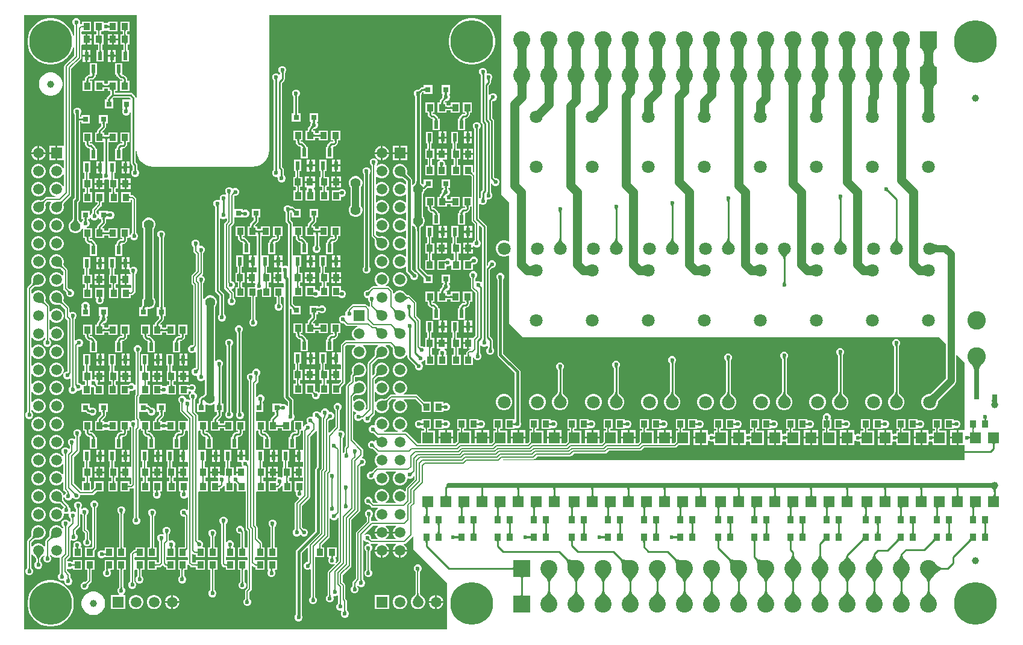
<source format=gtl>
G04*
G04 #@! TF.GenerationSoftware,Altium Limited,Altium Designer,23.5.1 (21)*
G04*
G04 Layer_Physical_Order=1*
G04 Layer_Color=255*
%FSLAX44Y44*%
%MOMM*%
G71*
G04*
G04 #@! TF.SameCoordinates,8DBBECA3-F22B-4787-8F39-2E3879C6619A*
G04*
G04*
G04 #@! TF.FilePolarity,Positive*
G04*
G01*
G75*
%ADD11C,0.2540*%
%ADD13C,0.2032*%
%ADD18R,0.9000X1.0000*%
%ADD19R,0.6000X1.2000*%
%ADD20R,0.8000X0.8000*%
%ADD21R,1.5000X1.6000*%
%ADD35C,1.0000*%
%ADD36C,0.3810*%
%ADD37C,1.0160*%
%ADD38C,0.6350*%
%ADD39C,1.2700*%
%ADD40C,1.5240*%
%ADD41C,1.5000*%
%ADD42R,1.5000X1.5000*%
%ADD43C,1.8000*%
%ADD44C,2.6000*%
%ADD45C,6.0000*%
%ADD46R,2.4000X2.4000*%
%ADD47C,2.4000*%
%ADD48R,1.5000X1.5000*%
%ADD49C,0.6000*%
%ADD50C,1.4000*%
G36*
X1243720Y823300D02*
X1243372Y822755D01*
X1243064Y822113D01*
X1242798Y821376D01*
X1242572Y820543D01*
X1242388Y819613D01*
X1242244Y818588D01*
X1242081Y816251D01*
X1242060Y814938D01*
X1229360D01*
X1229340Y816251D01*
X1229175Y818588D01*
X1229032Y819613D01*
X1228848Y820543D01*
X1228622Y821376D01*
X1228355Y822113D01*
X1228048Y822755D01*
X1227700Y823300D01*
X1227310Y823750D01*
X1244110D01*
X1243720Y823300D01*
D02*
G37*
G36*
X1205620D02*
X1205272Y822755D01*
X1204965Y822113D01*
X1204698Y821376D01*
X1204473Y820543D01*
X1204288Y819613D01*
X1204145Y818588D01*
X1203980Y816251D01*
X1203960Y814938D01*
X1191260D01*
X1191239Y816251D01*
X1191076Y818588D01*
X1190932Y819613D01*
X1190748Y820543D01*
X1190522Y821376D01*
X1190256Y822113D01*
X1189948Y822755D01*
X1189600Y823300D01*
X1189210Y823750D01*
X1206010D01*
X1205620Y823300D01*
D02*
G37*
G36*
X1167521D02*
X1167172Y822755D01*
X1166864Y822113D01*
X1166598Y821376D01*
X1166373Y820543D01*
X1166188Y819613D01*
X1166044Y818588D01*
X1165881Y816251D01*
X1165860Y814938D01*
X1153160D01*
X1153139Y816251D01*
X1152975Y818588D01*
X1152832Y819613D01*
X1152647Y820543D01*
X1152422Y821376D01*
X1152156Y822113D01*
X1151848Y822755D01*
X1151499Y823300D01*
X1151110Y823750D01*
X1167910D01*
X1167521Y823300D01*
D02*
G37*
G36*
X1129420D02*
X1129072Y822755D01*
X1128764Y822113D01*
X1128498Y821376D01*
X1128272Y820543D01*
X1128088Y819613D01*
X1127944Y818588D01*
X1127781Y816251D01*
X1127760Y814938D01*
X1115060D01*
X1115040Y816251D01*
X1114875Y818588D01*
X1114732Y819613D01*
X1114548Y820543D01*
X1114322Y821376D01*
X1114055Y822113D01*
X1113748Y822755D01*
X1113400Y823300D01*
X1113010Y823750D01*
X1129810D01*
X1129420Y823300D01*
D02*
G37*
G36*
X1091320D02*
X1090972Y822755D01*
X1090665Y822113D01*
X1090398Y821376D01*
X1090173Y820543D01*
X1089988Y819613D01*
X1089845Y818588D01*
X1089680Y816251D01*
X1089660Y814938D01*
X1076960D01*
X1076939Y816251D01*
X1076776Y818588D01*
X1076632Y819613D01*
X1076448Y820543D01*
X1076222Y821376D01*
X1075956Y822113D01*
X1075648Y822755D01*
X1075300Y823300D01*
X1074910Y823750D01*
X1091710D01*
X1091320Y823300D01*
D02*
G37*
G36*
X1053221D02*
X1052872Y822755D01*
X1052564Y822113D01*
X1052298Y821376D01*
X1052073Y820543D01*
X1051888Y819613D01*
X1051745Y818588D01*
X1051581Y816251D01*
X1051560Y814938D01*
X1038860D01*
X1038839Y816251D01*
X1038676Y818588D01*
X1038532Y819613D01*
X1038347Y820543D01*
X1038122Y821376D01*
X1037856Y822113D01*
X1037548Y822755D01*
X1037199Y823300D01*
X1036810Y823750D01*
X1053610D01*
X1053221Y823300D01*
D02*
G37*
G36*
X1015120D02*
X1014772Y822755D01*
X1014464Y822113D01*
X1014198Y821376D01*
X1013972Y820543D01*
X1013788Y819613D01*
X1013644Y818588D01*
X1013481Y816251D01*
X1013460Y814938D01*
X1000760D01*
X1000740Y816251D01*
X1000575Y818588D01*
X1000432Y819613D01*
X1000247Y820543D01*
X1000022Y821376D01*
X999755Y822113D01*
X999448Y822755D01*
X999100Y823300D01*
X998710Y823750D01*
X1015510D01*
X1015120Y823300D01*
D02*
G37*
G36*
X977020D02*
X976672Y822755D01*
X976365Y822113D01*
X976098Y821376D01*
X975872Y820543D01*
X975688Y819613D01*
X975545Y818588D01*
X975380Y816251D01*
X975360Y814938D01*
X962660D01*
X962639Y816251D01*
X962476Y818588D01*
X962332Y819613D01*
X962148Y820543D01*
X961922Y821376D01*
X961656Y822113D01*
X961348Y822755D01*
X961000Y823300D01*
X960610Y823750D01*
X977410D01*
X977020Y823300D01*
D02*
G37*
G36*
X938921D02*
X938572Y822755D01*
X938264Y822113D01*
X937998Y821376D01*
X937773Y820543D01*
X937588Y819613D01*
X937445Y818588D01*
X937281Y816251D01*
X937260Y814938D01*
X924560D01*
X924539Y816251D01*
X924376Y818588D01*
X924232Y819613D01*
X924047Y820543D01*
X923822Y821376D01*
X923556Y822113D01*
X923248Y822755D01*
X922899Y823300D01*
X922510Y823750D01*
X939310D01*
X938921Y823300D01*
D02*
G37*
G36*
X900820D02*
X900472Y822755D01*
X900164Y822113D01*
X899898Y821376D01*
X899672Y820543D01*
X899488Y819613D01*
X899344Y818588D01*
X899181Y816251D01*
X899160Y814938D01*
X886460D01*
X886440Y816251D01*
X886275Y818588D01*
X886132Y819613D01*
X885947Y820543D01*
X885722Y821376D01*
X885455Y822113D01*
X885148Y822755D01*
X884799Y823300D01*
X884410Y823750D01*
X901210D01*
X900820Y823300D01*
D02*
G37*
G36*
X862720D02*
X862372Y822755D01*
X862065Y822113D01*
X861798Y821376D01*
X861572Y820543D01*
X861388Y819613D01*
X861245Y818588D01*
X861080Y816251D01*
X861060Y814938D01*
X848360D01*
X848339Y816251D01*
X848176Y818588D01*
X848032Y819613D01*
X847848Y820543D01*
X847622Y821376D01*
X847355Y822113D01*
X847048Y822755D01*
X846700Y823300D01*
X846310Y823750D01*
X863110D01*
X862720Y823300D01*
D02*
G37*
G36*
X824621D02*
X824272Y822755D01*
X823964Y822113D01*
X823698Y821376D01*
X823473Y820543D01*
X823288Y819613D01*
X823145Y818588D01*
X822980Y816251D01*
X822960Y814938D01*
X810260D01*
X810239Y816251D01*
X810076Y818588D01*
X809932Y819613D01*
X809747Y820543D01*
X809522Y821376D01*
X809256Y822113D01*
X808948Y822755D01*
X808599Y823300D01*
X808210Y823750D01*
X825010D01*
X824621Y823300D01*
D02*
G37*
G36*
X786520D02*
X786172Y822755D01*
X785864Y822113D01*
X785598Y821376D01*
X785372Y820543D01*
X785188Y819613D01*
X785044Y818588D01*
X784881Y816251D01*
X784860Y814938D01*
X772160D01*
X772140Y816251D01*
X771975Y818588D01*
X771832Y819613D01*
X771647Y820543D01*
X771422Y821376D01*
X771155Y822113D01*
X770848Y822755D01*
X770499Y823300D01*
X770110Y823750D01*
X786910D01*
X786520Y823300D01*
D02*
G37*
G36*
X748420D02*
X748072Y822755D01*
X747765Y822113D01*
X747498Y821376D01*
X747272Y820543D01*
X747088Y819613D01*
X746945Y818588D01*
X746780Y816251D01*
X746760Y814938D01*
X734060D01*
X734040Y816251D01*
X733876Y818588D01*
X733732Y819613D01*
X733548Y820543D01*
X733322Y821376D01*
X733055Y822113D01*
X732748Y822755D01*
X732400Y823300D01*
X732010Y823750D01*
X748810D01*
X748420Y823300D01*
D02*
G37*
G36*
X710321D02*
X709972Y822755D01*
X709665Y822113D01*
X709398Y821376D01*
X709173Y820543D01*
X708988Y819613D01*
X708845Y818588D01*
X708680Y816251D01*
X708660Y814938D01*
X695960D01*
X695939Y816251D01*
X695776Y818588D01*
X695632Y819613D01*
X695447Y820543D01*
X695222Y821376D01*
X694956Y822113D01*
X694648Y822755D01*
X694299Y823300D01*
X693910Y823750D01*
X710710D01*
X710321Y823300D01*
D02*
G37*
G36*
X1284712Y820223D02*
X1283757Y819843D01*
X1282914Y819208D01*
X1282183Y818318D01*
X1281565Y817176D01*
X1281059Y815779D01*
X1280666Y814128D01*
X1280385Y812223D01*
X1280216Y810063D01*
X1280160Y807651D01*
X1267460D01*
X1267404Y810063D01*
X1267235Y812223D01*
X1266954Y814128D01*
X1266561Y815779D01*
X1266055Y817176D01*
X1265437Y818318D01*
X1264706Y819208D01*
X1263864Y819843D01*
X1262908Y820223D01*
X1261841Y820350D01*
X1285780D01*
X1284712Y820223D01*
D02*
G37*
G36*
X1280216Y804576D02*
X1280385Y802418D01*
X1280666Y800512D01*
X1281059Y798861D01*
X1281565Y797465D01*
X1282183Y796321D01*
X1282914Y795433D01*
X1283757Y794798D01*
X1284712Y794417D01*
X1285780Y794289D01*
X1261841D01*
X1262908Y794417D01*
X1263864Y794798D01*
X1264706Y795433D01*
X1265437Y796321D01*
X1266055Y797465D01*
X1266561Y798861D01*
X1266954Y800512D01*
X1267235Y802418D01*
X1267404Y804576D01*
X1267460Y806990D01*
X1280160D01*
X1280216Y804576D01*
D02*
G37*
G36*
X1242081Y798390D02*
X1242244Y796052D01*
X1242388Y795027D01*
X1242572Y794098D01*
X1242798Y793264D01*
X1243064Y792527D01*
X1243372Y791885D01*
X1243720Y791339D01*
X1244110Y790890D01*
X1227310D01*
X1227700Y791339D01*
X1228048Y791885D01*
X1228355Y792527D01*
X1228622Y793264D01*
X1228848Y794098D01*
X1229032Y795027D01*
X1229175Y796052D01*
X1229340Y798390D01*
X1229360Y799702D01*
X1242060D01*
X1242081Y798390D01*
D02*
G37*
G36*
X1203980D02*
X1204145Y796052D01*
X1204288Y795027D01*
X1204473Y794098D01*
X1204698Y793264D01*
X1204965Y792527D01*
X1205272Y791885D01*
X1205620Y791339D01*
X1206010Y790890D01*
X1189210D01*
X1189600Y791339D01*
X1189948Y791885D01*
X1190256Y792527D01*
X1190522Y793264D01*
X1190748Y794098D01*
X1190932Y795027D01*
X1191076Y796052D01*
X1191239Y798390D01*
X1191260Y799702D01*
X1203960D01*
X1203980Y798390D01*
D02*
G37*
G36*
X1165881D02*
X1166044Y796052D01*
X1166188Y795027D01*
X1166373Y794098D01*
X1166598Y793264D01*
X1166864Y792527D01*
X1167172Y791885D01*
X1167521Y791339D01*
X1167910Y790890D01*
X1151110D01*
X1151499Y791339D01*
X1151848Y791885D01*
X1152156Y792527D01*
X1152422Y793264D01*
X1152647Y794098D01*
X1152832Y795027D01*
X1152975Y796052D01*
X1153139Y798390D01*
X1153160Y799702D01*
X1165860D01*
X1165881Y798390D01*
D02*
G37*
G36*
X1127781D02*
X1127944Y796052D01*
X1128088Y795027D01*
X1128272Y794098D01*
X1128498Y793264D01*
X1128764Y792527D01*
X1129072Y791885D01*
X1129420Y791339D01*
X1129810Y790890D01*
X1113010D01*
X1113400Y791339D01*
X1113748Y791885D01*
X1114055Y792527D01*
X1114322Y793264D01*
X1114548Y794098D01*
X1114732Y795027D01*
X1114875Y796052D01*
X1115040Y798390D01*
X1115060Y799702D01*
X1127760D01*
X1127781Y798390D01*
D02*
G37*
G36*
X1089680D02*
X1089845Y796052D01*
X1089988Y795027D01*
X1090173Y794098D01*
X1090398Y793264D01*
X1090665Y792527D01*
X1090972Y791885D01*
X1091320Y791339D01*
X1091710Y790890D01*
X1074910D01*
X1075300Y791339D01*
X1075648Y791885D01*
X1075956Y792527D01*
X1076222Y793264D01*
X1076448Y794098D01*
X1076632Y795027D01*
X1076776Y796052D01*
X1076939Y798390D01*
X1076960Y799702D01*
X1089660D01*
X1089680Y798390D01*
D02*
G37*
G36*
X1051581D02*
X1051745Y796052D01*
X1051888Y795027D01*
X1052073Y794098D01*
X1052298Y793264D01*
X1052564Y792527D01*
X1052872Y791885D01*
X1053221Y791339D01*
X1053610Y790890D01*
X1036810D01*
X1037199Y791339D01*
X1037548Y791885D01*
X1037856Y792527D01*
X1038122Y793264D01*
X1038347Y794098D01*
X1038532Y795027D01*
X1038676Y796052D01*
X1038839Y798390D01*
X1038860Y799702D01*
X1051560D01*
X1051581Y798390D01*
D02*
G37*
G36*
X1013481D02*
X1013644Y796052D01*
X1013788Y795027D01*
X1013972Y794098D01*
X1014198Y793264D01*
X1014464Y792527D01*
X1014772Y791885D01*
X1015120Y791339D01*
X1015510Y790890D01*
X998710D01*
X999100Y791339D01*
X999448Y791885D01*
X999755Y792527D01*
X1000022Y793264D01*
X1000247Y794098D01*
X1000432Y795027D01*
X1000575Y796052D01*
X1000740Y798390D01*
X1000760Y799702D01*
X1013460D01*
X1013481Y798390D01*
D02*
G37*
G36*
X975380D02*
X975545Y796052D01*
X975688Y795027D01*
X975872Y794098D01*
X976098Y793264D01*
X976365Y792527D01*
X976672Y791885D01*
X977020Y791339D01*
X977410Y790890D01*
X960610D01*
X961000Y791339D01*
X961348Y791885D01*
X961656Y792527D01*
X961922Y793264D01*
X962148Y794098D01*
X962332Y795027D01*
X962476Y796052D01*
X962639Y798390D01*
X962660Y799702D01*
X975360D01*
X975380Y798390D01*
D02*
G37*
G36*
X937281D02*
X937445Y796052D01*
X937588Y795027D01*
X937773Y794098D01*
X937998Y793264D01*
X938264Y792527D01*
X938572Y791885D01*
X938921Y791339D01*
X939310Y790890D01*
X922510D01*
X922899Y791339D01*
X923248Y791885D01*
X923556Y792527D01*
X923822Y793264D01*
X924047Y794098D01*
X924232Y795027D01*
X924376Y796052D01*
X924539Y798390D01*
X924560Y799702D01*
X937260D01*
X937281Y798390D01*
D02*
G37*
G36*
X899181D02*
X899344Y796052D01*
X899488Y795027D01*
X899672Y794098D01*
X899898Y793264D01*
X900164Y792527D01*
X900472Y791885D01*
X900820Y791339D01*
X901210Y790890D01*
X884410D01*
X884799Y791339D01*
X885148Y791885D01*
X885455Y792527D01*
X885722Y793264D01*
X885947Y794098D01*
X886132Y795027D01*
X886275Y796052D01*
X886440Y798390D01*
X886460Y799702D01*
X899160D01*
X899181Y798390D01*
D02*
G37*
G36*
X861080D02*
X861245Y796052D01*
X861388Y795027D01*
X861572Y794098D01*
X861798Y793264D01*
X862065Y792527D01*
X862372Y791885D01*
X862720Y791339D01*
X863110Y790890D01*
X846310D01*
X846700Y791339D01*
X847048Y791885D01*
X847355Y792527D01*
X847622Y793264D01*
X847848Y794098D01*
X848032Y795027D01*
X848176Y796052D01*
X848339Y798390D01*
X848360Y799702D01*
X861060D01*
X861080Y798390D01*
D02*
G37*
G36*
X822980D02*
X823145Y796052D01*
X823288Y795027D01*
X823473Y794098D01*
X823698Y793264D01*
X823964Y792527D01*
X824272Y791885D01*
X824621Y791339D01*
X825010Y790890D01*
X808210D01*
X808599Y791339D01*
X808948Y791885D01*
X809256Y792527D01*
X809522Y793264D01*
X809747Y794098D01*
X809932Y795027D01*
X810076Y796052D01*
X810239Y798390D01*
X810260Y799702D01*
X822960D01*
X822980Y798390D01*
D02*
G37*
G36*
X784881D02*
X785044Y796052D01*
X785188Y795027D01*
X785372Y794098D01*
X785598Y793264D01*
X785864Y792527D01*
X786172Y791885D01*
X786520Y791339D01*
X786910Y790890D01*
X770110D01*
X770499Y791339D01*
X770848Y791885D01*
X771155Y792527D01*
X771422Y793264D01*
X771647Y794098D01*
X771832Y795027D01*
X771975Y796052D01*
X772140Y798390D01*
X772160Y799702D01*
X784860D01*
X784881Y798390D01*
D02*
G37*
G36*
X746780D02*
X746945Y796052D01*
X747088Y795027D01*
X747272Y794098D01*
X747498Y793264D01*
X747765Y792527D01*
X748072Y791885D01*
X748420Y791339D01*
X748810Y790890D01*
X732010D01*
X732400Y791339D01*
X732748Y791885D01*
X733055Y792527D01*
X733322Y793264D01*
X733548Y794098D01*
X733732Y795027D01*
X733876Y796052D01*
X734040Y798390D01*
X734060Y799702D01*
X746760D01*
X746780Y798390D01*
D02*
G37*
G36*
X708680D02*
X708845Y796052D01*
X708988Y795027D01*
X709173Y794098D01*
X709398Y793264D01*
X709665Y792527D01*
X709972Y791885D01*
X710321Y791339D01*
X710710Y790890D01*
X693910D01*
X694299Y791339D01*
X694648Y791885D01*
X694956Y792527D01*
X695222Y793264D01*
X695447Y794098D01*
X695632Y795027D01*
X695776Y796052D01*
X695939Y798390D01*
X695960Y799702D01*
X708660D01*
X708680Y798390D01*
D02*
G37*
G36*
X122751Y765074D02*
X122725Y765315D01*
X122648Y765531D01*
X122520Y765721D01*
X122340Y765887D01*
X122108Y766026D01*
X121826Y766141D01*
X121491Y766229D01*
X121106Y766293D01*
X120669Y766331D01*
X120181Y766344D01*
Y768884D01*
X120669Y768896D01*
X121106Y768934D01*
X121491Y768998D01*
X121826Y769087D01*
X122108Y769201D01*
X122340Y769341D01*
X122520Y769506D01*
X122648Y769697D01*
X122725Y769912D01*
X122751Y770154D01*
Y765074D01*
D02*
G37*
G36*
X113095Y769912D02*
X113172Y769697D01*
X113300Y769506D01*
X113480Y769341D01*
X113712Y769201D01*
X113994Y769087D01*
X114328Y768998D01*
X114714Y768934D01*
X115151Y768896D01*
X115639Y768884D01*
Y766344D01*
X115151Y766331D01*
X114714Y766293D01*
X114328Y766229D01*
X113994Y766141D01*
X113712Y766026D01*
X113480Y765887D01*
X113300Y765721D01*
X113172Y765531D01*
X113095Y765315D01*
X113069Y765074D01*
Y770154D01*
X113095Y769912D01*
D02*
G37*
G36*
X1243720Y773300D02*
X1243372Y772755D01*
X1243064Y772113D01*
X1242798Y771376D01*
X1242572Y770543D01*
X1242388Y769613D01*
X1242244Y768588D01*
X1242081Y766251D01*
X1242060Y764938D01*
X1229360D01*
X1229340Y766251D01*
X1229175Y768588D01*
X1229032Y769613D01*
X1228848Y770543D01*
X1228622Y771376D01*
X1228355Y772113D01*
X1228048Y772755D01*
X1227700Y773300D01*
X1227310Y773750D01*
X1244110D01*
X1243720Y773300D01*
D02*
G37*
G36*
X1205620D02*
X1205272Y772755D01*
X1204965Y772113D01*
X1204698Y771376D01*
X1204473Y770543D01*
X1204288Y769613D01*
X1204145Y768588D01*
X1203980Y766251D01*
X1203960Y764938D01*
X1191260D01*
X1191239Y766251D01*
X1191076Y768588D01*
X1190932Y769613D01*
X1190748Y770543D01*
X1190522Y771376D01*
X1190256Y772113D01*
X1189948Y772755D01*
X1189600Y773300D01*
X1189210Y773750D01*
X1206010D01*
X1205620Y773300D01*
D02*
G37*
G36*
X1167521D02*
X1167172Y772755D01*
X1166864Y772113D01*
X1166598Y771376D01*
X1166373Y770543D01*
X1166188Y769613D01*
X1166044Y768588D01*
X1165881Y766251D01*
X1165860Y764938D01*
X1153160D01*
X1153139Y766251D01*
X1152975Y768588D01*
X1152832Y769613D01*
X1152647Y770543D01*
X1152422Y771376D01*
X1152156Y772113D01*
X1151848Y772755D01*
X1151499Y773300D01*
X1151110Y773750D01*
X1167910D01*
X1167521Y773300D01*
D02*
G37*
G36*
X1129420D02*
X1129072Y772755D01*
X1128764Y772113D01*
X1128498Y771376D01*
X1128272Y770543D01*
X1128088Y769613D01*
X1127944Y768588D01*
X1127781Y766251D01*
X1127760Y764938D01*
X1115060D01*
X1115040Y766251D01*
X1114875Y768588D01*
X1114732Y769613D01*
X1114548Y770543D01*
X1114322Y771376D01*
X1114055Y772113D01*
X1113748Y772755D01*
X1113400Y773300D01*
X1113010Y773750D01*
X1129810D01*
X1129420Y773300D01*
D02*
G37*
G36*
X1091320D02*
X1090972Y772755D01*
X1090665Y772113D01*
X1090398Y771376D01*
X1090173Y770543D01*
X1089988Y769613D01*
X1089845Y768588D01*
X1089680Y766251D01*
X1089660Y764938D01*
X1076960D01*
X1076939Y766251D01*
X1076776Y768588D01*
X1076632Y769613D01*
X1076448Y770543D01*
X1076222Y771376D01*
X1075956Y772113D01*
X1075648Y772755D01*
X1075300Y773300D01*
X1074910Y773750D01*
X1091710D01*
X1091320Y773300D01*
D02*
G37*
G36*
X1053221D02*
X1052872Y772755D01*
X1052564Y772113D01*
X1052298Y771376D01*
X1052073Y770543D01*
X1051888Y769613D01*
X1051745Y768588D01*
X1051581Y766251D01*
X1051560Y764938D01*
X1038860D01*
X1038839Y766251D01*
X1038676Y768588D01*
X1038532Y769613D01*
X1038347Y770543D01*
X1038122Y771376D01*
X1037856Y772113D01*
X1037548Y772755D01*
X1037199Y773300D01*
X1036810Y773750D01*
X1053610D01*
X1053221Y773300D01*
D02*
G37*
G36*
X1015120D02*
X1014772Y772755D01*
X1014464Y772113D01*
X1014198Y771376D01*
X1013972Y770543D01*
X1013788Y769613D01*
X1013644Y768588D01*
X1013481Y766251D01*
X1013460Y764938D01*
X1000760D01*
X1000740Y766251D01*
X1000575Y768588D01*
X1000432Y769613D01*
X1000247Y770543D01*
X1000022Y771376D01*
X999755Y772113D01*
X999448Y772755D01*
X999100Y773300D01*
X998710Y773750D01*
X1015510D01*
X1015120Y773300D01*
D02*
G37*
G36*
X977020D02*
X976672Y772755D01*
X976365Y772113D01*
X976098Y771376D01*
X975872Y770543D01*
X975688Y769613D01*
X975545Y768588D01*
X975380Y766251D01*
X975360Y764938D01*
X962660D01*
X962639Y766251D01*
X962476Y768588D01*
X962332Y769613D01*
X962148Y770543D01*
X961922Y771376D01*
X961656Y772113D01*
X961348Y772755D01*
X961000Y773300D01*
X960610Y773750D01*
X977410D01*
X977020Y773300D01*
D02*
G37*
G36*
X938921D02*
X938572Y772755D01*
X938264Y772113D01*
X937998Y771376D01*
X937773Y770543D01*
X937588Y769613D01*
X937445Y768588D01*
X937281Y766251D01*
X937260Y764938D01*
X924560D01*
X924539Y766251D01*
X924376Y768588D01*
X924232Y769613D01*
X924047Y770543D01*
X923822Y771376D01*
X923556Y772113D01*
X923248Y772755D01*
X922899Y773300D01*
X922510Y773750D01*
X939310D01*
X938921Y773300D01*
D02*
G37*
G36*
X900820D02*
X900472Y772755D01*
X900164Y772113D01*
X899898Y771376D01*
X899672Y770543D01*
X899488Y769613D01*
X899344Y768588D01*
X899181Y766251D01*
X899160Y764938D01*
X886460D01*
X886440Y766251D01*
X886275Y768588D01*
X886132Y769613D01*
X885947Y770543D01*
X885722Y771376D01*
X885455Y772113D01*
X885148Y772755D01*
X884799Y773300D01*
X884410Y773750D01*
X901210D01*
X900820Y773300D01*
D02*
G37*
G36*
X862720D02*
X862372Y772755D01*
X862065Y772113D01*
X861798Y771376D01*
X861572Y770543D01*
X861388Y769613D01*
X861245Y768588D01*
X861080Y766251D01*
X861060Y764938D01*
X848360D01*
X848339Y766251D01*
X848176Y768588D01*
X848032Y769613D01*
X847848Y770543D01*
X847622Y771376D01*
X847355Y772113D01*
X847048Y772755D01*
X846700Y773300D01*
X846310Y773750D01*
X863110D01*
X862720Y773300D01*
D02*
G37*
G36*
X824621D02*
X824272Y772755D01*
X823964Y772113D01*
X823698Y771376D01*
X823473Y770543D01*
X823288Y769613D01*
X823145Y768588D01*
X822980Y766251D01*
X822960Y764938D01*
X810260D01*
X810239Y766251D01*
X810076Y768588D01*
X809932Y769613D01*
X809747Y770543D01*
X809522Y771376D01*
X809256Y772113D01*
X808948Y772755D01*
X808599Y773300D01*
X808210Y773750D01*
X825010D01*
X824621Y773300D01*
D02*
G37*
G36*
X786520D02*
X786172Y772755D01*
X785864Y772113D01*
X785598Y771376D01*
X785372Y770543D01*
X785188Y769613D01*
X785044Y768588D01*
X784881Y766251D01*
X784860Y764938D01*
X772160D01*
X772140Y766251D01*
X771975Y768588D01*
X771832Y769613D01*
X771647Y770543D01*
X771422Y771376D01*
X771155Y772113D01*
X770848Y772755D01*
X770499Y773300D01*
X770110Y773750D01*
X786910D01*
X786520Y773300D01*
D02*
G37*
G36*
X748420D02*
X748072Y772755D01*
X747765Y772113D01*
X747498Y771376D01*
X747272Y770543D01*
X747088Y769613D01*
X746945Y768588D01*
X746780Y766251D01*
X746760Y764938D01*
X734060D01*
X734040Y766251D01*
X733876Y768588D01*
X733732Y769613D01*
X733548Y770543D01*
X733322Y771376D01*
X733055Y772113D01*
X732748Y772755D01*
X732400Y773300D01*
X732010Y773750D01*
X748810D01*
X748420Y773300D01*
D02*
G37*
G36*
X710321D02*
X709972Y772755D01*
X709665Y772113D01*
X709398Y771376D01*
X709173Y770543D01*
X708988Y769613D01*
X708845Y768588D01*
X708680Y766251D01*
X708660Y764938D01*
X695960D01*
X695939Y766251D01*
X695776Y768588D01*
X695632Y769613D01*
X695447Y770543D01*
X695222Y771376D01*
X694956Y772113D01*
X694648Y772755D01*
X694299Y773300D01*
X693910Y773750D01*
X710710D01*
X710321Y773300D01*
D02*
G37*
G36*
X129489Y762649D02*
X129273Y762572D01*
X129082Y762443D01*
X128917Y762263D01*
X128778Y762032D01*
X128663Y761749D01*
X128574Y761415D01*
X128511Y761030D01*
X128473Y760593D01*
X128460Y760104D01*
X125920D01*
X125907Y760593D01*
X125869Y761030D01*
X125806Y761415D01*
X125717Y761749D01*
X125603Y762032D01*
X125463Y762263D01*
X125298Y762443D01*
X125107Y762572D01*
X124891Y762649D01*
X124650Y762675D01*
X129730D01*
X129489Y762649D01*
D02*
G37*
G36*
X1284712Y770223D02*
X1283757Y769843D01*
X1282914Y769208D01*
X1282183Y768318D01*
X1281565Y767176D01*
X1281059Y765779D01*
X1280666Y764128D01*
X1280385Y762223D01*
X1280216Y760063D01*
X1280160Y757651D01*
X1267460D01*
X1267404Y760063D01*
X1267235Y762223D01*
X1266954Y764128D01*
X1266561Y765779D01*
X1266055Y767176D01*
X1265437Y768318D01*
X1264706Y769208D01*
X1263864Y769843D01*
X1262908Y770223D01*
X1261841Y770350D01*
X1285780D01*
X1284712Y770223D01*
D02*
G37*
G36*
X673100Y614680D02*
X684530Y603250D01*
Y549419D01*
X683260Y548686D01*
X681584Y549654D01*
X678649Y550440D01*
X675611D01*
X672676Y549654D01*
X670044Y548134D01*
X667896Y545986D01*
X666376Y543354D01*
X665590Y540419D01*
Y537381D01*
X666376Y534446D01*
X667896Y531814D01*
X670044Y529666D01*
X672676Y528146D01*
X675611Y527360D01*
X678649D01*
X681584Y528146D01*
X683260Y529114D01*
X684530Y528381D01*
Y433070D01*
X703580Y414020D01*
X1289050D01*
X1298387Y404683D01*
Y356221D01*
X1278727Y336562D01*
X1278018Y335888D01*
X1276890Y334949D01*
X1276439Y334623D01*
X1276308Y334540D01*
X1273791D01*
X1270856Y333754D01*
X1268224Y332234D01*
X1266076Y330086D01*
X1264556Y327454D01*
X1263770Y324519D01*
Y321481D01*
X1264556Y318546D01*
X1266076Y315914D01*
X1268224Y313766D01*
X1270856Y312246D01*
X1273791Y311460D01*
X1276829D01*
X1279764Y312246D01*
X1282396Y313766D01*
X1284544Y315914D01*
X1286064Y318546D01*
X1286850Y321481D01*
Y323998D01*
X1286933Y324129D01*
X1287247Y324564D01*
X1288708Y326253D01*
X1310632Y348178D01*
X1311772Y349663D01*
X1312489Y351393D01*
X1312733Y353250D01*
Y388677D01*
X1313907Y389163D01*
X1324610Y378460D01*
Y284810D01*
X1324490Y283590D01*
X1315720D01*
Y273050D01*
Y262510D01*
X1324490D01*
X1324610Y261290D01*
Y241300D01*
X676325D01*
X675646Y242570D01*
X675691Y242638D01*
X718315D01*
X719505Y242875D01*
X720513Y243549D01*
X723667Y246702D01*
X769972D01*
X771161Y246939D01*
X772170Y247612D01*
X775323Y250766D01*
X819089D01*
X820278Y251003D01*
X821286Y251677D01*
X824440Y254830D01*
X868205D01*
X869395Y255067D01*
X870403Y255741D01*
X873557Y258894D01*
X917322D01*
X918511Y259131D01*
X919520Y259804D01*
X922265Y262550D01*
X922611Y262873D01*
X922790Y263018D01*
X937902D01*
Y283082D01*
X928058D01*
Y285068D01*
X931482D01*
Y299132D01*
X918418D01*
Y285068D01*
X921842D01*
Y283082D01*
X918838D01*
Y268123D01*
X918764Y268011D01*
X917816Y266891D01*
X916035Y265110D01*
X913010D01*
Y271780D01*
X892930D01*
Y265110D01*
X887102D01*
Y283082D01*
X877258D01*
Y285068D01*
X880682D01*
Y299132D01*
X867618D01*
Y285068D01*
X871042D01*
Y283082D01*
X868038D01*
Y268123D01*
X867964Y268011D01*
X867016Y266891D01*
X865235Y265110D01*
X862210D01*
Y271780D01*
X842130D01*
Y265110D01*
X836302D01*
Y283082D01*
X826458D01*
Y285068D01*
X829882D01*
Y299132D01*
X816818D01*
Y285068D01*
X820242D01*
Y283082D01*
X817238D01*
Y268123D01*
X817164Y268011D01*
X816216Y266891D01*
X814435Y265110D01*
X811410D01*
Y271780D01*
X791330D01*
Y265110D01*
X785502D01*
Y283082D01*
X775658D01*
Y285068D01*
X779082D01*
Y299132D01*
X766018D01*
Y285068D01*
X769442D01*
Y283082D01*
X766438D01*
Y268123D01*
X766364Y268011D01*
X765416Y266891D01*
X763635Y265110D01*
X758070D01*
Y271780D01*
X737990D01*
Y265110D01*
X732162D01*
Y283082D01*
X722318D01*
Y285068D01*
X725742D01*
Y299132D01*
X712678D01*
Y285068D01*
X716102D01*
Y283082D01*
X713098D01*
Y268123D01*
X713024Y268011D01*
X712076Y266891D01*
X710295Y265110D01*
X707270D01*
Y271780D01*
X687190D01*
Y265110D01*
X681362D01*
Y283082D01*
X671518D01*
Y285068D01*
X674942D01*
Y299132D01*
X661878D01*
Y285068D01*
X665302D01*
Y283082D01*
X662298D01*
Y268123D01*
X662224Y268011D01*
X661276Y266891D01*
X659495Y265110D01*
X656470D01*
Y271780D01*
X636390D01*
Y265110D01*
X630562D01*
Y283082D01*
X620718D01*
Y285068D01*
X624142D01*
Y299132D01*
X611078D01*
Y285068D01*
X614502D01*
Y283082D01*
X611498D01*
Y268123D01*
X611424Y268011D01*
X610476Y266891D01*
X608313Y264728D01*
X605670D01*
Y271780D01*
X585590D01*
Y264728D01*
X579762D01*
Y283082D01*
X571188D01*
Y285068D01*
X574612D01*
Y299132D01*
X561548D01*
Y297576D01*
X560278Y296958D01*
X558632Y297640D01*
X556428D01*
X554392Y296797D01*
X552833Y295238D01*
X551990Y293202D01*
Y290998D01*
X552833Y288962D01*
X554392Y287403D01*
X556428Y286560D01*
X558632D01*
X560278Y287242D01*
X561548Y286624D01*
Y285068D01*
X564972D01*
Y283082D01*
X560698D01*
Y264728D01*
X556277D01*
X540677Y280327D01*
X539669Y281001D01*
X538480Y281238D01*
X534020D01*
X533853Y282508D01*
X534735Y282744D01*
X537025Y284066D01*
X538894Y285935D01*
X540216Y288225D01*
X540900Y290778D01*
Y293422D01*
X540216Y295975D01*
X538894Y298265D01*
X537025Y300134D01*
X534735Y301456D01*
X532182Y302140D01*
X529538D01*
X526985Y301456D01*
X524695Y300134D01*
X522826Y298265D01*
X521504Y295975D01*
X520820Y293422D01*
Y290778D01*
X521504Y288225D01*
X522826Y285935D01*
X524695Y284066D01*
X526985Y282744D01*
X527867Y282508D01*
X527700Y281238D01*
X508620D01*
X508453Y282508D01*
X509335Y282744D01*
X511625Y284066D01*
X513494Y285935D01*
X514816Y288225D01*
X515500Y290778D01*
Y293422D01*
X514816Y295975D01*
X513494Y298265D01*
X511625Y300134D01*
X509335Y301456D01*
X506782Y302140D01*
X504138D01*
X501585Y301456D01*
X499295Y300134D01*
X497426Y298265D01*
X496104Y295975D01*
X495420Y293422D01*
Y291257D01*
X494335Y290332D01*
X493862Y290528D01*
X491658D01*
X489622Y289685D01*
X488063Y288126D01*
X487220Y286090D01*
Y283886D01*
X488063Y281850D01*
X489622Y280291D01*
X491658Y279448D01*
X493862D01*
X493892Y279461D01*
X497421Y275933D01*
X498186Y275421D01*
X498481Y274410D01*
X498509Y273948D01*
X497426Y272865D01*
X496104Y270575D01*
X495540Y268470D01*
X495338Y268274D01*
X494507Y267851D01*
X494150Y267785D01*
X492592Y268430D01*
X490388D01*
X488352Y267587D01*
X486793Y266028D01*
X485950Y263992D01*
Y261788D01*
X486793Y259752D01*
X488352Y258193D01*
X490388Y257350D01*
X492592D01*
X492622Y257363D01*
X498182Y251803D01*
X499191Y251129D01*
X499692Y251029D01*
X499913Y249690D01*
X499295Y249334D01*
X497426Y247465D01*
X496104Y245175D01*
X495420Y242622D01*
Y239978D01*
X496104Y237425D01*
X497426Y235135D01*
X499295Y233266D01*
X499795Y232978D01*
X499454Y231708D01*
X499110D01*
X497921Y231471D01*
X496912Y230798D01*
X491352Y225237D01*
X491322Y225250D01*
X489118D01*
X487082Y224407D01*
X485523Y222848D01*
X484680Y220812D01*
Y218608D01*
X485523Y216572D01*
X487082Y215013D01*
X489118Y214170D01*
X491322D01*
X493358Y215013D01*
X494150Y215805D01*
X495420Y215279D01*
Y214578D01*
X496104Y212025D01*
X497426Y209735D01*
X499295Y207866D01*
X501585Y206544D01*
X504138Y205860D01*
X506782D01*
X509335Y206544D01*
X511625Y207866D01*
X513494Y209735D01*
X514816Y212025D01*
X515500Y214578D01*
Y217222D01*
X514816Y219775D01*
X513494Y222065D01*
X511625Y223934D01*
X511125Y224222D01*
X511466Y225492D01*
X524854D01*
X525195Y224222D01*
X524695Y223934D01*
X522826Y222065D01*
X521504Y219775D01*
X520820Y217222D01*
Y214578D01*
X521504Y212025D01*
X522826Y209735D01*
X524695Y207866D01*
X526985Y206544D01*
X529538Y205860D01*
X532182D01*
X534735Y206544D01*
X537025Y207866D01*
X538894Y209735D01*
X540216Y212025D01*
X540900Y214578D01*
Y215416D01*
X542170Y216085D01*
X543728Y215440D01*
X545932D01*
X547968Y216283D01*
X549527Y217842D01*
X549850Y218623D01*
X551120Y218371D01*
Y214488D01*
X540093Y203460D01*
X539419Y202452D01*
X539182Y201263D01*
Y198172D01*
X537912Y197646D01*
X537025Y198534D01*
X534735Y199856D01*
X532182Y200540D01*
X529538D01*
X526985Y199856D01*
X524695Y198534D01*
X522826Y196665D01*
X521504Y194375D01*
X520820Y191822D01*
Y189178D01*
X521504Y186625D01*
X522826Y184335D01*
X524695Y182466D01*
X525195Y182178D01*
X524854Y180908D01*
X511466D01*
X511125Y182178D01*
X511625Y182466D01*
X513494Y184335D01*
X514816Y186625D01*
X515500Y189178D01*
Y191822D01*
X514816Y194375D01*
X513494Y196665D01*
X511625Y198534D01*
X509335Y199856D01*
X506782Y200540D01*
X504138D01*
X501585Y199856D01*
X499295Y198534D01*
X497426Y196665D01*
X496104Y194375D01*
X495420Y191822D01*
Y189178D01*
X496104Y186625D01*
X497426Y184335D01*
X499295Y182466D01*
X499795Y182178D01*
X499454Y180908D01*
X494047D01*
X491937Y183018D01*
X491950Y183048D01*
Y185252D01*
X491107Y187288D01*
X489548Y188847D01*
X487512Y189690D01*
X485308D01*
X483272Y188847D01*
X481713Y187288D01*
X480870Y185252D01*
Y183048D01*
X481713Y181012D01*
X483272Y179453D01*
X485308Y178610D01*
X487512D01*
X487542Y178623D01*
X490563Y175602D01*
X491571Y174929D01*
X492760Y174692D01*
X499454D01*
X499795Y173422D01*
X499295Y173134D01*
X497426Y171265D01*
X496104Y168975D01*
X495420Y166422D01*
Y163778D01*
X496104Y161225D01*
X497426Y158935D01*
X499295Y157066D01*
X499795Y156778D01*
X499454Y155508D01*
X491490D01*
X490534Y156292D01*
Y161407D01*
X490564Y161419D01*
X492123Y162978D01*
X492966Y165014D01*
Y167218D01*
X492123Y169254D01*
X490564Y170813D01*
X488528Y171656D01*
X486324D01*
X484288Y170813D01*
X482729Y169254D01*
X481886Y167218D01*
Y165014D01*
X482729Y162978D01*
X484288Y161419D01*
X484318Y161407D01*
Y155371D01*
X469989Y141041D01*
X469315Y140033D01*
X469078Y138843D01*
Y75075D01*
X465163Y71159D01*
X464489Y70151D01*
X464252Y68962D01*
Y64399D01*
X464222Y64387D01*
X462663Y62828D01*
X461820Y60792D01*
Y58588D01*
X462663Y56552D01*
X464222Y54993D01*
X466258Y54150D01*
X468462D01*
X470498Y54993D01*
X472057Y56552D01*
X472900Y58588D01*
Y60792D01*
X472057Y62828D01*
X471112Y63772D01*
X471074Y63976D01*
X471111Y64088D01*
X472561Y64434D01*
X473112Y63883D01*
X475148Y63040D01*
X477352D01*
X479388Y63883D01*
X480947Y65442D01*
X481790Y67478D01*
Y69682D01*
X480947Y71718D01*
X479388Y73277D01*
X479358Y73289D01*
Y128368D01*
X479756Y128579D01*
X480628Y128758D01*
X482002Y127383D01*
X484038Y126540D01*
X486242D01*
X486272Y126553D01*
X488009Y124816D01*
X487544Y123731D01*
X487461Y123650D01*
X485308D01*
X483272Y122807D01*
X481713Y121248D01*
X480870Y119212D01*
Y117008D01*
X481713Y114972D01*
X483272Y113413D01*
X483302Y113401D01*
Y87259D01*
X483272Y87247D01*
X481713Y85688D01*
X480870Y83652D01*
Y81448D01*
X481713Y79412D01*
X483272Y77853D01*
X485308Y77010D01*
X487512D01*
X489548Y77853D01*
X491107Y79412D01*
X491950Y81448D01*
Y83652D01*
X491107Y85688D01*
X489548Y87247D01*
X489518Y87259D01*
Y113401D01*
X489548Y113413D01*
X491107Y114972D01*
X491950Y117008D01*
Y119212D01*
X491107Y121248D01*
X489642Y122712D01*
X489652Y122803D01*
X490220Y123892D01*
X499454D01*
X499795Y122622D01*
X499295Y122334D01*
X497426Y120465D01*
X496104Y118175D01*
X495420Y115622D01*
Y115570D01*
X505460D01*
X515500D01*
Y115622D01*
X514816Y118175D01*
X513494Y120465D01*
X511625Y122334D01*
X511125Y122622D01*
X511466Y123892D01*
X524854D01*
X525195Y122622D01*
X524695Y122334D01*
X522826Y120465D01*
X521504Y118175D01*
X520820Y115622D01*
Y115570D01*
X530860D01*
X540900D01*
Y115622D01*
X540216Y118175D01*
X538894Y120465D01*
X537025Y122334D01*
X536525Y122622D01*
X536866Y123892D01*
X537210D01*
X538399Y124129D01*
X539408Y124803D01*
X548551Y133947D01*
X548640Y134079D01*
X549910Y133694D01*
Y115570D01*
X596900Y68580D01*
Y3108D01*
X3108D01*
Y866892D01*
X160722D01*
Y751320D01*
X159452Y751195D01*
X159320Y751858D01*
X158591Y752951D01*
X154781Y756761D01*
X153688Y757490D01*
X152400Y757747D01*
X130557D01*
Y760582D01*
X133722D01*
Y774646D01*
X120658D01*
Y770980D01*
X115162D01*
Y774646D01*
X102098D01*
Y760582D01*
X115162D01*
Y764247D01*
X120658D01*
Y760582D01*
X123823D01*
Y755965D01*
X119539Y751681D01*
X118810Y750588D01*
X118553Y749300D01*
Y748246D01*
X115888D01*
Y736182D01*
X127952D01*
Y748246D01*
X127286D01*
X126800Y749419D01*
X128394Y751013D01*
X151005D01*
X152503Y749516D01*
X152022Y748246D01*
X140888D01*
Y736182D01*
X141081D01*
X141607Y734912D01*
X141353Y734658D01*
X140510Y732622D01*
Y730418D01*
X141353Y728382D01*
X142912Y726823D01*
X144948Y725980D01*
X147152D01*
X149188Y726823D01*
X150747Y728382D01*
X151590Y730418D01*
X152843Y730378D01*
Y659130D01*
X153100Y657842D01*
X153829Y656749D01*
X155383Y655195D01*
Y649628D01*
X154053Y648298D01*
X153210Y646262D01*
Y644058D01*
X154053Y642022D01*
X155612Y640463D01*
X157648Y639620D01*
X159852D01*
X161888Y640463D01*
X163447Y642022D01*
X164290Y644058D01*
Y646262D01*
X163447Y648298D01*
X162117Y649628D01*
Y656590D01*
X161860Y657878D01*
X161131Y658971D01*
X159577Y660525D01*
Y675363D01*
X160847Y675425D01*
X161120Y672649D01*
X162456Y668244D01*
X164626Y664185D01*
X167546Y660626D01*
X171105Y657706D01*
X175164Y655536D01*
X179569Y654200D01*
X184150Y653749D01*
Y653802D01*
X323850D01*
Y653749D01*
X328431Y654200D01*
X332836Y655536D01*
X336895Y657706D01*
X340454Y660626D01*
X343374Y664185D01*
X345544Y668244D01*
X346880Y672649D01*
X347331Y677230D01*
X347278D01*
Y866892D01*
X673100D01*
Y614680D01*
D02*
G37*
G36*
X123203Y748241D02*
X123241Y747809D01*
X123304Y747428D01*
X123393Y747098D01*
X123507Y746818D01*
X123647Y746590D01*
X123812Y746412D01*
X124003Y746285D01*
X124219Y746209D01*
X124460Y746183D01*
X119380D01*
X119621Y746209D01*
X119837Y746285D01*
X120028Y746412D01*
X120193Y746590D01*
X120332Y746818D01*
X120447Y747098D01*
X120536Y747428D01*
X120599Y747809D01*
X120637Y748241D01*
X120650Y748723D01*
X123190D01*
X123203Y748241D01*
D02*
G37*
G36*
X148349Y738249D02*
X148133Y738172D01*
X147942Y738043D01*
X147777Y737863D01*
X147638Y737632D01*
X147523Y737349D01*
X147434Y737015D01*
X147371Y736630D01*
X147333Y736193D01*
X147324Y735875D01*
X147328Y735733D01*
X147353Y735443D01*
X147395Y735168D01*
X147453Y734908D01*
X147528Y734663D01*
X147619Y734433D01*
X147727Y734218D01*
X147851Y734018D01*
X147992Y733833D01*
X148150Y733662D01*
X143950D01*
X144108Y733833D01*
X144249Y734018D01*
X144373Y734218D01*
X144481Y734433D01*
X144572Y734663D01*
X144647Y734908D01*
X144705Y735168D01*
X144747Y735443D01*
X144772Y735733D01*
X144776Y735875D01*
X144767Y736193D01*
X144729Y736630D01*
X144666Y737015D01*
X144577Y737349D01*
X144462Y737632D01*
X144323Y737863D01*
X144158Y738043D01*
X143967Y738172D01*
X143751Y738249D01*
X143510Y738275D01*
X148590D01*
X148349Y738249D01*
D02*
G37*
G36*
X160028Y649373D02*
X160053Y649083D01*
X160095Y648808D01*
X160153Y648548D01*
X160228Y648303D01*
X160319Y648073D01*
X160427Y647858D01*
X160551Y647658D01*
X160692Y647473D01*
X160850Y647302D01*
X156650D01*
X156808Y647473D01*
X156949Y647658D01*
X157073Y647858D01*
X157181Y648073D01*
X157273Y648303D01*
X157347Y648548D01*
X157405Y648808D01*
X157447Y649083D01*
X157472Y649373D01*
X157480Y649678D01*
X160020D01*
X160028Y649373D01*
D02*
G37*
G36*
X1217129Y622038D02*
X1217160Y621807D01*
X1217213Y621578D01*
X1217289Y621349D01*
X1217387Y621122D01*
X1217508Y620896D01*
X1217650Y620671D01*
X1217815Y620448D01*
X1218003Y620225D01*
X1218213Y620003D01*
X1216417Y618207D01*
X1216195Y618417D01*
X1215973Y618605D01*
X1215749Y618770D01*
X1215524Y618912D01*
X1215298Y619033D01*
X1215070Y619131D01*
X1214842Y619207D01*
X1214613Y619260D01*
X1214382Y619291D01*
X1214150Y619300D01*
X1217120Y622270D01*
X1217129Y622038D01*
D02*
G37*
G36*
X1151512Y609607D02*
X1151371Y609422D01*
X1151247Y609222D01*
X1151139Y609007D01*
X1151048Y608777D01*
X1150973Y608532D01*
X1150915Y608272D01*
X1150873Y607997D01*
X1150848Y607707D01*
X1150840Y607402D01*
X1148300D01*
X1148292Y607707D01*
X1148267Y607997D01*
X1148225Y608272D01*
X1148167Y608532D01*
X1148092Y608777D01*
X1148001Y609007D01*
X1147893Y609222D01*
X1147769Y609422D01*
X1147628Y609607D01*
X1147470Y609778D01*
X1151670D01*
X1151512Y609607D01*
D02*
G37*
G36*
X994032Y607067D02*
X993891Y606882D01*
X993767Y606682D01*
X993659Y606467D01*
X993568Y606237D01*
X993493Y605992D01*
X993435Y605732D01*
X993393Y605457D01*
X993368Y605167D01*
X993360Y604862D01*
X990820D01*
X990812Y605167D01*
X990787Y605457D01*
X990745Y605732D01*
X990687Y605992D01*
X990612Y606237D01*
X990521Y606467D01*
X990413Y606682D01*
X990289Y606882D01*
X990148Y607067D01*
X989990Y607238D01*
X994190D01*
X994032Y607067D01*
D02*
G37*
G36*
X915292Y600717D02*
X915151Y600532D01*
X915027Y600332D01*
X914919Y600117D01*
X914827Y599887D01*
X914753Y599642D01*
X914695Y599382D01*
X914653Y599107D01*
X914628Y598817D01*
X914620Y598512D01*
X912080D01*
X912072Y598817D01*
X912047Y599107D01*
X912005Y599382D01*
X911947Y599642D01*
X911872Y599887D01*
X911781Y600117D01*
X911673Y600332D01*
X911549Y600532D01*
X911408Y600717D01*
X911250Y600888D01*
X915450D01*
X915292Y600717D01*
D02*
G37*
G36*
X836552Y595637D02*
X836411Y595452D01*
X836287Y595252D01*
X836179Y595037D01*
X836087Y594807D01*
X836013Y594562D01*
X835955Y594302D01*
X835913Y594027D01*
X835888Y593737D01*
X835880Y593432D01*
X833340D01*
X833332Y593737D01*
X833307Y594027D01*
X833265Y594302D01*
X833207Y594562D01*
X833132Y594807D01*
X833041Y595037D01*
X832933Y595252D01*
X832809Y595452D01*
X832668Y595637D01*
X832510Y595808D01*
X836710D01*
X836552Y595637D01*
D02*
G37*
G36*
X757812Y591827D02*
X757671Y591642D01*
X757547Y591442D01*
X757439Y591227D01*
X757347Y590997D01*
X757273Y590752D01*
X757215Y590492D01*
X757173Y590217D01*
X757148Y589927D01*
X757140Y589622D01*
X754600D01*
X754592Y589927D01*
X754567Y590217D01*
X754525Y590492D01*
X754467Y590752D01*
X754392Y590997D01*
X754301Y591227D01*
X754193Y591442D01*
X754069Y591642D01*
X753928Y591827D01*
X753770Y591998D01*
X757970D01*
X757812Y591827D01*
D02*
G37*
G36*
X1229630Y552600D02*
X1229781Y551950D01*
X1230033Y551260D01*
X1230385Y550532D01*
X1230837Y549763D01*
X1231391Y548955D01*
X1232045Y548107D01*
X1233654Y546294D01*
X1234610Y545327D01*
X1222010D01*
X1222966Y546294D01*
X1224575Y548107D01*
X1225229Y548955D01*
X1225782Y549763D01*
X1226235Y550532D01*
X1226587Y551260D01*
X1226839Y551950D01*
X1226990Y552600D01*
X1227040Y553210D01*
X1229580D01*
X1229630Y552600D01*
D02*
G37*
G36*
X1150890D02*
X1151041Y551950D01*
X1151293Y551260D01*
X1151645Y550532D01*
X1152097Y549763D01*
X1152651Y548955D01*
X1153305Y548107D01*
X1154914Y546294D01*
X1155870Y545327D01*
X1143270D01*
X1144226Y546294D01*
X1145835Y548107D01*
X1146489Y548955D01*
X1147042Y549763D01*
X1147495Y550532D01*
X1147847Y551260D01*
X1148099Y551950D01*
X1148250Y552600D01*
X1148300Y553210D01*
X1150840D01*
X1150890Y552600D01*
D02*
G37*
G36*
X993410D02*
X993561Y551950D01*
X993813Y551260D01*
X994165Y550532D01*
X994617Y549763D01*
X995171Y548955D01*
X995825Y548107D01*
X997434Y546294D01*
X998390Y545327D01*
X985790D01*
X986746Y546294D01*
X988355Y548107D01*
X989009Y548955D01*
X989563Y549763D01*
X990015Y550532D01*
X990367Y551260D01*
X990619Y551950D01*
X990770Y552600D01*
X990820Y553210D01*
X993360D01*
X993410Y552600D01*
D02*
G37*
G36*
X914670D02*
X914821Y551950D01*
X915073Y551260D01*
X915425Y550532D01*
X915878Y549763D01*
X916431Y548955D01*
X917085Y548107D01*
X918694Y546294D01*
X919650Y545327D01*
X907050D01*
X908006Y546294D01*
X909615Y548107D01*
X910269Y548955D01*
X910823Y549763D01*
X911275Y550532D01*
X911627Y551260D01*
X911879Y551950D01*
X912030Y552600D01*
X912080Y553210D01*
X914620D01*
X914670Y552600D01*
D02*
G37*
G36*
X835930D02*
X836081Y551950D01*
X836333Y551260D01*
X836685Y550532D01*
X837138Y549763D01*
X837691Y548955D01*
X838345Y548107D01*
X839954Y546294D01*
X840910Y545327D01*
X828310D01*
X829266Y546294D01*
X830875Y548107D01*
X831529Y548955D01*
X832083Y549763D01*
X832535Y550532D01*
X832887Y551260D01*
X833139Y551950D01*
X833290Y552600D01*
X833340Y553210D01*
X835880D01*
X835930Y552600D01*
D02*
G37*
G36*
X757190D02*
X757341Y551950D01*
X757593Y551260D01*
X757945Y550532D01*
X758398Y549763D01*
X758951Y548955D01*
X759605Y548107D01*
X761214Y546294D01*
X762170Y545327D01*
X749570D01*
X750526Y546294D01*
X752135Y548107D01*
X752789Y548955D01*
X753343Y549763D01*
X753795Y550532D01*
X754147Y551260D01*
X754399Y551950D01*
X754550Y552600D01*
X754600Y553210D01*
X757140D01*
X757190Y552600D01*
D02*
G37*
G36*
X1282016Y544968D02*
X1282376Y544761D01*
X1282816Y544578D01*
X1283336Y544419D01*
X1283936Y544285D01*
X1284616Y544175D01*
X1286217Y544029D01*
X1288139Y543980D01*
Y533820D01*
X1287138Y533808D01*
X1284616Y533625D01*
X1283936Y533515D01*
X1283336Y533381D01*
X1282816Y533222D01*
X1282376Y533039D01*
X1282016Y532832D01*
X1281737Y532600D01*
Y545200D01*
X1282016Y544968D01*
D02*
G37*
G36*
X1076174Y531506D02*
X1074565Y529692D01*
X1073911Y528845D01*
X1073357Y528037D01*
X1072905Y527268D01*
X1072553Y526539D01*
X1072301Y525850D01*
X1072150Y525200D01*
X1072100Y524590D01*
X1069560D01*
X1069510Y525200D01*
X1069359Y525850D01*
X1069107Y526539D01*
X1068755Y527268D01*
X1068303Y528037D01*
X1067749Y528845D01*
X1067095Y529692D01*
X1065486Y531506D01*
X1064530Y532473D01*
X1077130D01*
X1076174Y531506D01*
D02*
G37*
G36*
X1072108Y492113D02*
X1072133Y491823D01*
X1072175Y491548D01*
X1072233Y491288D01*
X1072308Y491043D01*
X1072399Y490813D01*
X1072507Y490598D01*
X1072631Y490398D01*
X1072772Y490213D01*
X1072930Y490042D01*
X1068730D01*
X1068888Y490213D01*
X1069029Y490398D01*
X1069153Y490598D01*
X1069261Y490813D01*
X1069352Y491043D01*
X1069427Y491288D01*
X1069485Y491548D01*
X1069527Y491823D01*
X1069552Y492113D01*
X1069560Y492418D01*
X1072100D01*
X1072108Y492113D01*
D02*
G37*
G36*
X1349094Y376909D02*
X1347198Y374626D01*
X1346428Y373499D01*
X1345776Y372382D01*
X1345243Y371274D01*
X1344828Y370177D01*
X1344532Y369089D01*
X1344354Y368012D01*
X1344295Y366944D01*
X1337945D01*
X1337886Y368012D01*
X1337708Y369089D01*
X1337412Y370177D01*
X1336997Y371274D01*
X1336464Y372382D01*
X1335812Y373499D01*
X1335042Y374626D01*
X1334153Y375763D01*
X1333146Y376909D01*
X1332020Y378066D01*
X1350220D01*
X1349094Y376909D01*
D02*
G37*
G36*
X1344305Y339313D02*
X1344544Y335757D01*
X1344653Y335186D01*
X1344782Y334741D01*
X1344931Y334423D01*
X1345101Y334233D01*
X1345289Y334170D01*
X1337350D01*
X1337463Y334233D01*
X1337565Y334423D01*
X1337654Y334741D01*
X1337731Y335186D01*
X1337796Y335757D01*
X1337921Y338233D01*
X1337945Y340519D01*
X1344295D01*
X1344305Y339313D01*
D02*
G37*
G36*
X1287974Y328479D02*
X1287274Y327763D01*
X1285620Y325850D01*
X1285217Y325291D01*
X1284888Y324772D01*
X1284632Y324292D01*
X1284451Y323852D01*
X1284343Y323451D01*
X1284310Y323090D01*
X1275400Y332000D01*
X1275761Y332033D01*
X1276162Y332141D01*
X1276602Y332322D01*
X1277082Y332578D01*
X1277601Y332907D01*
X1278160Y333310D01*
X1279396Y334339D01*
X1280789Y335664D01*
X1287974Y328479D01*
D02*
G37*
G36*
X1370139Y326167D02*
X1370004Y325976D01*
X1369884Y325659D01*
X1369781Y325215D01*
X1369694Y324643D01*
X1369609Y323632D01*
X1369654Y322971D01*
X1369703Y322774D01*
X1369758Y322631D01*
X1369820Y322541D01*
X1369554D01*
X1369495Y319881D01*
X1363145D01*
X1363137Y321087D01*
X1363039Y322541D01*
X1362820D01*
X1362882Y322631D01*
X1362937Y322774D01*
X1362986Y322971D01*
X1363003Y323074D01*
X1362859Y325215D01*
X1362756Y325659D01*
X1362637Y325976D01*
X1362501Y326167D01*
X1362350Y326231D01*
X1370289D01*
X1370139Y326167D01*
D02*
G37*
G36*
X1355324Y300292D02*
X1355140Y300068D01*
X1354977Y299838D01*
X1354836Y299601D01*
X1354717Y299356D01*
X1354619Y299105D01*
X1354543Y298846D01*
X1354489Y298580D01*
X1354477Y298474D01*
X1354487Y298359D01*
X1354537Y298050D01*
X1354608Y297782D01*
X1354700Y297555D01*
X1354812Y297369D01*
X1354944Y297225D01*
X1355096Y297122D01*
X1355269Y297060D01*
X1355462Y297039D01*
X1351398D01*
X1351591Y297060D01*
X1351764Y297122D01*
X1351916Y297225D01*
X1352048Y297369D01*
X1352160Y297555D01*
X1352251Y297782D01*
X1352323Y298050D01*
X1352373Y298359D01*
X1352383Y298474D01*
X1352371Y298580D01*
X1352316Y298846D01*
X1352241Y299105D01*
X1352143Y299356D01*
X1352024Y299601D01*
X1351883Y299838D01*
X1351720Y300068D01*
X1351536Y300292D01*
X1351330Y300508D01*
X1355530D01*
X1355324Y300292D01*
D02*
G37*
G36*
X559888Y293994D02*
X560112Y293810D01*
X560342Y293647D01*
X560579Y293506D01*
X560824Y293387D01*
X561075Y293289D01*
X561334Y293214D01*
X561600Y293159D01*
X561873Y293127D01*
X561922Y293125D01*
X561970Y293126D01*
X562321Y293157D01*
X562630Y293207D01*
X562898Y293279D01*
X563125Y293370D01*
X563311Y293482D01*
X563455Y293614D01*
X563559Y293766D01*
X563620Y293939D01*
X563641Y294132D01*
Y290068D01*
X563620Y290261D01*
X563559Y290434D01*
X563455Y290586D01*
X563311Y290718D01*
X563125Y290830D01*
X562898Y290921D01*
X562630Y290993D01*
X562321Y291043D01*
X561970Y291074D01*
X561922Y291075D01*
X561873Y291073D01*
X561600Y291041D01*
X561334Y290986D01*
X561075Y290911D01*
X560824Y290813D01*
X560579Y290694D01*
X560342Y290553D01*
X560112Y290390D01*
X559888Y290206D01*
X559672Y290000D01*
Y294200D01*
X559888Y293994D01*
D02*
G37*
G36*
X1338269Y287140D02*
X1338096Y287078D01*
X1337944Y286975D01*
X1337812Y286831D01*
X1337700Y286645D01*
X1337609Y286418D01*
X1337537Y286150D01*
X1337487Y285841D01*
X1337456Y285490D01*
X1337446Y285098D01*
X1335414D01*
X1335404Y285490D01*
X1335373Y285841D01*
X1335323Y286150D01*
X1335251Y286418D01*
X1335160Y286645D01*
X1335048Y286831D01*
X1334916Y286975D01*
X1334764Y287078D01*
X1334591Y287140D01*
X1334398Y287161D01*
X1338462D01*
X1338269Y287140D01*
D02*
G37*
G36*
X926789D02*
X926616Y287078D01*
X926464Y286975D01*
X926332Y286831D01*
X926220Y286645D01*
X926129Y286418D01*
X926058Y286150D01*
X926007Y285841D01*
X925976Y285490D01*
X925966Y285098D01*
X923934D01*
X923924Y285490D01*
X923893Y285841D01*
X923843Y286150D01*
X923772Y286418D01*
X923680Y286645D01*
X923568Y286831D01*
X923436Y286975D01*
X923284Y287078D01*
X923111Y287140D01*
X922918Y287161D01*
X926982D01*
X926789Y287140D01*
D02*
G37*
G36*
X875989D02*
X875816Y287078D01*
X875664Y286975D01*
X875532Y286831D01*
X875420Y286645D01*
X875329Y286418D01*
X875257Y286150D01*
X875207Y285841D01*
X875176Y285490D01*
X875166Y285098D01*
X873134D01*
X873124Y285490D01*
X873093Y285841D01*
X873043Y286150D01*
X872971Y286418D01*
X872880Y286645D01*
X872768Y286831D01*
X872636Y286975D01*
X872484Y287078D01*
X872311Y287140D01*
X872118Y287161D01*
X876182D01*
X875989Y287140D01*
D02*
G37*
G36*
X825189D02*
X825016Y287078D01*
X824864Y286975D01*
X824732Y286831D01*
X824620Y286645D01*
X824529Y286418D01*
X824457Y286150D01*
X824407Y285841D01*
X824376Y285490D01*
X824366Y285098D01*
X822334D01*
X822324Y285490D01*
X822293Y285841D01*
X822243Y286150D01*
X822171Y286418D01*
X822080Y286645D01*
X821968Y286831D01*
X821836Y286975D01*
X821684Y287078D01*
X821511Y287140D01*
X821318Y287161D01*
X825382D01*
X825189Y287140D01*
D02*
G37*
G36*
X774389D02*
X774216Y287078D01*
X774064Y286975D01*
X773932Y286831D01*
X773820Y286645D01*
X773729Y286418D01*
X773658Y286150D01*
X773607Y285841D01*
X773576Y285490D01*
X773566Y285098D01*
X771534D01*
X771524Y285490D01*
X771493Y285841D01*
X771443Y286150D01*
X771372Y286418D01*
X771280Y286645D01*
X771168Y286831D01*
X771036Y286975D01*
X770884Y287078D01*
X770711Y287140D01*
X770518Y287161D01*
X774582D01*
X774389Y287140D01*
D02*
G37*
G36*
X721049D02*
X720876Y287078D01*
X720724Y286975D01*
X720592Y286831D01*
X720480Y286645D01*
X720389Y286418D01*
X720318Y286150D01*
X720267Y285841D01*
X720236Y285490D01*
X720226Y285098D01*
X718194D01*
X718184Y285490D01*
X718153Y285841D01*
X718103Y286150D01*
X718031Y286418D01*
X717940Y286645D01*
X717828Y286831D01*
X717696Y286975D01*
X717544Y287078D01*
X717371Y287140D01*
X717178Y287161D01*
X721242D01*
X721049Y287140D01*
D02*
G37*
G36*
X670249D02*
X670076Y287078D01*
X669924Y286975D01*
X669792Y286831D01*
X669680Y286645D01*
X669589Y286418D01*
X669518Y286150D01*
X669467Y285841D01*
X669436Y285490D01*
X669426Y285098D01*
X667394D01*
X667384Y285490D01*
X667353Y285841D01*
X667303Y286150D01*
X667232Y286418D01*
X667140Y286645D01*
X667028Y286831D01*
X666896Y286975D01*
X666744Y287078D01*
X666571Y287140D01*
X666378Y287161D01*
X670442D01*
X670249Y287140D01*
D02*
G37*
G36*
X619449D02*
X619276Y287078D01*
X619124Y286975D01*
X618992Y286831D01*
X618880Y286645D01*
X618789Y286418D01*
X618717Y286150D01*
X618667Y285841D01*
X618636Y285490D01*
X618626Y285098D01*
X616594D01*
X616584Y285490D01*
X616553Y285841D01*
X616503Y286150D01*
X616432Y286418D01*
X616340Y286645D01*
X616228Y286831D01*
X616096Y286975D01*
X615944Y287078D01*
X615771Y287140D01*
X615578Y287161D01*
X619642D01*
X619449Y287140D01*
D02*
G37*
G36*
X569919D02*
X569746Y287078D01*
X569594Y286975D01*
X569462Y286831D01*
X569350Y286645D01*
X569259Y286418D01*
X569188Y286150D01*
X569137Y285841D01*
X569106Y285490D01*
X569096Y285098D01*
X567064D01*
X567054Y285490D01*
X567023Y285841D01*
X566973Y286150D01*
X566902Y286418D01*
X566810Y286645D01*
X566698Y286831D01*
X566566Y286975D01*
X566414Y287078D01*
X566241Y287140D01*
X566048Y287161D01*
X570112D01*
X569919Y287140D01*
D02*
G37*
G36*
X495767Y284660D02*
X495794Y284371D01*
X495842Y284094D01*
X495910Y283826D01*
X495999Y283569D01*
X496108Y283322D01*
X496237Y283086D01*
X496387Y282859D01*
X496557Y282643D01*
X496747Y282438D01*
X495310Y281001D01*
X495105Y281191D01*
X494889Y281361D01*
X494662Y281511D01*
X494426Y281640D01*
X494179Y281749D01*
X493922Y281838D01*
X493654Y281906D01*
X493377Y281954D01*
X493088Y281981D01*
X492790Y281988D01*
X495760Y284958D01*
X495767Y284660D01*
D02*
G37*
G36*
X1337456Y282660D02*
X1337487Y282309D01*
X1337537Y282000D01*
X1337609Y281731D01*
X1337700Y281505D01*
X1337812Y281319D01*
X1337944Y281175D01*
X1338096Y281071D01*
X1338269Y281010D01*
X1338462Y280989D01*
X1334398D01*
X1334591Y281010D01*
X1334764Y281071D01*
X1334916Y281175D01*
X1335048Y281319D01*
X1335160Y281505D01*
X1335251Y281731D01*
X1335323Y282000D01*
X1335373Y282309D01*
X1335404Y282660D01*
X1335414Y283051D01*
X1337446D01*
X1337456Y282660D01*
D02*
G37*
G36*
X925976D02*
X926007Y282309D01*
X926058Y282000D01*
X926129Y281731D01*
X926220Y281505D01*
X926332Y281319D01*
X926464Y281175D01*
X926616Y281071D01*
X926789Y281010D01*
X926982Y280989D01*
X922918D01*
X923111Y281010D01*
X923284Y281071D01*
X923436Y281175D01*
X923568Y281319D01*
X923680Y281505D01*
X923772Y281731D01*
X923843Y282000D01*
X923893Y282309D01*
X923924Y282660D01*
X923934Y283051D01*
X925966D01*
X925976Y282660D01*
D02*
G37*
G36*
X875176D02*
X875207Y282309D01*
X875257Y282000D01*
X875329Y281731D01*
X875420Y281505D01*
X875532Y281319D01*
X875664Y281175D01*
X875816Y281071D01*
X875989Y281010D01*
X876182Y280989D01*
X872118D01*
X872311Y281010D01*
X872484Y281071D01*
X872636Y281175D01*
X872768Y281319D01*
X872880Y281505D01*
X872971Y281731D01*
X873043Y282000D01*
X873093Y282309D01*
X873124Y282660D01*
X873134Y283051D01*
X875166D01*
X875176Y282660D01*
D02*
G37*
G36*
X824376D02*
X824407Y282309D01*
X824457Y282000D01*
X824529Y281731D01*
X824620Y281505D01*
X824732Y281319D01*
X824864Y281175D01*
X825016Y281071D01*
X825189Y281010D01*
X825382Y280989D01*
X821318D01*
X821511Y281010D01*
X821684Y281071D01*
X821836Y281175D01*
X821968Y281319D01*
X822080Y281505D01*
X822171Y281731D01*
X822243Y282000D01*
X822293Y282309D01*
X822324Y282660D01*
X822334Y283051D01*
X824366D01*
X824376Y282660D01*
D02*
G37*
G36*
X773576D02*
X773607Y282309D01*
X773658Y282000D01*
X773729Y281731D01*
X773820Y281505D01*
X773932Y281319D01*
X774064Y281175D01*
X774216Y281071D01*
X774389Y281010D01*
X774582Y280989D01*
X770518D01*
X770711Y281010D01*
X770884Y281071D01*
X771036Y281175D01*
X771168Y281319D01*
X771280Y281505D01*
X771372Y281731D01*
X771443Y282000D01*
X771493Y282309D01*
X771524Y282660D01*
X771534Y283051D01*
X773566D01*
X773576Y282660D01*
D02*
G37*
G36*
X720236D02*
X720267Y282309D01*
X720318Y282000D01*
X720389Y281731D01*
X720480Y281505D01*
X720592Y281319D01*
X720724Y281175D01*
X720876Y281071D01*
X721049Y281010D01*
X721242Y280989D01*
X717178D01*
X717371Y281010D01*
X717544Y281071D01*
X717696Y281175D01*
X717828Y281319D01*
X717940Y281505D01*
X718031Y281731D01*
X718103Y282000D01*
X718153Y282309D01*
X718184Y282660D01*
X718194Y283051D01*
X720226D01*
X720236Y282660D01*
D02*
G37*
G36*
X669436D02*
X669467Y282309D01*
X669518Y282000D01*
X669589Y281731D01*
X669680Y281505D01*
X669792Y281319D01*
X669924Y281175D01*
X670076Y281071D01*
X670249Y281010D01*
X670442Y280989D01*
X666378D01*
X666571Y281010D01*
X666744Y281071D01*
X666896Y281175D01*
X667028Y281319D01*
X667140Y281505D01*
X667232Y281731D01*
X667303Y282000D01*
X667353Y282309D01*
X667384Y282660D01*
X667394Y283051D01*
X669426D01*
X669436Y282660D01*
D02*
G37*
G36*
X618636D02*
X618667Y282309D01*
X618717Y282000D01*
X618789Y281731D01*
X618880Y281505D01*
X618992Y281319D01*
X619124Y281175D01*
X619276Y281071D01*
X619449Y281010D01*
X619642Y280989D01*
X615578D01*
X615771Y281010D01*
X615944Y281071D01*
X616096Y281175D01*
X616228Y281319D01*
X616340Y281505D01*
X616432Y281731D01*
X616503Y282000D01*
X616553Y282309D01*
X616584Y282660D01*
X616594Y283051D01*
X618626D01*
X618636Y282660D01*
D02*
G37*
G36*
X569106D02*
X569137Y282309D01*
X569188Y282000D01*
X569259Y281731D01*
X569350Y281505D01*
X569462Y281319D01*
X569594Y281175D01*
X569746Y281071D01*
X569919Y281010D01*
X570112Y280989D01*
X566048D01*
X566241Y281010D01*
X566414Y281071D01*
X566566Y281175D01*
X566698Y281319D01*
X566810Y281505D01*
X566902Y281731D01*
X566973Y282000D01*
X567023Y282309D01*
X567054Y282660D01*
X567064Y283051D01*
X569096D01*
X569106Y282660D01*
D02*
G37*
G36*
X1330016Y274944D02*
X1330240Y274760D01*
X1330470Y274597D01*
X1330707Y274456D01*
X1330952Y274337D01*
X1331203Y274239D01*
X1331444Y274169D01*
X1331669Y274229D01*
X1331895Y274320D01*
X1332081Y274432D01*
X1332225Y274564D01*
X1332328Y274716D01*
X1332390Y274889D01*
X1332411Y275082D01*
Y271018D01*
X1332390Y271211D01*
X1332328Y271384D01*
X1332225Y271536D01*
X1332081Y271668D01*
X1331895Y271780D01*
X1331669Y271871D01*
X1331444Y271931D01*
X1331203Y271861D01*
X1330952Y271763D01*
X1330707Y271644D01*
X1330470Y271503D01*
X1330240Y271340D01*
X1330016Y271156D01*
X1329800Y270950D01*
Y275150D01*
X1330016Y274944D01*
D02*
G37*
G36*
X499200Y272911D02*
X499895Y272319D01*
X500022Y272239D01*
X500131Y272185D01*
X500221Y272159D01*
X500293Y272159D01*
X500347Y272187D01*
X498151Y268382D01*
X498139Y268430D01*
X498088Y268513D01*
X497998Y268630D01*
X497702Y268971D01*
X496286Y270433D01*
X498980Y273127D01*
X499200Y272911D01*
D02*
G37*
G36*
X923274Y265111D02*
X923141Y265245D01*
X922974Y265317D01*
X922772Y265326D01*
X922536Y265273D01*
X922266Y265158D01*
X921962Y264980D01*
X921623Y264739D01*
X921250Y264436D01*
X920400Y263644D01*
X918745Y264862D01*
X919265Y265396D01*
X920422Y266764D01*
X920674Y267143D01*
X920859Y267482D01*
X920978Y267784D01*
X921029Y268046D01*
X921013Y268269D01*
X920931Y268454D01*
X923274Y265111D01*
D02*
G37*
G36*
X1367549Y265055D02*
X1367333Y264979D01*
X1367142Y264852D01*
X1366977Y264674D01*
X1366837Y264445D01*
X1366723Y264166D01*
X1366634Y263836D01*
X1366571Y263455D01*
X1366533Y263023D01*
X1366520Y262540D01*
X1363980D01*
X1363967Y263023D01*
X1363929Y263455D01*
X1363866Y263836D01*
X1363777Y264166D01*
X1363663Y264445D01*
X1363523Y264674D01*
X1363358Y264852D01*
X1363167Y264979D01*
X1362951Y265055D01*
X1362710Y265081D01*
X1367790D01*
X1367549Y265055D01*
D02*
G37*
G36*
X494497Y262562D02*
X494524Y262274D01*
X494572Y261996D01*
X494641Y261728D01*
X494729Y261471D01*
X494838Y261224D01*
X494967Y260988D01*
X495117Y260761D01*
X495287Y260545D01*
X495477Y260340D01*
X494040Y258903D01*
X493835Y259093D01*
X493619Y259263D01*
X493392Y259413D01*
X493156Y259542D01*
X492909Y259651D01*
X492652Y259739D01*
X492384Y259808D01*
X492107Y259855D01*
X491818Y259883D01*
X491520Y259890D01*
X494490Y262860D01*
X494497Y262562D01*
D02*
G37*
G36*
X548817Y223530D02*
X548627Y223325D01*
X548457Y223109D01*
X548307Y222882D01*
X548178Y222646D01*
X548069Y222399D01*
X547980Y222142D01*
X547912Y221874D01*
X547864Y221597D01*
X547837Y221308D01*
X547830Y221010D01*
X544860Y223980D01*
X545158Y223987D01*
X545447Y224014D01*
X545724Y224062D01*
X545992Y224130D01*
X546249Y224219D01*
X546496Y224328D01*
X546732Y224457D01*
X546959Y224607D01*
X547175Y224777D01*
X547380Y224967D01*
X548817Y223530D01*
D02*
G37*
G36*
X494207Y222260D02*
X494017Y222055D01*
X493847Y221839D01*
X493697Y221612D01*
X493568Y221376D01*
X493459Y221129D01*
X493371Y220872D01*
X493302Y220604D01*
X493255Y220326D01*
X493227Y220038D01*
X493220Y219740D01*
X490250Y222710D01*
X490548Y222717D01*
X490836Y222745D01*
X491114Y222792D01*
X491382Y222861D01*
X491639Y222949D01*
X491886Y223058D01*
X492122Y223187D01*
X492349Y223337D01*
X492565Y223507D01*
X492770Y223697D01*
X494207Y222260D01*
D02*
G37*
G36*
X1362749Y202440D02*
X1362659Y202502D01*
X1362516Y202557D01*
X1362319Y202606D01*
X1362070Y202648D01*
X1361411Y202713D01*
X1360541Y202752D01*
X1359457Y202765D01*
Y209115D01*
X1360026Y209118D01*
X1362319Y209274D01*
X1362516Y209323D01*
X1362659Y209378D01*
X1362749Y209440D01*
Y202440D01*
D02*
G37*
G36*
X599799Y202797D02*
X599389Y202728D01*
X598624Y202539D01*
X598270Y202417D01*
X597933Y202279D01*
X597616Y202122D01*
X597316Y201949D01*
X597035Y201757D01*
X596772Y201549D01*
X596528Y201322D01*
X594732Y203118D01*
X594958Y203363D01*
X595167Y203625D01*
X595358Y203906D01*
X595532Y204206D01*
X595688Y204524D01*
X595827Y204860D01*
X595948Y205215D01*
X596052Y205588D01*
X596138Y205979D01*
X596207Y206389D01*
X599799Y202797D01*
D02*
G37*
G36*
X1368381Y203450D02*
X1368215Y203103D01*
X1368069Y202654D01*
X1368003Y202369D01*
X1369820D01*
X1369396Y201933D01*
X1369017Y201499D01*
X1368683Y201067D01*
X1368393Y200638D01*
X1368147Y200210D01*
X1367947Y199785D01*
X1367791Y199361D01*
X1367679Y198940D01*
X1367631Y198637D01*
X1367600Y197837D01*
X1367590Y196680D01*
X1365050D01*
X1365040Y197837D01*
X1364974Y198856D01*
X1364961Y198940D01*
X1364849Y199361D01*
X1364693Y199785D01*
X1364492Y200210D01*
X1364247Y200638D01*
X1363957Y201067D01*
X1363623Y201499D01*
X1363244Y201933D01*
X1362820Y202369D01*
X1364637D01*
X1364572Y202654D01*
X1364425Y203103D01*
X1364259Y203450D01*
X1364073Y203696D01*
X1368566D01*
X1368381Y203450D01*
D02*
G37*
G36*
X1316511D02*
X1316345Y203103D01*
X1316198Y202654D01*
X1316071Y202104D01*
X1315964Y201453D01*
X1315808Y199848D01*
X1315730Y197837D01*
X1315720Y196680D01*
X1313180D01*
X1313170Y197837D01*
X1312936Y201453D01*
X1312829Y202104D01*
X1312702Y202654D01*
X1312555Y203103D01*
X1312389Y203450D01*
X1312204Y203696D01*
X1316696D01*
X1316511Y203450D01*
D02*
G37*
G36*
X1265711D02*
X1265545Y203103D01*
X1265398Y202654D01*
X1265272Y202104D01*
X1265164Y201453D01*
X1265008Y199848D01*
X1264930Y197837D01*
X1264920Y196680D01*
X1262380D01*
X1262370Y197837D01*
X1262136Y201453D01*
X1262029Y202104D01*
X1261901Y202654D01*
X1261755Y203103D01*
X1261589Y203450D01*
X1261404Y203696D01*
X1265897D01*
X1265711Y203450D01*
D02*
G37*
G36*
X1214911D02*
X1214745Y203103D01*
X1214598Y202654D01*
X1214472Y202104D01*
X1214364Y201453D01*
X1214208Y199848D01*
X1214130Y197837D01*
X1214120Y196680D01*
X1211580D01*
X1211570Y197837D01*
X1211336Y201453D01*
X1211228Y202104D01*
X1211102Y202654D01*
X1210955Y203103D01*
X1210789Y203450D01*
X1210603Y203696D01*
X1215097D01*
X1214911Y203450D01*
D02*
G37*
G36*
X1161571D02*
X1161405Y203103D01*
X1161258Y202654D01*
X1161132Y202104D01*
X1161024Y201453D01*
X1160868Y199848D01*
X1160790Y197837D01*
X1160780Y196680D01*
X1158240D01*
X1158230Y197837D01*
X1157996Y201453D01*
X1157888Y202104D01*
X1157762Y202654D01*
X1157615Y203103D01*
X1157449Y203450D01*
X1157263Y203696D01*
X1161757D01*
X1161571Y203450D01*
D02*
G37*
G36*
X1110771D02*
X1110605Y203103D01*
X1110459Y202654D01*
X1110331Y202104D01*
X1110224Y201453D01*
X1110068Y199848D01*
X1109990Y197837D01*
X1109980Y196680D01*
X1107440D01*
X1107430Y197837D01*
X1107196Y201453D01*
X1107088Y202104D01*
X1106962Y202654D01*
X1106815Y203103D01*
X1106649Y203450D01*
X1106463Y203696D01*
X1110956D01*
X1110771Y203450D01*
D02*
G37*
G36*
X1059971D02*
X1059805Y203103D01*
X1059659Y202654D01*
X1059531Y202104D01*
X1059424Y201453D01*
X1059268Y199848D01*
X1059190Y197837D01*
X1059180Y196680D01*
X1056640D01*
X1056630Y197837D01*
X1056396Y201453D01*
X1056289Y202104D01*
X1056161Y202654D01*
X1056015Y203103D01*
X1055849Y203450D01*
X1055664Y203696D01*
X1060156D01*
X1059971Y203450D01*
D02*
G37*
G36*
X1009171D02*
X1009005Y203103D01*
X1008858Y202654D01*
X1008732Y202104D01*
X1008624Y201453D01*
X1008468Y199848D01*
X1008390Y197837D01*
X1008380Y196680D01*
X1005840D01*
X1005830Y197837D01*
X1005596Y201453D01*
X1005489Y202104D01*
X1005361Y202654D01*
X1005215Y203103D01*
X1005049Y203450D01*
X1004864Y203696D01*
X1009357D01*
X1009171Y203450D01*
D02*
G37*
G36*
X955831D02*
X955665Y203103D01*
X955518Y202654D01*
X955391Y202104D01*
X955284Y201453D01*
X955128Y199848D01*
X955050Y197837D01*
X955040Y196680D01*
X952500D01*
X952490Y197837D01*
X952256Y201453D01*
X952149Y202104D01*
X952021Y202654D01*
X951875Y203103D01*
X951709Y203450D01*
X951524Y203696D01*
X956016D01*
X955831Y203450D01*
D02*
G37*
G36*
X905031D02*
X904865Y203103D01*
X904718Y202654D01*
X904592Y202104D01*
X904484Y201453D01*
X904328Y199848D01*
X904250Y197837D01*
X904240Y196680D01*
X901700D01*
X901690Y197837D01*
X901456Y201453D01*
X901348Y202104D01*
X901221Y202654D01*
X901075Y203103D01*
X900909Y203450D01*
X900723Y203696D01*
X905217D01*
X905031Y203450D01*
D02*
G37*
G36*
X854231D02*
X854065Y203103D01*
X853919Y202654D01*
X853792Y202104D01*
X853684Y201453D01*
X853528Y199848D01*
X853450Y197837D01*
X853440Y196680D01*
X850900D01*
X850890Y197837D01*
X850656Y201453D01*
X850548Y202104D01*
X850422Y202654D01*
X850275Y203103D01*
X850109Y203450D01*
X849923Y203696D01*
X854417D01*
X854231Y203450D01*
D02*
G37*
G36*
X803431D02*
X803265Y203103D01*
X803119Y202654D01*
X802991Y202104D01*
X802884Y201453D01*
X802728Y199848D01*
X802650Y197837D01*
X802640Y196680D01*
X800100D01*
X800090Y197837D01*
X799856Y201453D01*
X799749Y202104D01*
X799622Y202654D01*
X799475Y203103D01*
X799309Y203450D01*
X799124Y203696D01*
X803616D01*
X803431Y203450D01*
D02*
G37*
G36*
X750091D02*
X749925Y203103D01*
X749779Y202654D01*
X749651Y202104D01*
X749544Y201453D01*
X749388Y199848D01*
X749310Y197837D01*
X749300Y196680D01*
X746760D01*
X746750Y197837D01*
X746516Y201453D01*
X746408Y202104D01*
X746282Y202654D01*
X746135Y203103D01*
X745969Y203450D01*
X745783Y203696D01*
X750276D01*
X750091Y203450D01*
D02*
G37*
G36*
X699291D02*
X699125Y203103D01*
X698979Y202654D01*
X698851Y202104D01*
X698744Y201453D01*
X698588Y199848D01*
X698510Y197837D01*
X698500Y196680D01*
X695960D01*
X695950Y197837D01*
X695716Y201453D01*
X695609Y202104D01*
X695481Y202654D01*
X695335Y203103D01*
X695169Y203450D01*
X694984Y203696D01*
X699476D01*
X699291Y203450D01*
D02*
G37*
G36*
X1367603Y193071D02*
X1367641Y192634D01*
X1367704Y192249D01*
X1367793Y191914D01*
X1367908Y191632D01*
X1368047Y191400D01*
X1368212Y191220D01*
X1368403Y191092D01*
X1368619Y191015D01*
X1368860Y190989D01*
X1363780D01*
X1364021Y191015D01*
X1364237Y191092D01*
X1364428Y191220D01*
X1364593Y191400D01*
X1364733Y191632D01*
X1364847Y191914D01*
X1364936Y192249D01*
X1364999Y192634D01*
X1365037Y193071D01*
X1365050Y193559D01*
X1367590D01*
X1367603Y193071D01*
D02*
G37*
G36*
X1315733D02*
X1315771Y192634D01*
X1315834Y192249D01*
X1315923Y191914D01*
X1316037Y191632D01*
X1316177Y191400D01*
X1316342Y191220D01*
X1316533Y191092D01*
X1316749Y191015D01*
X1316990Y190989D01*
X1311910D01*
X1312151Y191015D01*
X1312367Y191092D01*
X1312558Y191220D01*
X1312723Y191400D01*
X1312863Y191632D01*
X1312977Y191914D01*
X1313066Y192249D01*
X1313129Y192634D01*
X1313167Y193071D01*
X1313180Y193559D01*
X1315720D01*
X1315733Y193071D01*
D02*
G37*
G36*
X1264933D02*
X1264971Y192634D01*
X1265034Y192249D01*
X1265123Y191914D01*
X1265238Y191632D01*
X1265377Y191400D01*
X1265542Y191220D01*
X1265733Y191092D01*
X1265949Y191015D01*
X1266190Y190989D01*
X1261110D01*
X1261351Y191015D01*
X1261567Y191092D01*
X1261758Y191220D01*
X1261923Y191400D01*
X1262063Y191632D01*
X1262177Y191914D01*
X1262266Y192249D01*
X1262329Y192634D01*
X1262367Y193071D01*
X1262380Y193559D01*
X1264920D01*
X1264933Y193071D01*
D02*
G37*
G36*
X1214133D02*
X1214171Y192634D01*
X1214234Y192249D01*
X1214323Y191914D01*
X1214437Y191632D01*
X1214577Y191400D01*
X1214742Y191220D01*
X1214933Y191092D01*
X1215149Y191015D01*
X1215390Y190989D01*
X1210310D01*
X1210551Y191015D01*
X1210767Y191092D01*
X1210958Y191220D01*
X1211123Y191400D01*
X1211263Y191632D01*
X1211377Y191914D01*
X1211466Y192249D01*
X1211529Y192634D01*
X1211567Y193071D01*
X1211580Y193559D01*
X1214120D01*
X1214133Y193071D01*
D02*
G37*
G36*
X1160793D02*
X1160831Y192634D01*
X1160894Y192249D01*
X1160983Y191914D01*
X1161097Y191632D01*
X1161237Y191400D01*
X1161402Y191220D01*
X1161593Y191092D01*
X1161809Y191015D01*
X1162050Y190989D01*
X1156970D01*
X1157211Y191015D01*
X1157427Y191092D01*
X1157618Y191220D01*
X1157783Y191400D01*
X1157923Y191632D01*
X1158037Y191914D01*
X1158126Y192249D01*
X1158189Y192634D01*
X1158227Y193071D01*
X1158240Y193559D01*
X1160780D01*
X1160793Y193071D01*
D02*
G37*
G36*
X1109993D02*
X1110031Y192634D01*
X1110094Y192249D01*
X1110183Y191914D01*
X1110297Y191632D01*
X1110437Y191400D01*
X1110602Y191220D01*
X1110793Y191092D01*
X1111009Y191015D01*
X1111250Y190989D01*
X1106170D01*
X1106411Y191015D01*
X1106627Y191092D01*
X1106818Y191220D01*
X1106983Y191400D01*
X1107122Y191632D01*
X1107237Y191914D01*
X1107326Y192249D01*
X1107389Y192634D01*
X1107427Y193071D01*
X1107440Y193559D01*
X1109980D01*
X1109993Y193071D01*
D02*
G37*
G36*
X1059193D02*
X1059231Y192634D01*
X1059294Y192249D01*
X1059383Y191914D01*
X1059498Y191632D01*
X1059637Y191400D01*
X1059802Y191220D01*
X1059993Y191092D01*
X1060209Y191015D01*
X1060450Y190989D01*
X1055370D01*
X1055611Y191015D01*
X1055827Y191092D01*
X1056018Y191220D01*
X1056183Y191400D01*
X1056322Y191632D01*
X1056437Y191914D01*
X1056526Y192249D01*
X1056589Y192634D01*
X1056627Y193071D01*
X1056640Y193559D01*
X1059180D01*
X1059193Y193071D01*
D02*
G37*
G36*
X1008393D02*
X1008431Y192634D01*
X1008494Y192249D01*
X1008583Y191914D01*
X1008698Y191632D01*
X1008837Y191400D01*
X1009002Y191220D01*
X1009193Y191092D01*
X1009409Y191015D01*
X1009650Y190989D01*
X1004570D01*
X1004811Y191015D01*
X1005027Y191092D01*
X1005218Y191220D01*
X1005383Y191400D01*
X1005523Y191632D01*
X1005637Y191914D01*
X1005726Y192249D01*
X1005789Y192634D01*
X1005827Y193071D01*
X1005840Y193559D01*
X1008380D01*
X1008393Y193071D01*
D02*
G37*
G36*
X955053D02*
X955091Y192634D01*
X955154Y192249D01*
X955243Y191914D01*
X955358Y191632D01*
X955497Y191400D01*
X955662Y191220D01*
X955853Y191092D01*
X956069Y191015D01*
X956310Y190989D01*
X951230D01*
X951471Y191015D01*
X951687Y191092D01*
X951878Y191220D01*
X952043Y191400D01*
X952182Y191632D01*
X952297Y191914D01*
X952386Y192249D01*
X952449Y192634D01*
X952487Y193071D01*
X952500Y193559D01*
X955040D01*
X955053Y193071D01*
D02*
G37*
G36*
X904253D02*
X904291Y192634D01*
X904354Y192249D01*
X904443Y191914D01*
X904557Y191632D01*
X904697Y191400D01*
X904862Y191220D01*
X905053Y191092D01*
X905269Y191015D01*
X905510Y190989D01*
X900430D01*
X900671Y191015D01*
X900887Y191092D01*
X901078Y191220D01*
X901243Y191400D01*
X901383Y191632D01*
X901497Y191914D01*
X901586Y192249D01*
X901649Y192634D01*
X901687Y193071D01*
X901700Y193559D01*
X904240D01*
X904253Y193071D01*
D02*
G37*
G36*
X853453D02*
X853491Y192634D01*
X853554Y192249D01*
X853643Y191914D01*
X853757Y191632D01*
X853897Y191400D01*
X854062Y191220D01*
X854253Y191092D01*
X854469Y191015D01*
X854710Y190989D01*
X849630D01*
X849871Y191015D01*
X850087Y191092D01*
X850278Y191220D01*
X850443Y191400D01*
X850583Y191632D01*
X850697Y191914D01*
X850786Y192249D01*
X850849Y192634D01*
X850887Y193071D01*
X850900Y193559D01*
X853440D01*
X853453Y193071D01*
D02*
G37*
G36*
X802653D02*
X802691Y192634D01*
X802754Y192249D01*
X802843Y191914D01*
X802958Y191632D01*
X803097Y191400D01*
X803262Y191220D01*
X803453Y191092D01*
X803669Y191015D01*
X803910Y190989D01*
X798830D01*
X799071Y191015D01*
X799287Y191092D01*
X799478Y191220D01*
X799643Y191400D01*
X799782Y191632D01*
X799897Y191914D01*
X799986Y192249D01*
X800049Y192634D01*
X800087Y193071D01*
X800100Y193559D01*
X802640D01*
X802653Y193071D01*
D02*
G37*
G36*
X749313D02*
X749351Y192634D01*
X749414Y192249D01*
X749503Y191914D01*
X749617Y191632D01*
X749757Y191400D01*
X749922Y191220D01*
X750113Y191092D01*
X750329Y191015D01*
X750570Y190989D01*
X745490D01*
X745731Y191015D01*
X745947Y191092D01*
X746138Y191220D01*
X746303Y191400D01*
X746442Y191632D01*
X746557Y191914D01*
X746646Y192249D01*
X746709Y192634D01*
X746747Y193071D01*
X746760Y193559D01*
X749300D01*
X749313Y193071D01*
D02*
G37*
G36*
X698513D02*
X698551Y192634D01*
X698614Y192249D01*
X698703Y191914D01*
X698818Y191632D01*
X698957Y191400D01*
X699122Y191220D01*
X699313Y191092D01*
X699529Y191015D01*
X699770Y190989D01*
X694690D01*
X694931Y191015D01*
X695147Y191092D01*
X695338Y191220D01*
X695503Y191400D01*
X695642Y191632D01*
X695757Y191914D01*
X695846Y192249D01*
X695909Y192634D01*
X695947Y193071D01*
X695960Y193559D01*
X698500D01*
X698513Y193071D01*
D02*
G37*
G36*
X647713D02*
X647751Y192634D01*
X647814Y192249D01*
X647903Y191914D01*
X648018Y191632D01*
X648157Y191400D01*
X648322Y191220D01*
X648513Y191092D01*
X648729Y191015D01*
X648970Y190989D01*
X643890D01*
X644131Y191015D01*
X644347Y191092D01*
X644538Y191220D01*
X644703Y191400D01*
X644843Y191632D01*
X644957Y191914D01*
X645046Y192249D01*
X645109Y192634D01*
X645147Y193071D01*
X645160Y193559D01*
X647700D01*
X647713Y193071D01*
D02*
G37*
G36*
X596913D02*
X596951Y192634D01*
X597014Y192249D01*
X597103Y191914D01*
X597217Y191632D01*
X597357Y191400D01*
X597522Y191220D01*
X597713Y191092D01*
X597929Y191015D01*
X598170Y190989D01*
X593090D01*
X593331Y191015D01*
X593547Y191092D01*
X593738Y191220D01*
X593903Y191400D01*
X594043Y191632D01*
X594157Y191914D01*
X594246Y192249D01*
X594309Y192634D01*
X594347Y193071D01*
X594360Y193559D01*
X596900D01*
X596913Y193071D01*
D02*
G37*
G36*
X489417Y183822D02*
X489445Y183533D01*
X489492Y183256D01*
X489561Y182988D01*
X489649Y182731D01*
X489758Y182484D01*
X489887Y182248D01*
X490037Y182021D01*
X490207Y181805D01*
X490397Y181600D01*
X488960Y180163D01*
X488755Y180353D01*
X488539Y180523D01*
X488312Y180673D01*
X488076Y180802D01*
X487829Y180911D01*
X487572Y181000D01*
X487304Y181068D01*
X487026Y181115D01*
X486738Y181143D01*
X486440Y181150D01*
X489410Y184120D01*
X489417Y183822D01*
D02*
G37*
G36*
X1338729Y175055D02*
X1338513Y174979D01*
X1338322Y174852D01*
X1338157Y174674D01*
X1338017Y174445D01*
X1337903Y174166D01*
X1337814Y173836D01*
X1337751Y173455D01*
X1337713Y173023D01*
X1337700Y172540D01*
X1335160D01*
X1335147Y173023D01*
X1335109Y173455D01*
X1335046Y173836D01*
X1334957Y174166D01*
X1334843Y174445D01*
X1334703Y174674D01*
X1334538Y174852D01*
X1334347Y174979D01*
X1334131Y175055D01*
X1333890Y175081D01*
X1338970D01*
X1338729Y175055D01*
D02*
G37*
G36*
X1287929D02*
X1287713Y174979D01*
X1287522Y174852D01*
X1287357Y174674D01*
X1287218Y174445D01*
X1287103Y174166D01*
X1287014Y173836D01*
X1286951Y173455D01*
X1286913Y173023D01*
X1286900Y172540D01*
X1284360D01*
X1284347Y173023D01*
X1284309Y173455D01*
X1284246Y173836D01*
X1284157Y174166D01*
X1284043Y174445D01*
X1283903Y174674D01*
X1283738Y174852D01*
X1283547Y174979D01*
X1283331Y175055D01*
X1283090Y175081D01*
X1288170D01*
X1287929Y175055D01*
D02*
G37*
G36*
X1237129D02*
X1236913Y174979D01*
X1236722Y174852D01*
X1236557Y174674D01*
X1236417Y174445D01*
X1236303Y174166D01*
X1236214Y173836D01*
X1236151Y173455D01*
X1236113Y173023D01*
X1236100Y172540D01*
X1233560D01*
X1233547Y173023D01*
X1233509Y173455D01*
X1233446Y173836D01*
X1233357Y174166D01*
X1233242Y174445D01*
X1233103Y174674D01*
X1232938Y174852D01*
X1232747Y174979D01*
X1232531Y175055D01*
X1232290Y175081D01*
X1237370D01*
X1237129Y175055D01*
D02*
G37*
G36*
X1187599D02*
X1187383Y174979D01*
X1187192Y174852D01*
X1187027Y174674D01*
X1186888Y174445D01*
X1186773Y174166D01*
X1186684Y173836D01*
X1186621Y173455D01*
X1186583Y173023D01*
X1186570Y172540D01*
X1184030D01*
X1184017Y173023D01*
X1183979Y173455D01*
X1183916Y173836D01*
X1183827Y174166D01*
X1183712Y174445D01*
X1183573Y174674D01*
X1183408Y174852D01*
X1183217Y174979D01*
X1183001Y175055D01*
X1182760Y175081D01*
X1187840D01*
X1187599Y175055D01*
D02*
G37*
G36*
X1132989D02*
X1132773Y174979D01*
X1132582Y174852D01*
X1132417Y174674D01*
X1132278Y174445D01*
X1132163Y174166D01*
X1132074Y173836D01*
X1132011Y173455D01*
X1131973Y173023D01*
X1131960Y172540D01*
X1129420D01*
X1129407Y173023D01*
X1129369Y173455D01*
X1129306Y173836D01*
X1129217Y174166D01*
X1129102Y174445D01*
X1128963Y174674D01*
X1128798Y174852D01*
X1128607Y174979D01*
X1128391Y175055D01*
X1128150Y175081D01*
X1133230D01*
X1132989Y175055D01*
D02*
G37*
G36*
X1082189D02*
X1081973Y174979D01*
X1081782Y174852D01*
X1081617Y174674D01*
X1081478Y174445D01*
X1081363Y174166D01*
X1081274Y173836D01*
X1081211Y173455D01*
X1081173Y173023D01*
X1081160Y172540D01*
X1078620D01*
X1078607Y173023D01*
X1078569Y173455D01*
X1078506Y173836D01*
X1078417Y174166D01*
X1078303Y174445D01*
X1078163Y174674D01*
X1077998Y174852D01*
X1077807Y174979D01*
X1077591Y175055D01*
X1077350Y175081D01*
X1082430D01*
X1082189Y175055D01*
D02*
G37*
G36*
X1031389D02*
X1031173Y174979D01*
X1030982Y174852D01*
X1030817Y174674D01*
X1030677Y174445D01*
X1030563Y174166D01*
X1030474Y173836D01*
X1030411Y173455D01*
X1030373Y173023D01*
X1030360Y172540D01*
X1027820D01*
X1027807Y173023D01*
X1027769Y173455D01*
X1027706Y173836D01*
X1027617Y174166D01*
X1027503Y174445D01*
X1027363Y174674D01*
X1027198Y174852D01*
X1027007Y174979D01*
X1026791Y175055D01*
X1026550Y175081D01*
X1031630D01*
X1031389Y175055D01*
D02*
G37*
G36*
X980589D02*
X980373Y174979D01*
X980182Y174852D01*
X980017Y174674D01*
X979877Y174445D01*
X979763Y174166D01*
X979674Y173836D01*
X979611Y173455D01*
X979573Y173023D01*
X979560Y172540D01*
X977020D01*
X977007Y173023D01*
X976969Y173455D01*
X976906Y173836D01*
X976817Y174166D01*
X976702Y174445D01*
X976563Y174674D01*
X976398Y174852D01*
X976207Y174979D01*
X975991Y175055D01*
X975750Y175081D01*
X980830D01*
X980589Y175055D01*
D02*
G37*
G36*
X927249D02*
X927033Y174979D01*
X926842Y174852D01*
X926677Y174674D01*
X926537Y174445D01*
X926423Y174166D01*
X926334Y173836D01*
X926271Y173455D01*
X926233Y173023D01*
X926220Y172540D01*
X923680D01*
X923667Y173023D01*
X923629Y173455D01*
X923566Y173836D01*
X923477Y174166D01*
X923363Y174445D01*
X923223Y174674D01*
X923058Y174852D01*
X922867Y174979D01*
X922651Y175055D01*
X922410Y175081D01*
X927490D01*
X927249Y175055D01*
D02*
G37*
G36*
X876449D02*
X876233Y174979D01*
X876042Y174852D01*
X875877Y174674D01*
X875738Y174445D01*
X875623Y174166D01*
X875534Y173836D01*
X875471Y173455D01*
X875433Y173023D01*
X875420Y172540D01*
X872880D01*
X872867Y173023D01*
X872829Y173455D01*
X872766Y173836D01*
X872677Y174166D01*
X872562Y174445D01*
X872423Y174674D01*
X872258Y174852D01*
X872067Y174979D01*
X871851Y175055D01*
X871610Y175081D01*
X876690D01*
X876449Y175055D01*
D02*
G37*
G36*
X825649D02*
X825433Y174979D01*
X825242Y174852D01*
X825077Y174674D01*
X824938Y174445D01*
X824823Y174166D01*
X824734Y173836D01*
X824671Y173455D01*
X824633Y173023D01*
X824620Y172540D01*
X822080D01*
X822067Y173023D01*
X822029Y173455D01*
X821966Y173836D01*
X821877Y174166D01*
X821762Y174445D01*
X821623Y174674D01*
X821458Y174852D01*
X821267Y174979D01*
X821051Y175055D01*
X820810Y175081D01*
X825890D01*
X825649Y175055D01*
D02*
G37*
G36*
X774849D02*
X774633Y174979D01*
X774442Y174852D01*
X774277Y174674D01*
X774137Y174445D01*
X774023Y174166D01*
X773934Y173836D01*
X773871Y173455D01*
X773833Y173023D01*
X773820Y172540D01*
X771280D01*
X771267Y173023D01*
X771229Y173455D01*
X771166Y173836D01*
X771077Y174166D01*
X770963Y174445D01*
X770823Y174674D01*
X770658Y174852D01*
X770467Y174979D01*
X770251Y175055D01*
X770010Y175081D01*
X775090D01*
X774849Y175055D01*
D02*
G37*
G36*
X721509D02*
X721293Y174979D01*
X721102Y174852D01*
X720937Y174674D01*
X720798Y174445D01*
X720683Y174166D01*
X720594Y173836D01*
X720531Y173455D01*
X720493Y173023D01*
X720480Y172540D01*
X717940D01*
X717927Y173023D01*
X717889Y173455D01*
X717826Y173836D01*
X717737Y174166D01*
X717623Y174445D01*
X717483Y174674D01*
X717318Y174852D01*
X717127Y174979D01*
X716911Y175055D01*
X716670Y175081D01*
X721750D01*
X721509Y175055D01*
D02*
G37*
G36*
X670709D02*
X670493Y174979D01*
X670302Y174852D01*
X670137Y174674D01*
X669997Y174445D01*
X669883Y174166D01*
X669794Y173836D01*
X669731Y173455D01*
X669693Y173023D01*
X669680Y172540D01*
X667140D01*
X667127Y173023D01*
X667089Y173455D01*
X667026Y173836D01*
X666937Y174166D01*
X666823Y174445D01*
X666683Y174674D01*
X666518Y174852D01*
X666327Y174979D01*
X666111Y175055D01*
X665870Y175081D01*
X670950D01*
X670709Y175055D01*
D02*
G37*
G36*
X619909D02*
X619693Y174979D01*
X619502Y174852D01*
X619337Y174674D01*
X619198Y174445D01*
X619083Y174166D01*
X618994Y173836D01*
X618931Y173455D01*
X618893Y173023D01*
X618880Y172540D01*
X616340D01*
X616327Y173023D01*
X616289Y173455D01*
X616226Y173836D01*
X616137Y174166D01*
X616022Y174445D01*
X615883Y174674D01*
X615718Y174852D01*
X615527Y174979D01*
X615311Y175055D01*
X615070Y175081D01*
X620150D01*
X619909Y175055D01*
D02*
G37*
G36*
X570379D02*
X570163Y174979D01*
X569972Y174852D01*
X569807Y174674D01*
X569668Y174445D01*
X569553Y174166D01*
X569464Y173836D01*
X569401Y173455D01*
X569363Y173023D01*
X569350Y172540D01*
X566810D01*
X566797Y173023D01*
X566759Y173455D01*
X566696Y173836D01*
X566607Y174166D01*
X566493Y174445D01*
X566353Y174674D01*
X566188Y174852D01*
X565997Y174979D01*
X565781Y175055D01*
X565540Y175081D01*
X570620D01*
X570379Y175055D01*
D02*
G37*
G36*
X1337713Y164501D02*
X1337751Y164064D01*
X1337814Y163679D01*
X1337903Y163344D01*
X1338017Y163062D01*
X1338157Y162830D01*
X1338322Y162650D01*
X1338513Y162522D01*
X1338729Y162445D01*
X1338970Y162419D01*
X1333890D01*
X1334131Y162445D01*
X1334347Y162522D01*
X1334538Y162650D01*
X1334703Y162830D01*
X1334843Y163062D01*
X1334957Y163344D01*
X1335046Y163679D01*
X1335109Y164064D01*
X1335147Y164501D01*
X1335160Y164989D01*
X1337700D01*
X1337713Y164501D01*
D02*
G37*
G36*
X1286913D02*
X1286951Y164064D01*
X1287014Y163679D01*
X1287103Y163344D01*
X1287218Y163062D01*
X1287357Y162830D01*
X1287522Y162650D01*
X1287713Y162522D01*
X1287929Y162445D01*
X1288170Y162419D01*
X1283090D01*
X1283331Y162445D01*
X1283547Y162522D01*
X1283738Y162650D01*
X1283903Y162830D01*
X1284043Y163062D01*
X1284157Y163344D01*
X1284246Y163679D01*
X1284309Y164064D01*
X1284347Y164501D01*
X1284360Y164989D01*
X1286900D01*
X1286913Y164501D01*
D02*
G37*
G36*
X1236113D02*
X1236151Y164064D01*
X1236214Y163679D01*
X1236303Y163344D01*
X1236417Y163062D01*
X1236557Y162830D01*
X1236722Y162650D01*
X1236913Y162522D01*
X1237129Y162445D01*
X1237370Y162419D01*
X1232290D01*
X1232531Y162445D01*
X1232747Y162522D01*
X1232938Y162650D01*
X1233103Y162830D01*
X1233242Y163062D01*
X1233357Y163344D01*
X1233446Y163679D01*
X1233509Y164064D01*
X1233547Y164501D01*
X1233560Y164989D01*
X1236100D01*
X1236113Y164501D01*
D02*
G37*
G36*
X1186583D02*
X1186621Y164064D01*
X1186684Y163679D01*
X1186773Y163344D01*
X1186888Y163062D01*
X1187027Y162830D01*
X1187192Y162650D01*
X1187383Y162522D01*
X1187599Y162445D01*
X1187840Y162419D01*
X1182760D01*
X1183001Y162445D01*
X1183217Y162522D01*
X1183408Y162650D01*
X1183573Y162830D01*
X1183712Y163062D01*
X1183827Y163344D01*
X1183916Y163679D01*
X1183979Y164064D01*
X1184017Y164501D01*
X1184030Y164989D01*
X1186570D01*
X1186583Y164501D01*
D02*
G37*
G36*
X1131973D02*
X1132011Y164064D01*
X1132074Y163679D01*
X1132163Y163344D01*
X1132278Y163062D01*
X1132417Y162830D01*
X1132582Y162650D01*
X1132773Y162522D01*
X1132989Y162445D01*
X1133230Y162419D01*
X1128150D01*
X1128391Y162445D01*
X1128607Y162522D01*
X1128798Y162650D01*
X1128963Y162830D01*
X1129102Y163062D01*
X1129217Y163344D01*
X1129306Y163679D01*
X1129369Y164064D01*
X1129407Y164501D01*
X1129420Y164989D01*
X1131960D01*
X1131973Y164501D01*
D02*
G37*
G36*
X1081173D02*
X1081211Y164064D01*
X1081274Y163679D01*
X1081363Y163344D01*
X1081478Y163062D01*
X1081617Y162830D01*
X1081782Y162650D01*
X1081973Y162522D01*
X1082189Y162445D01*
X1082430Y162419D01*
X1077350D01*
X1077591Y162445D01*
X1077807Y162522D01*
X1077998Y162650D01*
X1078163Y162830D01*
X1078303Y163062D01*
X1078417Y163344D01*
X1078506Y163679D01*
X1078569Y164064D01*
X1078607Y164501D01*
X1078620Y164989D01*
X1081160D01*
X1081173Y164501D01*
D02*
G37*
G36*
X1030373D02*
X1030411Y164064D01*
X1030474Y163679D01*
X1030563Y163344D01*
X1030677Y163062D01*
X1030817Y162830D01*
X1030982Y162650D01*
X1031173Y162522D01*
X1031389Y162445D01*
X1031630Y162419D01*
X1026550D01*
X1026791Y162445D01*
X1027007Y162522D01*
X1027198Y162650D01*
X1027363Y162830D01*
X1027503Y163062D01*
X1027617Y163344D01*
X1027706Y163679D01*
X1027769Y164064D01*
X1027807Y164501D01*
X1027820Y164989D01*
X1030360D01*
X1030373Y164501D01*
D02*
G37*
G36*
X979573D02*
X979611Y164064D01*
X979674Y163679D01*
X979763Y163344D01*
X979877Y163062D01*
X980017Y162830D01*
X980182Y162650D01*
X980373Y162522D01*
X980589Y162445D01*
X980830Y162419D01*
X975750D01*
X975991Y162445D01*
X976207Y162522D01*
X976398Y162650D01*
X976563Y162830D01*
X976702Y163062D01*
X976817Y163344D01*
X976906Y163679D01*
X976969Y164064D01*
X977007Y164501D01*
X977020Y164989D01*
X979560D01*
X979573Y164501D01*
D02*
G37*
G36*
X926233D02*
X926271Y164064D01*
X926334Y163679D01*
X926423Y163344D01*
X926537Y163062D01*
X926677Y162830D01*
X926842Y162650D01*
X927033Y162522D01*
X927249Y162445D01*
X927490Y162419D01*
X922410D01*
X922651Y162445D01*
X922867Y162522D01*
X923058Y162650D01*
X923223Y162830D01*
X923363Y163062D01*
X923477Y163344D01*
X923566Y163679D01*
X923629Y164064D01*
X923667Y164501D01*
X923680Y164989D01*
X926220D01*
X926233Y164501D01*
D02*
G37*
G36*
X875433D02*
X875471Y164064D01*
X875534Y163679D01*
X875623Y163344D01*
X875738Y163062D01*
X875877Y162830D01*
X876042Y162650D01*
X876233Y162522D01*
X876449Y162445D01*
X876690Y162419D01*
X871610D01*
X871851Y162445D01*
X872067Y162522D01*
X872258Y162650D01*
X872423Y162830D01*
X872562Y163062D01*
X872677Y163344D01*
X872766Y163679D01*
X872829Y164064D01*
X872867Y164501D01*
X872880Y164989D01*
X875420D01*
X875433Y164501D01*
D02*
G37*
G36*
X824633D02*
X824671Y164064D01*
X824734Y163679D01*
X824823Y163344D01*
X824938Y163062D01*
X825077Y162830D01*
X825242Y162650D01*
X825433Y162522D01*
X825649Y162445D01*
X825890Y162419D01*
X820810D01*
X821051Y162445D01*
X821267Y162522D01*
X821458Y162650D01*
X821623Y162830D01*
X821762Y163062D01*
X821877Y163344D01*
X821966Y163679D01*
X822029Y164064D01*
X822067Y164501D01*
X822080Y164989D01*
X824620D01*
X824633Y164501D01*
D02*
G37*
G36*
X773833D02*
X773871Y164064D01*
X773934Y163679D01*
X774023Y163344D01*
X774137Y163062D01*
X774277Y162830D01*
X774442Y162650D01*
X774633Y162522D01*
X774849Y162445D01*
X775090Y162419D01*
X770010D01*
X770251Y162445D01*
X770467Y162522D01*
X770658Y162650D01*
X770823Y162830D01*
X770963Y163062D01*
X771077Y163344D01*
X771166Y163679D01*
X771229Y164064D01*
X771267Y164501D01*
X771280Y164989D01*
X773820D01*
X773833Y164501D01*
D02*
G37*
G36*
X720493D02*
X720531Y164064D01*
X720594Y163679D01*
X720683Y163344D01*
X720798Y163062D01*
X720937Y162830D01*
X721102Y162650D01*
X721293Y162522D01*
X721509Y162445D01*
X721750Y162419D01*
X716670D01*
X716911Y162445D01*
X717127Y162522D01*
X717318Y162650D01*
X717483Y162830D01*
X717623Y163062D01*
X717737Y163344D01*
X717826Y163679D01*
X717889Y164064D01*
X717927Y164501D01*
X717940Y164989D01*
X720480D01*
X720493Y164501D01*
D02*
G37*
G36*
X669693D02*
X669731Y164064D01*
X669794Y163679D01*
X669883Y163344D01*
X669997Y163062D01*
X670137Y162830D01*
X670302Y162650D01*
X670493Y162522D01*
X670709Y162445D01*
X670950Y162419D01*
X665870D01*
X666111Y162445D01*
X666327Y162522D01*
X666518Y162650D01*
X666683Y162830D01*
X666823Y163062D01*
X666937Y163344D01*
X667026Y163679D01*
X667089Y164064D01*
X667127Y164501D01*
X667140Y164989D01*
X669680D01*
X669693Y164501D01*
D02*
G37*
G36*
X618893D02*
X618931Y164064D01*
X618994Y163679D01*
X619083Y163344D01*
X619198Y163062D01*
X619337Y162830D01*
X619502Y162650D01*
X619693Y162522D01*
X619909Y162445D01*
X620150Y162419D01*
X615070D01*
X615311Y162445D01*
X615527Y162522D01*
X615718Y162650D01*
X615883Y162830D01*
X616022Y163062D01*
X616137Y163344D01*
X616226Y163679D01*
X616289Y164064D01*
X616327Y164501D01*
X616340Y164989D01*
X618880D01*
X618893Y164501D01*
D02*
G37*
G36*
X569363D02*
X569401Y164064D01*
X569464Y163679D01*
X569553Y163344D01*
X569668Y163062D01*
X569807Y162830D01*
X569972Y162650D01*
X570163Y162522D01*
X570379Y162445D01*
X570620Y162419D01*
X565540D01*
X565781Y162445D01*
X565997Y162522D01*
X566188Y162650D01*
X566353Y162830D01*
X566493Y163062D01*
X566607Y163344D01*
X566696Y163679D01*
X566759Y164064D01*
X566797Y164501D01*
X566810Y164989D01*
X569350D01*
X569363Y164501D01*
D02*
G37*
G36*
X489320Y163757D02*
X489136Y163534D01*
X488973Y163304D01*
X488832Y163067D01*
X488713Y162822D01*
X488615Y162571D01*
X488540Y162312D01*
X488485Y162046D01*
X488453Y161773D01*
X488442Y161493D01*
X486410D01*
X486399Y161773D01*
X486367Y162046D01*
X486312Y162312D01*
X486237Y162571D01*
X486139Y162822D01*
X486020Y163067D01*
X485879Y163304D01*
X485716Y163534D01*
X485532Y163757D01*
X485326Y163974D01*
X489526D01*
X489320Y163757D01*
D02*
G37*
G36*
X1355729Y152515D02*
X1355513Y152438D01*
X1355322Y152310D01*
X1355157Y152130D01*
X1355018Y151898D01*
X1354903Y151616D01*
X1354814Y151281D01*
X1354751Y150896D01*
X1354713Y150459D01*
X1354700Y149971D01*
X1352160D01*
X1352147Y150459D01*
X1352109Y150896D01*
X1352046Y151281D01*
X1351957Y151616D01*
X1351842Y151898D01*
X1351703Y152130D01*
X1351538Y152310D01*
X1351347Y152438D01*
X1351131Y152515D01*
X1350890Y152541D01*
X1355970D01*
X1355729Y152515D01*
D02*
G37*
G36*
X1304929D02*
X1304713Y152438D01*
X1304522Y152310D01*
X1304357Y152130D01*
X1304218Y151898D01*
X1304103Y151616D01*
X1304014Y151281D01*
X1303951Y150896D01*
X1303913Y150459D01*
X1303900Y149971D01*
X1301360D01*
X1301347Y150459D01*
X1301309Y150896D01*
X1301246Y151281D01*
X1301157Y151616D01*
X1301042Y151898D01*
X1300903Y152130D01*
X1300738Y152310D01*
X1300547Y152438D01*
X1300331Y152515D01*
X1300090Y152541D01*
X1305170D01*
X1304929Y152515D01*
D02*
G37*
G36*
X1254129D02*
X1253913Y152438D01*
X1253722Y152310D01*
X1253557Y152130D01*
X1253418Y151898D01*
X1253303Y151616D01*
X1253214Y151281D01*
X1253151Y150896D01*
X1253113Y150459D01*
X1253100Y149971D01*
X1250560D01*
X1250547Y150459D01*
X1250509Y150896D01*
X1250446Y151281D01*
X1250357Y151616D01*
X1250242Y151898D01*
X1250103Y152130D01*
X1249938Y152310D01*
X1249747Y152438D01*
X1249531Y152515D01*
X1249290Y152541D01*
X1254370D01*
X1254129Y152515D01*
D02*
G37*
G36*
X1204599D02*
X1204383Y152438D01*
X1204192Y152310D01*
X1204027Y152130D01*
X1203887Y151898D01*
X1203773Y151616D01*
X1203684Y151281D01*
X1203621Y150896D01*
X1203583Y150459D01*
X1203570Y149971D01*
X1201030D01*
X1201017Y150459D01*
X1200979Y150896D01*
X1200916Y151281D01*
X1200827Y151616D01*
X1200713Y151898D01*
X1200573Y152130D01*
X1200408Y152310D01*
X1200217Y152438D01*
X1200001Y152515D01*
X1199760Y152541D01*
X1204840D01*
X1204599Y152515D01*
D02*
G37*
G36*
X1149989D02*
X1149773Y152438D01*
X1149582Y152310D01*
X1149417Y152130D01*
X1149277Y151898D01*
X1149163Y151616D01*
X1149074Y151281D01*
X1149011Y150896D01*
X1148973Y150459D01*
X1148960Y149971D01*
X1146420D01*
X1146407Y150459D01*
X1146369Y150896D01*
X1146306Y151281D01*
X1146217Y151616D01*
X1146103Y151898D01*
X1145963Y152130D01*
X1145798Y152310D01*
X1145607Y152438D01*
X1145391Y152515D01*
X1145150Y152541D01*
X1150230D01*
X1149989Y152515D01*
D02*
G37*
G36*
X1099189D02*
X1098973Y152438D01*
X1098782Y152310D01*
X1098617Y152130D01*
X1098477Y151898D01*
X1098363Y151616D01*
X1098274Y151281D01*
X1098211Y150896D01*
X1098173Y150459D01*
X1098160Y149971D01*
X1095620D01*
X1095607Y150459D01*
X1095569Y150896D01*
X1095506Y151281D01*
X1095417Y151616D01*
X1095303Y151898D01*
X1095163Y152130D01*
X1094998Y152310D01*
X1094807Y152438D01*
X1094591Y152515D01*
X1094350Y152541D01*
X1099430D01*
X1099189Y152515D01*
D02*
G37*
G36*
X1048389D02*
X1048173Y152438D01*
X1047982Y152310D01*
X1047817Y152130D01*
X1047678Y151898D01*
X1047563Y151616D01*
X1047474Y151281D01*
X1047411Y150896D01*
X1047373Y150459D01*
X1047360Y149971D01*
X1044820D01*
X1044807Y150459D01*
X1044769Y150896D01*
X1044706Y151281D01*
X1044617Y151616D01*
X1044502Y151898D01*
X1044363Y152130D01*
X1044198Y152310D01*
X1044007Y152438D01*
X1043791Y152515D01*
X1043550Y152541D01*
X1048630D01*
X1048389Y152515D01*
D02*
G37*
G36*
X997589D02*
X997373Y152438D01*
X997182Y152310D01*
X997017Y152130D01*
X996878Y151898D01*
X996763Y151616D01*
X996674Y151281D01*
X996611Y150896D01*
X996573Y150459D01*
X996560Y149971D01*
X994020D01*
X994007Y150459D01*
X993969Y150896D01*
X993906Y151281D01*
X993817Y151616D01*
X993702Y151898D01*
X993563Y152130D01*
X993398Y152310D01*
X993207Y152438D01*
X992991Y152515D01*
X992750Y152541D01*
X997830D01*
X997589Y152515D01*
D02*
G37*
G36*
X944249D02*
X944033Y152438D01*
X943842Y152310D01*
X943677Y152130D01*
X943538Y151898D01*
X943423Y151616D01*
X943334Y151281D01*
X943271Y150896D01*
X943233Y150459D01*
X943220Y149971D01*
X940680D01*
X940667Y150459D01*
X940629Y150896D01*
X940566Y151281D01*
X940477Y151616D01*
X940362Y151898D01*
X940223Y152130D01*
X940058Y152310D01*
X939867Y152438D01*
X939651Y152515D01*
X939410Y152541D01*
X944490D01*
X944249Y152515D01*
D02*
G37*
G36*
X893449D02*
X893233Y152438D01*
X893042Y152310D01*
X892877Y152130D01*
X892738Y151898D01*
X892623Y151616D01*
X892534Y151281D01*
X892471Y150896D01*
X892433Y150459D01*
X892420Y149971D01*
X889880D01*
X889867Y150459D01*
X889829Y150896D01*
X889766Y151281D01*
X889677Y151616D01*
X889563Y151898D01*
X889423Y152130D01*
X889258Y152310D01*
X889067Y152438D01*
X888851Y152515D01*
X888610Y152541D01*
X893690D01*
X893449Y152515D01*
D02*
G37*
G36*
X842649D02*
X842433Y152438D01*
X842242Y152310D01*
X842077Y152130D01*
X841937Y151898D01*
X841823Y151616D01*
X841734Y151281D01*
X841671Y150896D01*
X841633Y150459D01*
X841620Y149971D01*
X839080D01*
X839067Y150459D01*
X839029Y150896D01*
X838966Y151281D01*
X838877Y151616D01*
X838763Y151898D01*
X838623Y152130D01*
X838458Y152310D01*
X838267Y152438D01*
X838051Y152515D01*
X837810Y152541D01*
X842890D01*
X842649Y152515D01*
D02*
G37*
G36*
X791849D02*
X791633Y152438D01*
X791442Y152310D01*
X791277Y152130D01*
X791137Y151898D01*
X791023Y151616D01*
X790934Y151281D01*
X790871Y150896D01*
X790833Y150459D01*
X790820Y149971D01*
X788280D01*
X788267Y150459D01*
X788229Y150896D01*
X788166Y151281D01*
X788077Y151616D01*
X787962Y151898D01*
X787823Y152130D01*
X787658Y152310D01*
X787467Y152438D01*
X787251Y152515D01*
X787010Y152541D01*
X792090D01*
X791849Y152515D01*
D02*
G37*
G36*
X738509D02*
X738293Y152438D01*
X738102Y152310D01*
X737937Y152130D01*
X737797Y151898D01*
X737683Y151616D01*
X737594Y151281D01*
X737531Y150896D01*
X737493Y150459D01*
X737480Y149971D01*
X734940D01*
X734927Y150459D01*
X734889Y150896D01*
X734826Y151281D01*
X734737Y151616D01*
X734622Y151898D01*
X734483Y152130D01*
X734318Y152310D01*
X734127Y152438D01*
X733911Y152515D01*
X733670Y152541D01*
X738750D01*
X738509Y152515D01*
D02*
G37*
G36*
X687709D02*
X687493Y152438D01*
X687302Y152310D01*
X687137Y152130D01*
X686998Y151898D01*
X686883Y151616D01*
X686794Y151281D01*
X686731Y150896D01*
X686693Y150459D01*
X686680Y149971D01*
X684140D01*
X684127Y150459D01*
X684089Y150896D01*
X684026Y151281D01*
X683937Y151616D01*
X683822Y151898D01*
X683683Y152130D01*
X683518Y152310D01*
X683327Y152438D01*
X683111Y152515D01*
X682870Y152541D01*
X687950D01*
X687709Y152515D01*
D02*
G37*
G36*
X636909D02*
X636693Y152438D01*
X636502Y152310D01*
X636337Y152130D01*
X636198Y151898D01*
X636083Y151616D01*
X635994Y151281D01*
X635931Y150896D01*
X635893Y150459D01*
X635880Y149971D01*
X633340D01*
X633327Y150459D01*
X633289Y150896D01*
X633226Y151281D01*
X633137Y151616D01*
X633022Y151898D01*
X632883Y152130D01*
X632718Y152310D01*
X632527Y152438D01*
X632311Y152515D01*
X632070Y152541D01*
X637150D01*
X636909Y152515D01*
D02*
G37*
G36*
X587379D02*
X587163Y152438D01*
X586972Y152310D01*
X586807Y152130D01*
X586668Y151898D01*
X586553Y151616D01*
X586464Y151281D01*
X586401Y150896D01*
X586363Y150459D01*
X586350Y149971D01*
X583810D01*
X583797Y150459D01*
X583759Y150896D01*
X583696Y151281D01*
X583607Y151616D01*
X583493Y151898D01*
X583353Y152130D01*
X583188Y152310D01*
X582997Y152438D01*
X582781Y152515D01*
X582540Y152541D01*
X587620D01*
X587379Y152515D01*
D02*
G37*
G36*
X525195Y148022D02*
X524695Y147734D01*
X522826Y145865D01*
X521504Y143575D01*
X520820Y141022D01*
Y140970D01*
X530860D01*
Y138430D01*
X520820D01*
Y138378D01*
X521504Y135825D01*
X522826Y133535D01*
X524695Y131666D01*
X525195Y131378D01*
X524854Y130108D01*
X511466D01*
X511125Y131378D01*
X511625Y131666D01*
X513494Y133535D01*
X514816Y135825D01*
X515500Y138378D01*
Y138430D01*
X505460D01*
X495420D01*
Y138378D01*
X496104Y135825D01*
X497426Y133535D01*
X499295Y131666D01*
X499795Y131378D01*
X499454Y130108D01*
X491507D01*
X490667Y130948D01*
X490680Y130978D01*
Y133182D01*
X489837Y135218D01*
X488278Y136777D01*
X486242Y137620D01*
X484038D01*
X482002Y136777D01*
X481199Y137714D01*
X492777Y149292D01*
X499454D01*
X499795Y148022D01*
X499295Y147734D01*
X497426Y145865D01*
X496104Y143575D01*
X495420Y141022D01*
Y140970D01*
X505460D01*
X515500D01*
Y141022D01*
X514816Y143575D01*
X513494Y145865D01*
X511625Y147734D01*
X511125Y148022D01*
X511466Y149292D01*
X524854D01*
X525195Y148022D01*
D02*
G37*
G36*
X1354713Y140371D02*
X1354751Y139934D01*
X1354814Y139549D01*
X1354903Y139214D01*
X1355018Y138932D01*
X1355157Y138700D01*
X1355322Y138520D01*
X1355513Y138392D01*
X1355729Y138315D01*
X1355970Y138289D01*
X1350890D01*
X1351131Y138315D01*
X1351347Y138392D01*
X1351538Y138520D01*
X1351703Y138700D01*
X1351842Y138932D01*
X1351957Y139214D01*
X1352046Y139549D01*
X1352109Y139934D01*
X1352147Y140371D01*
X1352160Y140859D01*
X1354700D01*
X1354713Y140371D01*
D02*
G37*
G36*
X1303913D02*
X1303951Y139934D01*
X1304014Y139549D01*
X1304103Y139214D01*
X1304218Y138932D01*
X1304357Y138700D01*
X1304522Y138520D01*
X1304713Y138392D01*
X1304929Y138315D01*
X1305170Y138289D01*
X1300090D01*
X1300331Y138315D01*
X1300547Y138392D01*
X1300738Y138520D01*
X1300903Y138700D01*
X1301042Y138932D01*
X1301157Y139214D01*
X1301246Y139549D01*
X1301309Y139934D01*
X1301347Y140371D01*
X1301360Y140859D01*
X1303900D01*
X1303913Y140371D01*
D02*
G37*
G36*
X1253113D02*
X1253151Y139934D01*
X1253214Y139549D01*
X1253303Y139214D01*
X1253418Y138932D01*
X1253557Y138700D01*
X1253722Y138520D01*
X1253913Y138392D01*
X1254129Y138315D01*
X1254370Y138289D01*
X1249290D01*
X1249531Y138315D01*
X1249747Y138392D01*
X1249938Y138520D01*
X1250103Y138700D01*
X1250242Y138932D01*
X1250357Y139214D01*
X1250446Y139549D01*
X1250509Y139934D01*
X1250547Y140371D01*
X1250560Y140859D01*
X1253100D01*
X1253113Y140371D01*
D02*
G37*
G36*
X1203583D02*
X1203621Y139934D01*
X1203684Y139549D01*
X1203773Y139214D01*
X1203887Y138932D01*
X1204027Y138700D01*
X1204192Y138520D01*
X1204383Y138392D01*
X1204599Y138315D01*
X1204840Y138289D01*
X1199760D01*
X1200001Y138315D01*
X1200217Y138392D01*
X1200408Y138520D01*
X1200573Y138700D01*
X1200713Y138932D01*
X1200827Y139214D01*
X1200916Y139549D01*
X1200979Y139934D01*
X1201017Y140371D01*
X1201030Y140859D01*
X1203570D01*
X1203583Y140371D01*
D02*
G37*
G36*
X1148973D02*
X1149011Y139934D01*
X1149074Y139549D01*
X1149163Y139214D01*
X1149277Y138932D01*
X1149417Y138700D01*
X1149582Y138520D01*
X1149773Y138392D01*
X1149989Y138315D01*
X1150230Y138289D01*
X1145150D01*
X1145391Y138315D01*
X1145607Y138392D01*
X1145798Y138520D01*
X1145963Y138700D01*
X1146103Y138932D01*
X1146217Y139214D01*
X1146306Y139549D01*
X1146369Y139934D01*
X1146407Y140371D01*
X1146420Y140859D01*
X1148960D01*
X1148973Y140371D01*
D02*
G37*
G36*
X1098173D02*
X1098211Y139934D01*
X1098274Y139549D01*
X1098363Y139214D01*
X1098477Y138932D01*
X1098617Y138700D01*
X1098782Y138520D01*
X1098973Y138392D01*
X1099189Y138315D01*
X1099430Y138289D01*
X1094350D01*
X1094591Y138315D01*
X1094807Y138392D01*
X1094998Y138520D01*
X1095163Y138700D01*
X1095303Y138932D01*
X1095417Y139214D01*
X1095506Y139549D01*
X1095569Y139934D01*
X1095607Y140371D01*
X1095620Y140859D01*
X1098160D01*
X1098173Y140371D01*
D02*
G37*
G36*
X1047373D02*
X1047411Y139934D01*
X1047474Y139549D01*
X1047563Y139214D01*
X1047678Y138932D01*
X1047817Y138700D01*
X1047982Y138520D01*
X1048173Y138392D01*
X1048389Y138315D01*
X1048630Y138289D01*
X1043550D01*
X1043791Y138315D01*
X1044007Y138392D01*
X1044198Y138520D01*
X1044363Y138700D01*
X1044502Y138932D01*
X1044617Y139214D01*
X1044706Y139549D01*
X1044769Y139934D01*
X1044807Y140371D01*
X1044820Y140859D01*
X1047360D01*
X1047373Y140371D01*
D02*
G37*
G36*
X996573D02*
X996611Y139934D01*
X996674Y139549D01*
X996763Y139214D01*
X996878Y138932D01*
X997017Y138700D01*
X997182Y138520D01*
X997373Y138392D01*
X997589Y138315D01*
X997830Y138289D01*
X992750D01*
X992991Y138315D01*
X993207Y138392D01*
X993398Y138520D01*
X993563Y138700D01*
X993702Y138932D01*
X993817Y139214D01*
X993906Y139549D01*
X993969Y139934D01*
X994007Y140371D01*
X994020Y140859D01*
X996560D01*
X996573Y140371D01*
D02*
G37*
G36*
X943233D02*
X943271Y139934D01*
X943334Y139549D01*
X943423Y139214D01*
X943538Y138932D01*
X943677Y138700D01*
X943842Y138520D01*
X944033Y138392D01*
X944249Y138315D01*
X944490Y138289D01*
X939410D01*
X939651Y138315D01*
X939867Y138392D01*
X940058Y138520D01*
X940223Y138700D01*
X940362Y138932D01*
X940477Y139214D01*
X940566Y139549D01*
X940629Y139934D01*
X940667Y140371D01*
X940680Y140859D01*
X943220D01*
X943233Y140371D01*
D02*
G37*
G36*
X892433D02*
X892471Y139934D01*
X892534Y139549D01*
X892623Y139214D01*
X892738Y138932D01*
X892877Y138700D01*
X893042Y138520D01*
X893233Y138392D01*
X893449Y138315D01*
X893690Y138289D01*
X888610D01*
X888851Y138315D01*
X889067Y138392D01*
X889258Y138520D01*
X889423Y138700D01*
X889563Y138932D01*
X889677Y139214D01*
X889766Y139549D01*
X889829Y139934D01*
X889867Y140371D01*
X889880Y140859D01*
X892420D01*
X892433Y140371D01*
D02*
G37*
G36*
X841633D02*
X841671Y139934D01*
X841734Y139549D01*
X841823Y139214D01*
X841937Y138932D01*
X842077Y138700D01*
X842242Y138520D01*
X842433Y138392D01*
X842649Y138315D01*
X842890Y138289D01*
X837810D01*
X838051Y138315D01*
X838267Y138392D01*
X838458Y138520D01*
X838623Y138700D01*
X838763Y138932D01*
X838877Y139214D01*
X838966Y139549D01*
X839029Y139934D01*
X839067Y140371D01*
X839080Y140859D01*
X841620D01*
X841633Y140371D01*
D02*
G37*
G36*
X790833D02*
X790871Y139934D01*
X790934Y139549D01*
X791023Y139214D01*
X791137Y138932D01*
X791277Y138700D01*
X791442Y138520D01*
X791633Y138392D01*
X791849Y138315D01*
X792090Y138289D01*
X787010D01*
X787251Y138315D01*
X787467Y138392D01*
X787658Y138520D01*
X787823Y138700D01*
X787962Y138932D01*
X788077Y139214D01*
X788166Y139549D01*
X788229Y139934D01*
X788267Y140371D01*
X788280Y140859D01*
X790820D01*
X790833Y140371D01*
D02*
G37*
G36*
X737493D02*
X737531Y139934D01*
X737594Y139549D01*
X737683Y139214D01*
X737797Y138932D01*
X737937Y138700D01*
X738102Y138520D01*
X738293Y138392D01*
X738509Y138315D01*
X738750Y138289D01*
X733670D01*
X733911Y138315D01*
X734127Y138392D01*
X734318Y138520D01*
X734483Y138700D01*
X734622Y138932D01*
X734737Y139214D01*
X734826Y139549D01*
X734889Y139934D01*
X734927Y140371D01*
X734940Y140859D01*
X737480D01*
X737493Y140371D01*
D02*
G37*
G36*
X686693D02*
X686731Y139934D01*
X686794Y139549D01*
X686883Y139214D01*
X686998Y138932D01*
X687137Y138700D01*
X687302Y138520D01*
X687493Y138392D01*
X687709Y138315D01*
X687950Y138289D01*
X682870D01*
X683111Y138315D01*
X683327Y138392D01*
X683518Y138520D01*
X683683Y138700D01*
X683822Y138932D01*
X683937Y139214D01*
X684026Y139549D01*
X684089Y139934D01*
X684127Y140371D01*
X684140Y140859D01*
X686680D01*
X686693Y140371D01*
D02*
G37*
G36*
X635893D02*
X635931Y139934D01*
X635994Y139549D01*
X636083Y139214D01*
X636198Y138932D01*
X636337Y138700D01*
X636502Y138520D01*
X636693Y138392D01*
X636909Y138315D01*
X637150Y138289D01*
X632070D01*
X632311Y138315D01*
X632527Y138392D01*
X632718Y138520D01*
X632883Y138700D01*
X633022Y138932D01*
X633137Y139214D01*
X633226Y139549D01*
X633289Y139934D01*
X633327Y140371D01*
X633340Y140859D01*
X635880D01*
X635893Y140371D01*
D02*
G37*
G36*
X586363D02*
X586401Y139934D01*
X586464Y139549D01*
X586553Y139214D01*
X586668Y138932D01*
X586807Y138700D01*
X586972Y138520D01*
X587163Y138392D01*
X587379Y138315D01*
X587620Y138289D01*
X582540D01*
X582781Y138315D01*
X582997Y138392D01*
X583188Y138520D01*
X583353Y138700D01*
X583493Y138932D01*
X583607Y139214D01*
X583696Y139549D01*
X583759Y139934D01*
X583797Y140371D01*
X583810Y140859D01*
X586350D01*
X586363Y140371D01*
D02*
G37*
G36*
X915443Y135292D02*
X915628Y135151D01*
X915828Y135027D01*
X916043Y134919D01*
X916273Y134827D01*
X916518Y134753D01*
X916778Y134695D01*
X917053Y134653D01*
X917343Y134628D01*
X917648Y134620D01*
Y132080D01*
X917343Y132072D01*
X917053Y132047D01*
X916778Y132005D01*
X916518Y131947D01*
X916273Y131873D01*
X916043Y131781D01*
X915828Y131673D01*
X915628Y131549D01*
X915443Y131408D01*
X915272Y131250D01*
Y135450D01*
X915443Y135292D01*
D02*
G37*
G36*
X813843D02*
X814028Y135151D01*
X814228Y135027D01*
X814443Y134919D01*
X814673Y134827D01*
X814918Y134753D01*
X815178Y134695D01*
X815453Y134653D01*
X815743Y134628D01*
X816048Y134620D01*
Y132080D01*
X815743Y132072D01*
X815453Y132047D01*
X815178Y132005D01*
X814918Y131947D01*
X814673Y131873D01*
X814443Y131781D01*
X814228Y131673D01*
X814028Y131549D01*
X813843Y131408D01*
X813672Y131250D01*
Y135450D01*
X813843Y135292D01*
D02*
G37*
G36*
X709703D02*
X709888Y135151D01*
X710088Y135027D01*
X710303Y134919D01*
X710533Y134827D01*
X710778Y134753D01*
X711038Y134695D01*
X711313Y134653D01*
X711603Y134628D01*
X711908Y134620D01*
Y132080D01*
X711603Y132072D01*
X711313Y132047D01*
X711038Y132005D01*
X710778Y131947D01*
X710533Y131873D01*
X710303Y131781D01*
X710088Y131673D01*
X709888Y131549D01*
X709703Y131408D01*
X709532Y131250D01*
Y135450D01*
X709703Y135292D01*
D02*
G37*
G36*
X608103D02*
X608288Y135151D01*
X608488Y135027D01*
X608703Y134919D01*
X608933Y134827D01*
X609178Y134753D01*
X609438Y134695D01*
X609713Y134653D01*
X610003Y134628D01*
X610308Y134620D01*
Y132080D01*
X610003Y132072D01*
X609713Y132047D01*
X609438Y132005D01*
X609178Y131947D01*
X608933Y131873D01*
X608703Y131781D01*
X608488Y131673D01*
X608288Y131549D01*
X608103Y131408D01*
X607932Y131250D01*
Y135450D01*
X608103Y135292D01*
D02*
G37*
G36*
X920480Y130810D02*
X920455Y131051D01*
X920379Y131267D01*
X920252Y131458D01*
X920074Y131623D01*
X919846Y131763D01*
X919566Y131877D01*
X919236Y131966D01*
X918855Y132029D01*
X918423Y132067D01*
X917941Y132080D01*
Y134620D01*
X918423Y134633D01*
X918855Y134671D01*
X919236Y134734D01*
X919566Y134823D01*
X919846Y134937D01*
X920074Y135077D01*
X920252Y135242D01*
X920379Y135433D01*
X920455Y135649D01*
X920480Y135890D01*
Y130810D01*
D02*
G37*
G36*
X818880D02*
X818855Y131051D01*
X818779Y131267D01*
X818652Y131458D01*
X818474Y131623D01*
X818245Y131763D01*
X817966Y131877D01*
X817636Y131966D01*
X817255Y132029D01*
X816823Y132067D01*
X816340Y132080D01*
Y134620D01*
X816823Y134633D01*
X817255Y134671D01*
X817636Y134734D01*
X817966Y134823D01*
X818245Y134937D01*
X818474Y135077D01*
X818652Y135242D01*
X818779Y135433D01*
X818855Y135649D01*
X818880Y135890D01*
Y130810D01*
D02*
G37*
G36*
X714741D02*
X714715Y131051D01*
X714639Y131267D01*
X714512Y131458D01*
X714334Y131623D01*
X714106Y131763D01*
X713826Y131877D01*
X713496Y131966D01*
X713115Y132029D01*
X712683Y132067D01*
X712200Y132080D01*
Y134620D01*
X712683Y134633D01*
X713115Y134671D01*
X713496Y134734D01*
X713826Y134823D01*
X714106Y134937D01*
X714334Y135077D01*
X714512Y135242D01*
X714639Y135433D01*
X714715Y135649D01*
X714741Y135890D01*
Y130810D01*
D02*
G37*
G36*
X613140D02*
X613115Y131051D01*
X613039Y131267D01*
X612912Y131458D01*
X612734Y131623D01*
X612505Y131763D01*
X612226Y131877D01*
X611896Y131966D01*
X611515Y132029D01*
X611083Y132067D01*
X610601Y132080D01*
Y134620D01*
X611083Y134633D01*
X611515Y134671D01*
X611896Y134734D01*
X612226Y134823D01*
X612505Y134937D01*
X612734Y135077D01*
X612912Y135242D01*
X613039Y135433D01*
X613115Y135649D01*
X613140Y135890D01*
Y130810D01*
D02*
G37*
G36*
X1335053Y128380D02*
X1334877Y128547D01*
X1334662Y128636D01*
X1334405Y128649D01*
X1334107Y128584D01*
X1333768Y128443D01*
X1333388Y128225D01*
X1332968Y127930D01*
X1332506Y127558D01*
X1331461Y126584D01*
X1329266Y127983D01*
X1329917Y128651D01*
X1331362Y130365D01*
X1331673Y130838D01*
X1331900Y131263D01*
X1332043Y131639D01*
X1332100Y131966D01*
X1332073Y132244D01*
X1331960Y132473D01*
X1335053Y128380D01*
D02*
G37*
G36*
X1284253D02*
X1284077Y128547D01*
X1283862Y128636D01*
X1283605Y128649D01*
X1283307Y128584D01*
X1282968Y128443D01*
X1282588Y128225D01*
X1282168Y127930D01*
X1281706Y127558D01*
X1280661Y126584D01*
X1278466Y127983D01*
X1279117Y128651D01*
X1280562Y130365D01*
X1280874Y130838D01*
X1281100Y131263D01*
X1281243Y131639D01*
X1281300Y131966D01*
X1281273Y132244D01*
X1281160Y132473D01*
X1284253Y128380D01*
D02*
G37*
G36*
X1233453D02*
X1233278Y128547D01*
X1233062Y128636D01*
X1232805Y128649D01*
X1232507Y128584D01*
X1232168Y128443D01*
X1231788Y128225D01*
X1231368Y127930D01*
X1230906Y127558D01*
X1229861Y126584D01*
X1227666Y127983D01*
X1228317Y128651D01*
X1229762Y130365D01*
X1230073Y130838D01*
X1230301Y131263D01*
X1230443Y131639D01*
X1230500Y131966D01*
X1230473Y132244D01*
X1230360Y132473D01*
X1233453Y128380D01*
D02*
G37*
G36*
X1183923D02*
X1183747Y128547D01*
X1183531Y128636D01*
X1183275Y128649D01*
X1182977Y128584D01*
X1182638Y128443D01*
X1182258Y128225D01*
X1181838Y127930D01*
X1181376Y127558D01*
X1180331Y126584D01*
X1178136Y127983D01*
X1178787Y128651D01*
X1180232Y130365D01*
X1180544Y130838D01*
X1180770Y131263D01*
X1180913Y131639D01*
X1180970Y131966D01*
X1180943Y132244D01*
X1180831Y132473D01*
X1183923Y128380D01*
D02*
G37*
G36*
X1129313D02*
X1129137Y128547D01*
X1128922Y128636D01*
X1128665Y128649D01*
X1128367Y128584D01*
X1128028Y128443D01*
X1127648Y128225D01*
X1127228Y127930D01*
X1126766Y127558D01*
X1125721Y126584D01*
X1123526Y127983D01*
X1124177Y128651D01*
X1125622Y130365D01*
X1125934Y130838D01*
X1126161Y131263D01*
X1126303Y131639D01*
X1126360Y131966D01*
X1126333Y132244D01*
X1126220Y132473D01*
X1129313Y128380D01*
D02*
G37*
G36*
X488147Y131752D02*
X488175Y131463D01*
X488222Y131186D01*
X488290Y130918D01*
X488379Y130661D01*
X488488Y130414D01*
X488617Y130178D01*
X488767Y129951D01*
X488937Y129735D01*
X489127Y129530D01*
X487690Y128093D01*
X487485Y128283D01*
X487269Y128453D01*
X487042Y128603D01*
X486806Y128732D01*
X486559Y128841D01*
X486302Y128930D01*
X486034Y128998D01*
X485756Y129045D01*
X485468Y129073D01*
X485170Y129080D01*
X488140Y132050D01*
X488147Y131752D01*
D02*
G37*
G36*
X1082189Y128385D02*
X1081973Y128308D01*
X1081782Y128180D01*
X1081617Y128000D01*
X1081478Y127768D01*
X1081363Y127486D01*
X1081274Y127151D01*
X1081211Y126766D01*
X1081173Y126329D01*
X1081160Y125841D01*
X1078620D01*
X1078607Y126329D01*
X1078569Y126766D01*
X1078506Y127151D01*
X1078417Y127486D01*
X1078303Y127768D01*
X1078163Y128000D01*
X1077998Y128180D01*
X1077807Y128308D01*
X1077591Y128385D01*
X1077350Y128411D01*
X1082430D01*
X1082189Y128385D01*
D02*
G37*
G36*
X1031389D02*
X1031173Y128308D01*
X1030982Y128180D01*
X1030817Y128000D01*
X1030677Y127768D01*
X1030563Y127486D01*
X1030474Y127151D01*
X1030411Y126766D01*
X1030373Y126329D01*
X1030360Y125841D01*
X1027820D01*
X1027807Y126329D01*
X1027769Y126766D01*
X1027706Y127151D01*
X1027617Y127486D01*
X1027503Y127768D01*
X1027363Y128000D01*
X1027198Y128180D01*
X1027007Y128308D01*
X1026791Y128385D01*
X1026550Y128411D01*
X1031630D01*
X1031389Y128385D01*
D02*
G37*
G36*
X980589D02*
X980373Y128308D01*
X980182Y128180D01*
X980017Y128000D01*
X979877Y127768D01*
X979763Y127486D01*
X979674Y127151D01*
X979611Y126766D01*
X979573Y126329D01*
X979560Y125841D01*
X977020D01*
X977007Y126329D01*
X976969Y126766D01*
X976906Y127151D01*
X976817Y127486D01*
X976702Y127768D01*
X976563Y128000D01*
X976398Y128180D01*
X976207Y128308D01*
X975991Y128385D01*
X975750Y128411D01*
X980830D01*
X980589Y128385D01*
D02*
G37*
G36*
X876059D02*
X875843Y128308D01*
X875652Y128180D01*
X875487Y128000D01*
X875348Y127768D01*
X875233Y127486D01*
X875144Y127151D01*
X875081Y126766D01*
X875043Y126329D01*
X875030Y125841D01*
X872490D01*
X872477Y126329D01*
X872439Y126766D01*
X872376Y127151D01*
X872287Y127486D01*
X872172Y127768D01*
X872033Y128000D01*
X871868Y128180D01*
X871677Y128308D01*
X871461Y128385D01*
X871220Y128411D01*
X876300D01*
X876059Y128385D01*
D02*
G37*
G36*
X774849D02*
X774633Y128308D01*
X774442Y128180D01*
X774277Y128000D01*
X774137Y127768D01*
X774023Y127486D01*
X773934Y127151D01*
X773871Y126766D01*
X773833Y126329D01*
X773820Y125841D01*
X771280D01*
X771267Y126329D01*
X771229Y126766D01*
X771166Y127151D01*
X771077Y127486D01*
X770963Y127768D01*
X770823Y128000D01*
X770658Y128180D01*
X770467Y128308D01*
X770251Y128385D01*
X770010Y128411D01*
X775090D01*
X774849Y128385D01*
D02*
G37*
G36*
X670709D02*
X670493Y128308D01*
X670302Y128180D01*
X670137Y128000D01*
X669997Y127768D01*
X669883Y127486D01*
X669794Y127151D01*
X669731Y126766D01*
X669693Y126329D01*
X669680Y125841D01*
X667140D01*
X667127Y126329D01*
X667089Y126766D01*
X667026Y127151D01*
X666937Y127486D01*
X666823Y127768D01*
X666683Y128000D01*
X666518Y128180D01*
X666327Y128308D01*
X666111Y128385D01*
X665870Y128411D01*
X670950D01*
X670709Y128385D01*
D02*
G37*
G36*
X570379D02*
X570163Y128308D01*
X569972Y128180D01*
X569807Y128000D01*
X569668Y127768D01*
X569553Y127486D01*
X569464Y127151D01*
X569401Y126766D01*
X569363Y126329D01*
X569350Y125841D01*
X566810D01*
X566797Y126329D01*
X566759Y126766D01*
X566696Y127151D01*
X566607Y127486D01*
X566493Y127768D01*
X566353Y128000D01*
X566188Y128180D01*
X565997Y128308D01*
X565781Y128385D01*
X565540Y128411D01*
X570620D01*
X570379Y128385D01*
D02*
G37*
G36*
X488304Y115751D02*
X488120Y115528D01*
X487957Y115298D01*
X487816Y115061D01*
X487697Y114816D01*
X487599Y114565D01*
X487524Y114306D01*
X487469Y114040D01*
X487437Y113767D01*
X487426Y113487D01*
X485394D01*
X485383Y113767D01*
X485351Y114040D01*
X485296Y114306D01*
X485221Y114565D01*
X485123Y114816D01*
X485004Y115061D01*
X484863Y115298D01*
X484700Y115528D01*
X484516Y115751D01*
X484310Y115968D01*
X488510D01*
X488304Y115751D01*
D02*
G37*
G36*
X1160845Y106746D02*
X1161040Y105902D01*
X1161365Y105027D01*
X1161820Y104121D01*
X1162405Y103185D01*
X1163120Y102218D01*
X1163965Y101221D01*
X1164940Y100193D01*
X1167280Y98045D01*
X1151740D01*
X1152975Y99134D01*
X1155055Y101221D01*
X1155900Y102218D01*
X1156615Y103185D01*
X1157200Y104121D01*
X1157655Y105027D01*
X1157980Y105902D01*
X1158175Y106746D01*
X1158240Y107560D01*
X1160780D01*
X1160845Y106746D01*
D02*
G37*
G36*
X1237051Y107284D02*
X1237265Y106466D01*
X1237622Y105581D01*
X1238121Y104627D01*
X1238763Y103605D01*
X1239547Y102514D01*
X1241543Y100129D01*
X1242755Y98833D01*
X1244110Y97470D01*
X1227310D01*
X1228665Y98833D01*
X1231873Y102514D01*
X1232657Y103605D01*
X1233299Y104627D01*
X1233798Y105581D01*
X1234155Y106466D01*
X1234369Y107284D01*
X1234440Y108033D01*
X1236980D01*
X1237051Y107284D01*
D02*
G37*
G36*
X1198951D02*
X1199165Y106466D01*
X1199522Y105581D01*
X1200021Y104627D01*
X1200663Y103605D01*
X1201447Y102514D01*
X1203443Y100129D01*
X1204655Y98833D01*
X1206010Y97470D01*
X1189210D01*
X1190565Y98833D01*
X1193773Y102514D01*
X1194557Y103605D01*
X1195199Y104627D01*
X1195698Y105581D01*
X1196055Y106466D01*
X1196269Y107284D01*
X1196340Y108033D01*
X1198880D01*
X1198951Y107284D01*
D02*
G37*
G36*
X1122751D02*
X1122965Y106466D01*
X1123322Y105581D01*
X1123821Y104627D01*
X1124463Y103605D01*
X1125247Y102514D01*
X1127243Y100129D01*
X1128455Y98833D01*
X1129810Y97470D01*
X1113010D01*
X1114365Y98833D01*
X1117573Y102514D01*
X1118357Y103605D01*
X1118999Y104627D01*
X1119498Y105581D01*
X1119855Y106466D01*
X1120069Y107284D01*
X1120140Y108033D01*
X1122680D01*
X1122751Y107284D01*
D02*
G37*
G36*
X1084651D02*
X1084865Y106466D01*
X1085222Y105581D01*
X1085721Y104627D01*
X1086363Y103605D01*
X1087147Y102514D01*
X1089143Y100129D01*
X1090355Y98833D01*
X1091710Y97470D01*
X1074910D01*
X1076265Y98833D01*
X1079473Y102514D01*
X1080257Y103605D01*
X1080899Y104627D01*
X1081398Y105581D01*
X1081755Y106466D01*
X1081969Y107284D01*
X1082040Y108033D01*
X1084580D01*
X1084651Y107284D01*
D02*
G37*
G36*
X1033159Y102848D02*
X1033888Y102421D01*
X1034767Y102047D01*
X1035794Y101725D01*
X1036971Y101456D01*
X1038296Y101240D01*
X1041395Y100964D01*
X1043168Y100906D01*
X1045090Y100899D01*
X1033211Y89020D01*
X1033204Y90942D01*
X1032870Y95814D01*
X1032654Y97140D01*
X1032385Y98316D01*
X1032063Y99343D01*
X1031689Y100222D01*
X1031262Y100951D01*
X1030783Y101531D01*
X1032579Y103327D01*
X1033159Y102848D01*
D02*
G37*
G36*
X995059D02*
X995788Y102421D01*
X996667Y102047D01*
X997694Y101725D01*
X998870Y101456D01*
X1000196Y101240D01*
X1003295Y100964D01*
X1005068Y100906D01*
X1006990Y100899D01*
X995111Y89020D01*
X995104Y90942D01*
X994770Y95814D01*
X994554Y97140D01*
X994285Y98316D01*
X993963Y99343D01*
X993589Y100222D01*
X993162Y100951D01*
X992683Y101531D01*
X994479Y103327D01*
X995059Y102848D01*
D02*
G37*
G36*
X918859D02*
X919588Y102421D01*
X920467Y102047D01*
X921494Y101725D01*
X922671Y101456D01*
X923996Y101240D01*
X927095Y100964D01*
X928868Y100906D01*
X930790Y100899D01*
X918911Y89020D01*
X918904Y90942D01*
X918570Y95814D01*
X918354Y97140D01*
X918085Y98316D01*
X917763Y99343D01*
X917389Y100222D01*
X916962Y100951D01*
X916483Y101531D01*
X918279Y103327D01*
X918859Y102848D01*
D02*
G37*
G36*
X842659D02*
X843388Y102421D01*
X844267Y102047D01*
X845294Y101725D01*
X846470Y101456D01*
X847796Y101240D01*
X850895Y100964D01*
X852668Y100906D01*
X854590Y100899D01*
X842711Y89020D01*
X842704Y90942D01*
X842370Y95814D01*
X842154Y97140D01*
X841885Y98316D01*
X841563Y99343D01*
X841189Y100222D01*
X840762Y100951D01*
X840283Y101531D01*
X842079Y103327D01*
X842659Y102848D01*
D02*
G37*
G36*
X766459D02*
X767188Y102421D01*
X768067Y102047D01*
X769094Y101725D01*
X770270Y101456D01*
X771596Y101240D01*
X774695Y100964D01*
X776468Y100906D01*
X778390Y100899D01*
X766511Y89020D01*
X766504Y90942D01*
X766170Y95814D01*
X765954Y97140D01*
X765685Y98316D01*
X765363Y99343D01*
X764989Y100222D01*
X764562Y100951D01*
X764083Y101531D01*
X765879Y103327D01*
X766459Y102848D01*
D02*
G37*
G36*
X690371Y86360D02*
X690345Y86601D01*
X690268Y86817D01*
X690140Y87008D01*
X689960Y87173D01*
X689728Y87312D01*
X689446Y87427D01*
X689111Y87516D01*
X688726Y87579D01*
X688289Y87617D01*
X687801Y87630D01*
Y90170D01*
X688289Y90183D01*
X688726Y90221D01*
X689111Y90284D01*
X689446Y90373D01*
X689728Y90487D01*
X689960Y90627D01*
X690140Y90792D01*
X690268Y90983D01*
X690345Y91199D01*
X690371Y91440D01*
Y86360D01*
D02*
G37*
G36*
X487437Y86893D02*
X487469Y86620D01*
X487524Y86354D01*
X487599Y86095D01*
X487697Y85844D01*
X487816Y85599D01*
X487957Y85362D01*
X488120Y85132D01*
X488304Y84909D01*
X488510Y84692D01*
X484310D01*
X484516Y84909D01*
X484700Y85132D01*
X484863Y85362D01*
X485004Y85599D01*
X485123Y85844D01*
X485221Y86095D01*
X485296Y86354D01*
X485351Y86620D01*
X485383Y86893D01*
X485394Y87173D01*
X487426D01*
X487437Y86893D01*
D02*
G37*
G36*
X1283743Y95945D02*
X1287424Y92737D01*
X1288515Y91952D01*
X1289537Y91311D01*
X1290491Y90812D01*
X1291376Y90455D01*
X1292194Y90241D01*
X1292943Y90170D01*
Y87630D01*
X1292194Y87559D01*
X1291376Y87345D01*
X1290491Y86988D01*
X1289537Y86489D01*
X1288515Y85848D01*
X1287424Y85063D01*
X1285039Y83067D01*
X1283743Y81855D01*
X1282380Y80500D01*
Y97300D01*
X1283743Y95945D01*
D02*
G37*
G36*
X704609Y76905D02*
X704393Y76829D01*
X704202Y76702D01*
X704037Y76524D01*
X703897Y76295D01*
X703783Y76016D01*
X703694Y75686D01*
X703631Y75305D01*
X703593Y74873D01*
X703580Y74391D01*
X701040D01*
X701027Y74873D01*
X700989Y75305D01*
X700926Y75686D01*
X700837Y76016D01*
X700723Y76295D01*
X700583Y76524D01*
X700418Y76702D01*
X700227Y76829D01*
X700011Y76905D01*
X699770Y76930D01*
X704850D01*
X704609Y76905D01*
D02*
G37*
G36*
X477277Y72923D02*
X477309Y72650D01*
X477364Y72384D01*
X477439Y72125D01*
X477537Y71874D01*
X477656Y71629D01*
X477797Y71392D01*
X477960Y71162D01*
X478144Y70939D01*
X478350Y70722D01*
X474150D01*
X474356Y70939D01*
X474540Y71162D01*
X474703Y71392D01*
X474844Y71629D01*
X474963Y71874D01*
X475061Y72125D01*
X475136Y72384D01*
X475191Y72650D01*
X475223Y72923D01*
X475234Y73203D01*
X477266D01*
X477277Y72923D01*
D02*
G37*
G36*
X1280855Y78967D02*
X1277647Y75286D01*
X1276862Y74195D01*
X1276221Y73173D01*
X1275722Y72219D01*
X1275365Y71334D01*
X1275151Y70516D01*
X1275080Y69767D01*
X1272540D01*
X1272469Y70516D01*
X1272255Y71334D01*
X1271898Y72219D01*
X1271399Y73173D01*
X1270758Y74195D01*
X1269973Y75286D01*
X1267977Y77671D01*
X1266765Y78967D01*
X1265410Y80330D01*
X1282210D01*
X1280855Y78967D01*
D02*
G37*
G36*
X1242755D02*
X1239547Y75286D01*
X1238763Y74195D01*
X1238121Y73173D01*
X1237622Y72219D01*
X1237265Y71334D01*
X1237051Y70516D01*
X1236980Y69767D01*
X1234440D01*
X1234369Y70516D01*
X1234155Y71334D01*
X1233798Y72219D01*
X1233299Y73173D01*
X1232657Y74195D01*
X1231873Y75286D01*
X1229877Y77671D01*
X1228665Y78967D01*
X1227310Y80330D01*
X1244110D01*
X1242755Y78967D01*
D02*
G37*
G36*
X1204655D02*
X1201447Y75286D01*
X1200663Y74195D01*
X1200021Y73173D01*
X1199522Y72219D01*
X1199165Y71334D01*
X1198951Y70516D01*
X1198880Y69767D01*
X1196340D01*
X1196269Y70516D01*
X1196055Y71334D01*
X1195698Y72219D01*
X1195199Y73173D01*
X1194557Y74195D01*
X1193773Y75286D01*
X1191777Y77671D01*
X1190565Y78967D01*
X1189210Y80330D01*
X1206010D01*
X1204655Y78967D01*
D02*
G37*
G36*
X1166555D02*
X1163347Y75286D01*
X1162562Y74195D01*
X1161921Y73173D01*
X1161422Y72219D01*
X1161065Y71334D01*
X1160851Y70516D01*
X1160780Y69767D01*
X1158240D01*
X1158169Y70516D01*
X1157955Y71334D01*
X1157598Y72219D01*
X1157099Y73173D01*
X1156458Y74195D01*
X1155673Y75286D01*
X1153677Y77671D01*
X1152465Y78967D01*
X1151110Y80330D01*
X1167910D01*
X1166555Y78967D01*
D02*
G37*
G36*
X1128455D02*
X1125247Y75286D01*
X1124463Y74195D01*
X1123821Y73173D01*
X1123322Y72219D01*
X1122965Y71334D01*
X1122751Y70516D01*
X1122680Y69767D01*
X1120140D01*
X1120069Y70516D01*
X1119855Y71334D01*
X1119498Y72219D01*
X1118999Y73173D01*
X1118357Y74195D01*
X1117573Y75286D01*
X1115577Y77671D01*
X1114365Y78967D01*
X1113010Y80330D01*
X1129810D01*
X1128455Y78967D01*
D02*
G37*
G36*
X1090355D02*
X1087147Y75286D01*
X1086363Y74195D01*
X1085721Y73173D01*
X1085222Y72219D01*
X1084865Y71334D01*
X1084651Y70516D01*
X1084580Y69767D01*
X1082040D01*
X1081969Y70516D01*
X1081755Y71334D01*
X1081398Y72219D01*
X1080899Y73173D01*
X1080257Y74195D01*
X1079473Y75286D01*
X1077477Y77671D01*
X1076265Y78967D01*
X1074910Y80330D01*
X1091710D01*
X1090355Y78967D01*
D02*
G37*
G36*
X1052255D02*
X1049047Y75286D01*
X1048262Y74195D01*
X1047621Y73173D01*
X1047122Y72219D01*
X1046765Y71334D01*
X1046551Y70516D01*
X1046480Y69767D01*
X1043940D01*
X1043869Y70516D01*
X1043655Y71334D01*
X1043298Y72219D01*
X1042799Y73173D01*
X1042158Y74195D01*
X1041373Y75286D01*
X1039377Y77671D01*
X1038165Y78967D01*
X1036810Y80330D01*
X1053610D01*
X1052255Y78967D01*
D02*
G37*
G36*
X1014155D02*
X1010947Y75286D01*
X1010163Y74195D01*
X1009521Y73173D01*
X1009022Y72219D01*
X1008665Y71334D01*
X1008451Y70516D01*
X1008380Y69767D01*
X1005840D01*
X1005769Y70516D01*
X1005555Y71334D01*
X1005198Y72219D01*
X1004699Y73173D01*
X1004057Y74195D01*
X1003273Y75286D01*
X1001277Y77671D01*
X1000065Y78967D01*
X998710Y80330D01*
X1015510D01*
X1014155Y78967D01*
D02*
G37*
G36*
X976055D02*
X972847Y75286D01*
X972063Y74195D01*
X971421Y73173D01*
X970922Y72219D01*
X970565Y71334D01*
X970351Y70516D01*
X970280Y69767D01*
X967740D01*
X967669Y70516D01*
X967455Y71334D01*
X967098Y72219D01*
X966599Y73173D01*
X965957Y74195D01*
X965173Y75286D01*
X963177Y77671D01*
X961965Y78967D01*
X960610Y80330D01*
X977410D01*
X976055Y78967D01*
D02*
G37*
G36*
X937955D02*
X934747Y75286D01*
X933962Y74195D01*
X933321Y73173D01*
X932822Y72219D01*
X932465Y71334D01*
X932251Y70516D01*
X932180Y69767D01*
X929640D01*
X929569Y70516D01*
X929355Y71334D01*
X928998Y72219D01*
X928499Y73173D01*
X927858Y74195D01*
X927073Y75286D01*
X925077Y77671D01*
X923865Y78967D01*
X922510Y80330D01*
X939310D01*
X937955Y78967D01*
D02*
G37*
G36*
X899855D02*
X896647Y75286D01*
X895863Y74195D01*
X895221Y73173D01*
X894722Y72219D01*
X894365Y71334D01*
X894151Y70516D01*
X894080Y69767D01*
X891540D01*
X891469Y70516D01*
X891255Y71334D01*
X890898Y72219D01*
X890399Y73173D01*
X889758Y74195D01*
X888973Y75286D01*
X886977Y77671D01*
X885765Y78967D01*
X884410Y80330D01*
X901210D01*
X899855Y78967D01*
D02*
G37*
G36*
X861755D02*
X858547Y75286D01*
X857763Y74195D01*
X857121Y73173D01*
X856622Y72219D01*
X856265Y71334D01*
X856051Y70516D01*
X855980Y69767D01*
X853440D01*
X853369Y70516D01*
X853155Y71334D01*
X852798Y72219D01*
X852299Y73173D01*
X851657Y74195D01*
X850873Y75286D01*
X848877Y77671D01*
X847665Y78967D01*
X846310Y80330D01*
X863110D01*
X861755Y78967D01*
D02*
G37*
G36*
X823655D02*
X820447Y75286D01*
X819662Y74195D01*
X819021Y73173D01*
X818522Y72219D01*
X818165Y71334D01*
X817951Y70516D01*
X817880Y69767D01*
X815340D01*
X815269Y70516D01*
X815055Y71334D01*
X814698Y72219D01*
X814199Y73173D01*
X813558Y74195D01*
X812773Y75286D01*
X810777Y77671D01*
X809565Y78967D01*
X808210Y80330D01*
X825010D01*
X823655Y78967D01*
D02*
G37*
G36*
X785555D02*
X782347Y75286D01*
X781562Y74195D01*
X780921Y73173D01*
X780422Y72219D01*
X780065Y71334D01*
X779851Y70516D01*
X779780Y69767D01*
X777240D01*
X777169Y70516D01*
X776955Y71334D01*
X776598Y72219D01*
X776099Y73173D01*
X775458Y74195D01*
X774673Y75286D01*
X772677Y77671D01*
X771465Y78967D01*
X770110Y80330D01*
X786910D01*
X785555Y78967D01*
D02*
G37*
G36*
X747455D02*
X744247Y75286D01*
X743463Y74195D01*
X742821Y73173D01*
X742322Y72219D01*
X741965Y71334D01*
X741751Y70516D01*
X741680Y69767D01*
X739140D01*
X739069Y70516D01*
X738855Y71334D01*
X738498Y72219D01*
X737999Y73173D01*
X737357Y74195D01*
X736573Y75286D01*
X734577Y77671D01*
X733365Y78967D01*
X732010Y80330D01*
X748810D01*
X747455Y78967D01*
D02*
G37*
G36*
X468387Y64033D02*
X468419Y63760D01*
X468474Y63494D01*
X468549Y63235D01*
X468647Y62984D01*
X468766Y62739D01*
X468907Y62502D01*
X469070Y62272D01*
X469254Y62049D01*
X469460Y61832D01*
X465260D01*
X465466Y62049D01*
X465650Y62272D01*
X465813Y62502D01*
X465954Y62739D01*
X466073Y62984D01*
X466171Y63235D01*
X466246Y63494D01*
X466301Y63760D01*
X466333Y64033D01*
X466344Y64313D01*
X468376D01*
X468387Y64033D01*
D02*
G37*
G36*
X703593Y52921D02*
X703631Y52484D01*
X703694Y52099D01*
X703783Y51764D01*
X703897Y51482D01*
X704037Y51250D01*
X704202Y51070D01*
X704393Y50942D01*
X704609Y50865D01*
X704850Y50839D01*
X699770D01*
X700011Y50865D01*
X700227Y50942D01*
X700418Y51070D01*
X700583Y51250D01*
X700723Y51482D01*
X700837Y51764D01*
X700926Y52099D01*
X700989Y52484D01*
X701027Y52921D01*
X701040Y53410D01*
X703580D01*
X703593Y52921D01*
D02*
G37*
G36*
X1275151Y57284D02*
X1275365Y56466D01*
X1275722Y55581D01*
X1276221Y54627D01*
X1276862Y53605D01*
X1277647Y52514D01*
X1279643Y50129D01*
X1280855Y48833D01*
X1282210Y47470D01*
X1265410D01*
X1266765Y48833D01*
X1269973Y52514D01*
X1270758Y53605D01*
X1271399Y54627D01*
X1271898Y55581D01*
X1272255Y56466D01*
X1272469Y57284D01*
X1272540Y58033D01*
X1275080D01*
X1275151Y57284D01*
D02*
G37*
G36*
X1237051D02*
X1237265Y56466D01*
X1237622Y55581D01*
X1238121Y54627D01*
X1238763Y53605D01*
X1239547Y52514D01*
X1241543Y50129D01*
X1242755Y48833D01*
X1244110Y47470D01*
X1227310D01*
X1228665Y48833D01*
X1231873Y52514D01*
X1232657Y53605D01*
X1233299Y54627D01*
X1233798Y55581D01*
X1234155Y56466D01*
X1234369Y57284D01*
X1234440Y58033D01*
X1236980D01*
X1237051Y57284D01*
D02*
G37*
G36*
X1198951D02*
X1199165Y56466D01*
X1199522Y55581D01*
X1200021Y54627D01*
X1200663Y53605D01*
X1201447Y52514D01*
X1203443Y50129D01*
X1204655Y48833D01*
X1206010Y47470D01*
X1189210D01*
X1190565Y48833D01*
X1193773Y52514D01*
X1194557Y53605D01*
X1195199Y54627D01*
X1195698Y55581D01*
X1196055Y56466D01*
X1196269Y57284D01*
X1196340Y58033D01*
X1198880D01*
X1198951Y57284D01*
D02*
G37*
G36*
X1160851D02*
X1161065Y56466D01*
X1161422Y55581D01*
X1161921Y54627D01*
X1162562Y53605D01*
X1163347Y52514D01*
X1165343Y50129D01*
X1166555Y48833D01*
X1167910Y47470D01*
X1151110D01*
X1152465Y48833D01*
X1155673Y52514D01*
X1156458Y53605D01*
X1157099Y54627D01*
X1157598Y55581D01*
X1157955Y56466D01*
X1158169Y57284D01*
X1158240Y58033D01*
X1160780D01*
X1160851Y57284D01*
D02*
G37*
G36*
X1122751D02*
X1122965Y56466D01*
X1123322Y55581D01*
X1123821Y54627D01*
X1124463Y53605D01*
X1125247Y52514D01*
X1127243Y50129D01*
X1128455Y48833D01*
X1129810Y47470D01*
X1113010D01*
X1114365Y48833D01*
X1117573Y52514D01*
X1118357Y53605D01*
X1118999Y54627D01*
X1119498Y55581D01*
X1119855Y56466D01*
X1120069Y57284D01*
X1120140Y58033D01*
X1122680D01*
X1122751Y57284D01*
D02*
G37*
G36*
X1084651D02*
X1084865Y56466D01*
X1085222Y55581D01*
X1085721Y54627D01*
X1086363Y53605D01*
X1087147Y52514D01*
X1089143Y50129D01*
X1090355Y48833D01*
X1091710Y47470D01*
X1074910D01*
X1076265Y48833D01*
X1079473Y52514D01*
X1080257Y53605D01*
X1080899Y54627D01*
X1081398Y55581D01*
X1081755Y56466D01*
X1081969Y57284D01*
X1082040Y58033D01*
X1084580D01*
X1084651Y57284D01*
D02*
G37*
G36*
X1046551D02*
X1046765Y56466D01*
X1047122Y55581D01*
X1047621Y54627D01*
X1048262Y53605D01*
X1049047Y52514D01*
X1051043Y50129D01*
X1052255Y48833D01*
X1053610Y47470D01*
X1036810D01*
X1038165Y48833D01*
X1041373Y52514D01*
X1042158Y53605D01*
X1042799Y54627D01*
X1043298Y55581D01*
X1043655Y56466D01*
X1043869Y57284D01*
X1043940Y58033D01*
X1046480D01*
X1046551Y57284D01*
D02*
G37*
G36*
X1008451D02*
X1008665Y56466D01*
X1009022Y55581D01*
X1009521Y54627D01*
X1010163Y53605D01*
X1010947Y52514D01*
X1012943Y50129D01*
X1014155Y48833D01*
X1015510Y47470D01*
X998710D01*
X1000065Y48833D01*
X1003273Y52514D01*
X1004057Y53605D01*
X1004699Y54627D01*
X1005198Y55581D01*
X1005555Y56466D01*
X1005769Y57284D01*
X1005840Y58033D01*
X1008380D01*
X1008451Y57284D01*
D02*
G37*
G36*
X970351D02*
X970565Y56466D01*
X970922Y55581D01*
X971421Y54627D01*
X972063Y53605D01*
X972847Y52514D01*
X974843Y50129D01*
X976055Y48833D01*
X977410Y47470D01*
X960610D01*
X961965Y48833D01*
X965173Y52514D01*
X965957Y53605D01*
X966599Y54627D01*
X967098Y55581D01*
X967455Y56466D01*
X967669Y57284D01*
X967740Y58033D01*
X970280D01*
X970351Y57284D01*
D02*
G37*
G36*
X932251D02*
X932465Y56466D01*
X932822Y55581D01*
X933321Y54627D01*
X933962Y53605D01*
X934747Y52514D01*
X936743Y50129D01*
X937955Y48833D01*
X939310Y47470D01*
X922510D01*
X923865Y48833D01*
X927073Y52514D01*
X927858Y53605D01*
X928499Y54627D01*
X928998Y55581D01*
X929355Y56466D01*
X929569Y57284D01*
X929640Y58033D01*
X932180D01*
X932251Y57284D01*
D02*
G37*
G36*
X894151D02*
X894365Y56466D01*
X894722Y55581D01*
X895221Y54627D01*
X895863Y53605D01*
X896647Y52514D01*
X898643Y50129D01*
X899855Y48833D01*
X901210Y47470D01*
X884410D01*
X885765Y48833D01*
X888973Y52514D01*
X889758Y53605D01*
X890399Y54627D01*
X890898Y55581D01*
X891255Y56466D01*
X891469Y57284D01*
X891540Y58033D01*
X894080D01*
X894151Y57284D01*
D02*
G37*
G36*
X856051D02*
X856265Y56466D01*
X856622Y55581D01*
X857121Y54627D01*
X857763Y53605D01*
X858547Y52514D01*
X860543Y50129D01*
X861755Y48833D01*
X863110Y47470D01*
X846310D01*
X847665Y48833D01*
X850873Y52514D01*
X851657Y53605D01*
X852299Y54627D01*
X852798Y55581D01*
X853155Y56466D01*
X853369Y57284D01*
X853440Y58033D01*
X855980D01*
X856051Y57284D01*
D02*
G37*
G36*
X817951D02*
X818165Y56466D01*
X818522Y55581D01*
X819021Y54627D01*
X819662Y53605D01*
X820447Y52514D01*
X822443Y50129D01*
X823655Y48833D01*
X825010Y47470D01*
X808210D01*
X809565Y48833D01*
X812773Y52514D01*
X813558Y53605D01*
X814199Y54627D01*
X814698Y55581D01*
X815055Y56466D01*
X815269Y57284D01*
X815340Y58033D01*
X817880D01*
X817951Y57284D01*
D02*
G37*
G36*
X779851D02*
X780065Y56466D01*
X780422Y55581D01*
X780921Y54627D01*
X781562Y53605D01*
X782347Y52514D01*
X784343Y50129D01*
X785555Y48833D01*
X786910Y47470D01*
X770110D01*
X771465Y48833D01*
X774673Y52514D01*
X775458Y53605D01*
X776099Y54627D01*
X776598Y55581D01*
X776955Y56466D01*
X777169Y57284D01*
X777240Y58033D01*
X779780D01*
X779851Y57284D01*
D02*
G37*
G36*
X741751D02*
X741965Y56466D01*
X742322Y55581D01*
X742821Y54627D01*
X743463Y53605D01*
X744247Y52514D01*
X746243Y50129D01*
X747455Y48833D01*
X748810Y47470D01*
X732010D01*
X733365Y48833D01*
X736573Y52514D01*
X737357Y53605D01*
X737999Y54627D01*
X738498Y55581D01*
X738855Y56466D01*
X739069Y57284D01*
X739140Y58033D01*
X741680D01*
X741751Y57284D01*
D02*
G37*
%LPC*%
G36*
X133922Y857932D02*
X120858D01*
Y856901D01*
X119802Y856196D01*
X119212Y856440D01*
X117008D01*
X115362Y855758D01*
X114092Y856376D01*
Y857932D01*
X101028D01*
Y843868D01*
X104594D01*
Y839904D01*
X101170D01*
Y825840D01*
X106522D01*
Y817666D01*
X104598D01*
Y801602D01*
X114662D01*
Y817666D01*
X112738D01*
Y825840D01*
X114234D01*
Y839904D01*
X110809D01*
Y843868D01*
X114092D01*
Y845424D01*
X115362Y846042D01*
X117008Y845360D01*
X119212D01*
X119802Y845604D01*
X120858Y844899D01*
Y843868D01*
X133922D01*
Y857932D01*
D02*
G37*
G36*
X77302Y862790D02*
X75098D01*
X73062Y861947D01*
X71503Y860388D01*
X70660Y858352D01*
Y856148D01*
X71503Y854112D01*
X73062Y852553D01*
X73092Y852541D01*
Y837192D01*
X71822Y837092D01*
X71739Y837620D01*
X70156Y842491D01*
X67831Y847055D01*
X64820Y851198D01*
X61198Y854820D01*
X57055Y857831D01*
X52491Y860156D01*
X47620Y861739D01*
X42561Y862540D01*
X37439D01*
X32380Y861739D01*
X27509Y860156D01*
X22945Y857831D01*
X18802Y854820D01*
X15180Y851198D01*
X12169Y847055D01*
X9844Y842491D01*
X8261Y837620D01*
X7460Y832561D01*
Y827439D01*
X8261Y822380D01*
X9844Y817509D01*
X12169Y812945D01*
X15180Y808802D01*
X18802Y805180D01*
X22945Y802169D01*
X27509Y799844D01*
X32380Y798261D01*
X37439Y797460D01*
X42561D01*
X47620Y798261D01*
X52491Y799844D01*
X57055Y802169D01*
X61198Y805180D01*
X64820Y808802D01*
X67831Y812945D01*
X70156Y817509D01*
X71739Y822380D01*
X71822Y822908D01*
X73092Y822808D01*
Y810277D01*
X59778Y796964D01*
X59105Y795955D01*
X58868Y794766D01*
Y684175D01*
X58300Y683140D01*
X57598Y683140D01*
X49530D01*
Y673100D01*
Y663060D01*
X57598D01*
X58300Y663060D01*
X58868Y662025D01*
Y651808D01*
X57616Y651575D01*
X56294Y653865D01*
X54425Y655734D01*
X52135Y657056D01*
X49582Y657740D01*
X46938D01*
X44385Y657056D01*
X42095Y655734D01*
X40226Y653865D01*
X38904Y651575D01*
X38220Y649022D01*
Y646378D01*
X38904Y643825D01*
X40226Y641535D01*
X42095Y639666D01*
X44385Y638344D01*
X46938Y637660D01*
X49582D01*
X52135Y638344D01*
X54425Y639666D01*
X56294Y641535D01*
X57616Y643825D01*
X58868Y643592D01*
Y626408D01*
X57616Y626175D01*
X56294Y628465D01*
X54425Y630334D01*
X52135Y631656D01*
X49582Y632340D01*
X46938D01*
X44385Y631656D01*
X42095Y630334D01*
X40226Y628465D01*
X38904Y626175D01*
X38220Y623622D01*
Y620978D01*
X38904Y618425D01*
X40226Y616135D01*
X42095Y614266D01*
X44385Y612944D01*
X46663Y612334D01*
X46496Y611064D01*
X33916D01*
X32727Y610827D01*
X31718Y610154D01*
X28994Y607429D01*
X28974Y607412D01*
X28744Y607270D01*
X28400Y607112D01*
X27940Y606954D01*
X27368Y606809D01*
X26687Y606684D01*
X25923Y606588D01*
X25572Y606567D01*
X24182Y606940D01*
X21538D01*
X18985Y606256D01*
X16695Y604934D01*
X14826Y603065D01*
X13504Y600775D01*
X12820Y598222D01*
Y595578D01*
X13504Y593025D01*
X14826Y590735D01*
X16695Y588866D01*
X18985Y587544D01*
X21538Y586860D01*
X24182D01*
X26735Y587544D01*
X29025Y588866D01*
X30894Y590735D01*
X32216Y593025D01*
X32900Y595578D01*
Y598222D01*
X32527Y599612D01*
X32548Y599963D01*
X32644Y600727D01*
X32769Y601408D01*
X32914Y601981D01*
X33072Y602440D01*
X33230Y602784D01*
X33372Y603014D01*
X33389Y603034D01*
X35203Y604848D01*
X40350D01*
X40836Y603675D01*
X40226Y603065D01*
X38904Y600775D01*
X38220Y598222D01*
Y595578D01*
X38904Y593025D01*
X40226Y590735D01*
X42095Y588866D01*
X44385Y587544D01*
X46938Y586860D01*
X49582D01*
X52135Y587544D01*
X54425Y588866D01*
X56294Y590735D01*
X57616Y593025D01*
X58300Y595578D01*
Y598222D01*
X57927Y599612D01*
X57948Y599963D01*
X58044Y600727D01*
X58169Y601408D01*
X58314Y601981D01*
X58472Y602440D01*
X58630Y602784D01*
X58772Y603014D01*
X58788Y603033D01*
X68238Y612482D01*
X68911Y613491D01*
X69148Y614680D01*
Y791795D01*
X82462Y805109D01*
X83135Y806117D01*
X83372Y807307D01*
Y824182D01*
X83662Y825332D01*
X84642Y825332D01*
X89431D01*
Y832872D01*
Y840412D01*
X83662Y840412D01*
X83372Y841562D01*
Y842870D01*
X84028Y843868D01*
X97092D01*
Y857932D01*
X84028D01*
Y854008D01*
X82804D01*
X82176Y853883D01*
X81235Y854929D01*
X81740Y856148D01*
Y858352D01*
X80897Y860388D01*
X79338Y861947D01*
X77302Y862790D01*
D02*
G37*
G36*
X134572Y840412D02*
X128801D01*
Y834142D01*
X134572D01*
Y840412D01*
D02*
G37*
G36*
X91972D02*
Y834142D01*
X97742D01*
Y840412D01*
X91972D01*
D02*
G37*
G36*
X126262D02*
X120492D01*
Y834142D01*
X126262D01*
Y840412D01*
D02*
G37*
G36*
X134572Y831602D02*
X128801D01*
Y825332D01*
X134572D01*
Y831602D01*
D02*
G37*
G36*
X126262D02*
X120492D01*
Y825332D01*
X126262D01*
Y831602D01*
D02*
G37*
G36*
X97742D02*
X91972D01*
Y825332D01*
X97742D01*
Y831602D01*
D02*
G37*
G36*
X131730Y818174D02*
X127460D01*
Y810904D01*
X129129D01*
Y812552D01*
X129155Y812310D01*
X129232Y812094D01*
X129360Y811904D01*
X129540Y811739D01*
X129772Y811599D01*
X130054Y811485D01*
X130389Y811396D01*
X130774Y811332D01*
X131211Y811294D01*
X131405Y811289D01*
X131429Y811290D01*
X131719Y811315D01*
X131730Y811317D01*
Y818174D01*
D02*
G37*
G36*
X96170D02*
X91900D01*
Y810904D01*
X93569D01*
Y812174D01*
X93595Y811932D01*
X93672Y811717D01*
X93800Y811526D01*
X93980Y811361D01*
X94212Y811221D01*
X94494Y811107D01*
X94829Y811018D01*
X95214Y810955D01*
X95597Y810921D01*
X95781Y810937D01*
X96056Y810978D01*
X96170Y811004D01*
Y818174D01*
D02*
G37*
G36*
X124920D02*
X120650D01*
Y810904D01*
X124920D01*
Y818174D01*
D02*
G37*
G36*
X89360D02*
X85090D01*
Y810904D01*
X89360D01*
Y818174D01*
D02*
G37*
G36*
X131730Y808364D02*
X129672D01*
X129540Y808284D01*
X129360Y808119D01*
X129232Y807929D01*
X129155Y807713D01*
X129129Y807472D01*
Y808364D01*
X127460D01*
Y801094D01*
X131730D01*
Y808364D01*
D02*
G37*
G36*
X150922Y857932D02*
X137858D01*
Y843868D01*
X141282D01*
Y839904D01*
X138000D01*
Y825840D01*
X142082D01*
Y817666D01*
X140158D01*
Y801602D01*
X150222D01*
Y817666D01*
X148298D01*
Y825840D01*
X151064D01*
Y839904D01*
X147498D01*
Y843868D01*
X150922D01*
Y857932D01*
D02*
G37*
G36*
X124920Y808364D02*
X120650D01*
Y801094D01*
X124920D01*
Y808364D01*
D02*
G37*
G36*
X93569D02*
X91900D01*
Y801094D01*
X96170D01*
Y808263D01*
X96056Y808289D01*
X95781Y808331D01*
X95597Y808346D01*
X95214Y808313D01*
X94829Y808249D01*
X94494Y808160D01*
X94212Y808046D01*
X93980Y807906D01*
X93800Y807741D01*
X93672Y807551D01*
X93595Y807335D01*
X93569Y807094D01*
Y808364D01*
D02*
G37*
G36*
X89360D02*
X85090D01*
Y801094D01*
X89360D01*
Y808364D01*
D02*
G37*
G36*
X634471Y862540D02*
X629349D01*
X624290Y861739D01*
X619419Y860156D01*
X614855Y857831D01*
X610712Y854820D01*
X607090Y851198D01*
X604079Y847055D01*
X601754Y842491D01*
X600171Y837620D01*
X599370Y832561D01*
Y827439D01*
X600171Y822380D01*
X601754Y817509D01*
X604079Y812945D01*
X607090Y808802D01*
X610712Y805180D01*
X614855Y802169D01*
X619419Y799844D01*
X624290Y798261D01*
X629349Y797460D01*
X634471D01*
X639530Y798261D01*
X644401Y799844D01*
X648965Y802169D01*
X653108Y805180D01*
X656730Y808802D01*
X659741Y812945D01*
X662066Y817509D01*
X663649Y822380D01*
X664450Y827439D01*
Y832561D01*
X663649Y837620D01*
X662066Y842491D01*
X659741Y847055D01*
X656730Y851198D01*
X653108Y854820D01*
X648965Y857831D01*
X644401Y860156D01*
X639530Y861739D01*
X634471Y862540D01*
D02*
G37*
G36*
X366862Y795480D02*
X364658D01*
X362622Y794637D01*
X361063Y793078D01*
X360220Y791042D01*
Y788838D01*
X361063Y786802D01*
X362393Y785472D01*
Y783887D01*
X361123Y783361D01*
X360008Y784477D01*
X357972Y785320D01*
X355768D01*
X353732Y784477D01*
X352173Y782918D01*
X351330Y780882D01*
Y778678D01*
X352173Y776642D01*
X353503Y775312D01*
Y649628D01*
X352173Y648298D01*
X351330Y646262D01*
Y644058D01*
X352173Y642022D01*
X353732Y640463D01*
X355768Y639620D01*
X357972D01*
X358108Y639677D01*
X359007Y638778D01*
X358950Y638642D01*
Y636438D01*
X359793Y634402D01*
X361352Y632843D01*
X363388Y632000D01*
X365592D01*
X367628Y632843D01*
X369187Y634402D01*
X370030Y636438D01*
Y638642D01*
X369187Y640678D01*
X367857Y642008D01*
Y649732D01*
X367600Y651020D01*
X366871Y652113D01*
X364809Y654174D01*
Y771527D01*
X368141Y774859D01*
X368870Y775952D01*
X369127Y777240D01*
Y785472D01*
X370457Y786802D01*
X371300Y788838D01*
Y791042D01*
X370457Y793078D01*
X368898Y794637D01*
X366862Y795480D01*
D02*
G37*
G36*
X140722Y799666D02*
X130658D01*
Y783602D01*
X132323D01*
Y783293D01*
X132580Y782005D01*
X133309Y780913D01*
X137071Y777151D01*
X138163Y776421D01*
X139452Y776165D01*
X140597D01*
X140823Y775939D01*
Y774646D01*
X137658D01*
Y760582D01*
X150722D01*
Y774646D01*
X147557D01*
Y777333D01*
X147300Y778622D01*
X146571Y779714D01*
X144372Y781912D01*
X143280Y782642D01*
X141992Y782898D01*
X141701D01*
X140722Y783602D01*
Y799666D01*
D02*
G37*
G36*
X105162D02*
X95098D01*
Y783602D01*
X94119Y782898D01*
X93732D01*
X92443Y782642D01*
X91351Y781912D01*
X89249Y779811D01*
X88520Y778718D01*
X88263Y777430D01*
Y774646D01*
X85098D01*
Y760582D01*
X98162D01*
Y774646D01*
X94997D01*
Y776036D01*
X95126Y776165D01*
X97542D01*
X98830Y776421D01*
X99922Y777151D01*
X102511Y779739D01*
X103240Y780832D01*
X103497Y782120D01*
Y783602D01*
X105162D01*
Y799666D01*
D02*
G37*
G36*
X576414Y768520D02*
X564350D01*
Y765855D01*
X561828D01*
X560540Y765598D01*
X559447Y764868D01*
X557039Y762460D01*
X555158D01*
X553122Y761617D01*
X551563Y760058D01*
X550720Y758022D01*
Y755818D01*
X551563Y753782D01*
X552246Y753099D01*
Y634890D01*
X552136Y632279D01*
X552118Y632115D01*
X552099Y632038D01*
X551952Y631619D01*
X551754Y631184D01*
X551503Y630732D01*
X551331Y630470D01*
X550402Y629934D01*
X548844Y628376D01*
X547574Y628684D01*
Y635000D01*
X547269Y636536D01*
X546398Y637838D01*
X541666Y642570D01*
X541465Y642849D01*
X541238Y643239D01*
X541034Y643682D01*
X540854Y644183D01*
X540702Y644744D01*
X540601Y645263D01*
X540900Y646378D01*
Y649022D01*
X540216Y651575D01*
X538894Y653865D01*
X537025Y655734D01*
X534735Y657056D01*
X532182Y657740D01*
X529538D01*
X526985Y657056D01*
X524695Y655734D01*
X522826Y653865D01*
X521504Y651575D01*
X520820Y649022D01*
Y646378D01*
X521504Y643825D01*
X522826Y641535D01*
X524695Y639666D01*
X526985Y638344D01*
X529538Y637660D01*
X532182D01*
X533297Y637959D01*
X533816Y637858D01*
X534377Y637706D01*
X534878Y637526D01*
X535321Y637322D01*
X535712Y637095D01*
X535990Y636894D01*
X539546Y633337D01*
Y629609D01*
X538276Y629083D01*
X537025Y630334D01*
X534735Y631656D01*
X532182Y632340D01*
X529538D01*
X526985Y631656D01*
X524695Y630334D01*
X522826Y628465D01*
X521504Y626175D01*
X520820Y623622D01*
Y620978D01*
X521504Y618425D01*
X522826Y616135D01*
X524695Y614266D01*
X526985Y612944D01*
X529538Y612260D01*
X532182D01*
X534735Y612944D01*
X537025Y614266D01*
X538276Y615517D01*
X539546Y614991D01*
Y604209D01*
X538276Y603683D01*
X537025Y604934D01*
X534735Y606256D01*
X532182Y606940D01*
X529538D01*
X526985Y606256D01*
X524695Y604934D01*
X522826Y603065D01*
X521504Y600775D01*
X520820Y598222D01*
Y595578D01*
X521504Y593025D01*
X522826Y590735D01*
X524695Y588866D01*
X526985Y587544D01*
X529538Y586860D01*
X532182D01*
X534735Y587544D01*
X537025Y588866D01*
X538276Y590117D01*
X539546Y589591D01*
Y578809D01*
X538276Y578283D01*
X537025Y579534D01*
X534735Y580856D01*
X532182Y581540D01*
X529538D01*
X526985Y580856D01*
X524695Y579534D01*
X522826Y577665D01*
X521504Y575375D01*
X520820Y572822D01*
Y570178D01*
X521504Y567625D01*
X522826Y565335D01*
X524695Y563466D01*
X526985Y562144D01*
X529538Y561460D01*
X532182D01*
X534735Y562144D01*
X537025Y563466D01*
X538276Y564717D01*
X539546Y564191D01*
Y553409D01*
X538276Y552883D01*
X537025Y554134D01*
X534735Y555456D01*
X532182Y556140D01*
X529538D01*
X526985Y555456D01*
X524695Y554134D01*
X522826Y552265D01*
X521504Y549975D01*
X520820Y547422D01*
Y544778D01*
X521504Y542225D01*
X522826Y539935D01*
X524695Y538066D01*
X526985Y536744D01*
X529538Y536060D01*
X532182D01*
X534735Y536744D01*
X537025Y538066D01*
X538276Y539317D01*
X539546Y538791D01*
Y528009D01*
X538276Y527483D01*
X537025Y528734D01*
X534735Y530056D01*
X532182Y530740D01*
X529538D01*
X526985Y530056D01*
X524695Y528734D01*
X522826Y526865D01*
X521504Y524575D01*
X520820Y522022D01*
Y519378D01*
X521504Y516825D01*
X522826Y514535D01*
X524695Y512666D01*
X526985Y511344D01*
X529538Y510660D01*
X532182D01*
X534735Y511344D01*
X537025Y512666D01*
X538276Y513917D01*
X539546Y513391D01*
Y508000D01*
X539851Y506464D01*
X540722Y505162D01*
X545640Y500243D01*
Y499278D01*
X546483Y497242D01*
X548042Y495683D01*
X550078Y494840D01*
X552282D01*
X554318Y495683D01*
X555877Y497242D01*
X556720Y499278D01*
Y501482D01*
X555877Y503518D01*
X554318Y505077D01*
X552282Y505920D01*
X551317D01*
X547574Y509663D01*
Y571466D01*
X548844Y571774D01*
X550402Y570216D01*
X551571Y569541D01*
X551578Y569534D01*
X551978Y568992D01*
X552300Y568491D01*
X552548Y568037D01*
X552630Y567852D01*
X552893Y564476D01*
Y510740D01*
X553150Y509452D01*
X553879Y508359D01*
X563642Y498597D01*
X564037Y498172D01*
X564310Y497833D01*
X564398Y497707D01*
Y490538D01*
X576462D01*
Y502602D01*
X569293D01*
X569190Y502674D01*
X568506Y503255D01*
X559627Y512135D01*
Y564530D01*
X559690Y566017D01*
X559865Y567794D01*
X559972Y568037D01*
X560219Y568491D01*
X560542Y568992D01*
X560928Y569514D01*
X560954Y569544D01*
X562118Y570216D01*
X563894Y571992D01*
X565150Y574168D01*
X565800Y576594D01*
Y579106D01*
X565150Y581532D01*
X563894Y583708D01*
X563433Y584168D01*
Y615982D01*
X563894Y616442D01*
X565150Y618618D01*
X565731Y620785D01*
X566711Y621440D01*
X568391Y623120D01*
X568820Y623518D01*
X569156Y623787D01*
X569301Y623888D01*
X570006D01*
X570053Y623879D01*
X570099Y623888D01*
X576462D01*
Y635952D01*
X564398D01*
Y629590D01*
X564389Y629543D01*
X564398Y629496D01*
Y629450D01*
X563128Y628924D01*
X562118Y629934D01*
X561189Y630470D01*
X561017Y630732D01*
X560766Y631184D01*
X560568Y631619D01*
X560507Y631793D01*
X560274Y635112D01*
Y753099D01*
X560957Y753782D01*
X561800Y755818D01*
Y757699D01*
X563080Y758978D01*
X564350Y758776D01*
Y756456D01*
X576414D01*
Y768520D01*
D02*
G37*
G36*
X41626Y786510D02*
X38374D01*
X35184Y785875D01*
X32180Y784631D01*
X29476Y782824D01*
X27176Y780525D01*
X25369Y777820D01*
X24125Y774816D01*
X23490Y771626D01*
Y768374D01*
X24125Y765184D01*
X25369Y762180D01*
X27176Y759475D01*
X29476Y757176D01*
X32180Y755369D01*
X35184Y754125D01*
X38374Y753490D01*
X41626D01*
X44816Y754125D01*
X47820Y755369D01*
X50525Y757176D01*
X52824Y759475D01*
X54631Y762180D01*
X55876Y765184D01*
X56510Y768374D01*
Y771626D01*
X55876Y774816D01*
X54631Y777820D01*
X52824Y780525D01*
X50525Y782824D01*
X47820Y784631D01*
X44816Y785875D01*
X41626Y786510D01*
D02*
G37*
G36*
X601414Y768520D02*
X589350D01*
Y756456D01*
X590615D01*
X591141Y755186D01*
X590933Y754978D01*
X590090Y752942D01*
Y751061D01*
X587731Y748702D01*
X587001Y747610D01*
X586745Y746322D01*
Y744120D01*
X583580D01*
Y730056D01*
X596644D01*
Y733721D01*
X602140D01*
Y730056D01*
X615204D01*
Y744120D01*
X602140D01*
Y740455D01*
X596644D01*
Y744120D01*
X594467D01*
X593941Y745390D01*
X594851Y746300D01*
X596732D01*
X598768Y747143D01*
X600327Y748702D01*
X601170Y750738D01*
Y752942D01*
X600327Y754978D01*
X600022Y755283D01*
X600508Y756456D01*
X601414D01*
Y768520D01*
D02*
G37*
G36*
X385912Y762460D02*
X383708D01*
X381672Y761617D01*
X380113Y760058D01*
X379270Y758022D01*
Y755818D01*
X380113Y753782D01*
X381443Y752452D01*
Y729150D01*
X378978D01*
Y717086D01*
X391042D01*
Y729150D01*
X388177D01*
Y752452D01*
X389507Y753782D01*
X390350Y755818D01*
Y758022D01*
X389507Y760058D01*
X387948Y761617D01*
X385912Y762460D01*
D02*
G37*
G36*
X78572Y737060D02*
X76368D01*
X74332Y736217D01*
X72773Y734658D01*
X71930Y732622D01*
Y730418D01*
X72773Y728382D01*
X73456Y727699D01*
Y720090D01*
Y609993D01*
X72092Y608628D01*
X71221Y607326D01*
X70916Y605790D01*
Y580672D01*
X70871Y580375D01*
X70769Y579968D01*
X70622Y579549D01*
X70424Y579114D01*
X70173Y578662D01*
X70001Y578400D01*
X69072Y577864D01*
X67296Y576088D01*
X66040Y573912D01*
X65390Y571486D01*
Y568974D01*
X66040Y566548D01*
X67296Y564372D01*
X69072Y562596D01*
X71248Y561340D01*
X73674Y560690D01*
X76186D01*
X78612Y561340D01*
X80788Y562596D01*
X82564Y564372D01*
X83820Y566548D01*
X83898Y566839D01*
X84028Y566927D01*
X85049Y566516D01*
X85298Y566308D01*
Y553526D01*
X88463D01*
Y550838D01*
X88720Y549550D01*
X89449Y548458D01*
X91648Y546259D01*
X92740Y545530D01*
X94028Y545273D01*
X94319D01*
X95298Y544570D01*
Y528506D01*
X105362D01*
Y544570D01*
X103697D01*
Y544878D01*
X103440Y546167D01*
X102711Y547259D01*
X98949Y551021D01*
X97857Y551750D01*
X96568Y552007D01*
X95423D01*
X95197Y552233D01*
Y553526D01*
X98362D01*
Y567590D01*
X90841D01*
X90588Y568860D01*
X92238Y569543D01*
X93797Y571102D01*
X94640Y573138D01*
Y575342D01*
X93797Y577378D01*
X92519Y578656D01*
X92593Y579926D01*
X95132D01*
Y582020D01*
X96402Y582272D01*
X96903Y581062D01*
X98462Y579503D01*
X100498Y578660D01*
X102702D01*
X104738Y579503D01*
X106297Y581062D01*
X106798Y582272D01*
X108068Y582020D01*
Y579926D01*
X110733D01*
Y576456D01*
X106449Y572172D01*
X105720Y571080D01*
X105463Y569792D01*
Y567590D01*
X102298D01*
Y553526D01*
X115362D01*
Y557191D01*
X120858D01*
Y553526D01*
X133922D01*
Y567590D01*
X120858D01*
Y563925D01*
X115362D01*
Y567590D01*
X113186D01*
X112660Y568860D01*
X116481Y572681D01*
X117210Y573773D01*
X117467Y575062D01*
Y579926D01*
X120132D01*
Y580304D01*
X121402Y581026D01*
X122870Y580418D01*
X125074D01*
X127110Y581261D01*
X128669Y582820D01*
X129512Y584856D01*
Y587060D01*
X128669Y589096D01*
X127110Y590654D01*
X125074Y591498D01*
X122870D01*
X121402Y590890D01*
X120132Y591612D01*
Y591990D01*
X108068D01*
Y586380D01*
X106798Y586128D01*
X106297Y587338D01*
X104738Y588897D01*
X104708Y588909D01*
Y591803D01*
X111027Y598122D01*
X111701Y599131D01*
X111938Y600320D01*
Y603838D01*
X115362D01*
Y617902D01*
X102298D01*
Y603838D01*
X105722D01*
Y601607D01*
X99403Y595288D01*
X98729Y594279D01*
X98492Y593090D01*
Y588909D01*
X98462Y588897D01*
X96903Y587338D01*
X96402Y586128D01*
X95132Y586380D01*
Y591990D01*
X83068D01*
Y579926D01*
X85607D01*
X85681Y578656D01*
X84403Y577378D01*
X83936Y576251D01*
X82564Y576088D01*
X80788Y577864D01*
X79859Y578400D01*
X79687Y578662D01*
X79436Y579114D01*
X79238Y579549D01*
X79091Y579968D01*
X78989Y580375D01*
X78944Y580672D01*
Y604127D01*
X80308Y605492D01*
X81179Y606794D01*
X81484Y608330D01*
Y717211D01*
X83068D01*
Y714546D01*
X95132D01*
Y726610D01*
X83068D01*
Y723945D01*
X81484D01*
Y727699D01*
X82167Y728382D01*
X83010Y730418D01*
Y732622D01*
X82167Y734658D01*
X80608Y736217D01*
X78572Y737060D01*
D02*
G37*
G36*
X632204Y744120D02*
X619140D01*
Y730056D01*
X622305D01*
Y728666D01*
X622175Y728537D01*
X619760D01*
X618472Y728280D01*
X617379Y727551D01*
X614791Y724962D01*
X614061Y723870D01*
X613805Y722582D01*
Y721100D01*
X612140D01*
Y705036D01*
X622204D01*
Y721100D01*
X623182Y721803D01*
X623570D01*
X624858Y722060D01*
X625951Y722789D01*
X628052Y724891D01*
X628782Y725983D01*
X629038Y727272D01*
Y730056D01*
X632204D01*
Y744120D01*
D02*
G37*
G36*
X579644D02*
X566580D01*
Y730056D01*
X569745D01*
Y727368D01*
X570001Y726080D01*
X570731Y724988D01*
X572929Y722789D01*
X574022Y722060D01*
X575310Y721803D01*
X575601D01*
X576580Y721100D01*
Y705036D01*
X586644D01*
Y721100D01*
X584978D01*
Y721408D01*
X584722Y722697D01*
X583992Y723789D01*
X580231Y727551D01*
X579138Y728280D01*
X577850Y728537D01*
X576704D01*
X576478Y728763D01*
Y730056D01*
X579644D01*
Y744120D01*
D02*
G37*
G36*
X632212Y703608D02*
X627942D01*
Y696338D01*
X632212D01*
Y703608D01*
D02*
G37*
G36*
X596652D02*
X592382D01*
Y696338D01*
X596652D01*
Y703608D01*
D02*
G37*
G36*
X625402D02*
X621132D01*
Y696392D01*
X621267Y696371D01*
X621539Y696348D01*
X621651Y696351D01*
X622088Y696389D01*
X622473Y696452D01*
X622807Y696541D01*
X623090Y696655D01*
X623321Y696795D01*
X623501Y696960D01*
X623630Y697151D01*
X623707Y697367D01*
X623733Y697608D01*
Y696338D01*
X625402D01*
Y703608D01*
D02*
G37*
G36*
X589842D02*
X585572D01*
Y696338D01*
X587630D01*
X587761Y696417D01*
X587941Y696582D01*
X588070Y696773D01*
X588147Y696989D01*
X588173Y697230D01*
Y696338D01*
X589842D01*
Y703608D01*
D02*
G37*
G36*
X625402Y693798D02*
X623733D01*
Y692528D01*
X623707Y692769D01*
X623630Y692985D01*
X623501Y693176D01*
X623321Y693341D01*
X623090Y693480D01*
X622807Y693595D01*
X622473Y693684D01*
X622088Y693747D01*
X621651Y693785D01*
X621539Y693788D01*
X621267Y693765D01*
X621132Y693744D01*
Y686528D01*
X625402D01*
Y693798D01*
D02*
G37*
G36*
X589842D02*
X588173D01*
Y692150D01*
X588147Y692391D01*
X588070Y692607D01*
X587941Y692798D01*
X587761Y692963D01*
X587530Y693102D01*
X587247Y693217D01*
X586913Y693306D01*
X586527Y693369D01*
X586091Y693407D01*
X585897Y693412D01*
X585873Y693412D01*
X585583Y693387D01*
X585572Y693385D01*
Y686528D01*
X589842D01*
Y693798D01*
D02*
G37*
G36*
X416042Y729150D02*
X403978D01*
Y717086D01*
X405195D01*
X405721Y715816D01*
X405513Y715608D01*
X404670Y713572D01*
Y711643D01*
X402359Y709332D01*
X401630Y708240D01*
X401373Y706952D01*
Y704750D01*
X398208D01*
Y690686D01*
X411272D01*
Y694351D01*
X416768D01*
Y690686D01*
X429832D01*
Y704750D01*
X416768D01*
Y701085D01*
X411272D01*
Y704750D01*
X409095D01*
X408569Y706020D01*
X409480Y706930D01*
X411312D01*
X413348Y707773D01*
X414907Y709332D01*
X415750Y711368D01*
Y713572D01*
X414907Y715608D01*
X414602Y715913D01*
X415088Y717086D01*
X416042D01*
Y729150D01*
D02*
G37*
G36*
X632212Y693798D02*
X627942D01*
Y686528D01*
X632212D01*
Y693798D01*
D02*
G37*
G36*
X596652D02*
X592382D01*
Y686528D01*
X596652D01*
Y693798D01*
D02*
G37*
G36*
X540900Y683140D02*
X532130D01*
Y674370D01*
X540900D01*
Y683140D01*
D02*
G37*
G36*
X506782D02*
X506730D01*
Y674370D01*
X515500D01*
Y674422D01*
X514816Y676975D01*
X513494Y679265D01*
X511625Y681134D01*
X509335Y682456D01*
X506782Y683140D01*
D02*
G37*
G36*
X24182D02*
X24130D01*
Y674370D01*
X32900D01*
Y674422D01*
X32216Y676975D01*
X30894Y679265D01*
X29025Y681134D01*
X26735Y682456D01*
X24182Y683140D01*
D02*
G37*
G36*
X529590D02*
X520820D01*
Y674370D01*
X529590D01*
Y683140D01*
D02*
G37*
G36*
X504190D02*
X504138D01*
X501585Y682456D01*
X499295Y681134D01*
X497426Y679265D01*
X496104Y676975D01*
X495420Y674422D01*
Y674370D01*
X504190D01*
Y683140D01*
D02*
G37*
G36*
X46990D02*
X38220D01*
Y674370D01*
X46990D01*
Y683140D01*
D02*
G37*
G36*
X21590D02*
X21538D01*
X18985Y682456D01*
X16695Y681134D01*
X14826Y679265D01*
X13504Y676975D01*
X12820Y674422D01*
Y674370D01*
X21590D01*
Y683140D01*
D02*
G37*
G36*
X633640Y679370D02*
X627870D01*
Y673100D01*
X633640D01*
Y679370D01*
D02*
G37*
G36*
X596810D02*
X591040D01*
Y673100D01*
X596810D01*
Y679370D01*
D02*
G37*
G36*
X625330D02*
X619560D01*
Y673100D01*
X625330D01*
Y679370D01*
D02*
G37*
G36*
X588500D02*
X582730D01*
Y673100D01*
X588500D01*
Y679370D01*
D02*
G37*
G36*
X446832Y704750D02*
X433768D01*
Y690686D01*
X436933D01*
Y689296D01*
X436804Y689167D01*
X434388D01*
X433100Y688910D01*
X432008Y688181D01*
X429419Y685592D01*
X428690Y684500D01*
X428433Y683212D01*
Y681730D01*
X426768D01*
Y665666D01*
X436832D01*
Y681730D01*
X437811Y682433D01*
X438198D01*
X439487Y682690D01*
X440579Y683419D01*
X442681Y685521D01*
X443410Y686613D01*
X443667Y687902D01*
Y690686D01*
X446832D01*
Y704750D01*
D02*
G37*
G36*
X394272D02*
X381208D01*
Y690686D01*
X384373D01*
Y687998D01*
X384630Y686710D01*
X385359Y685618D01*
X387558Y683419D01*
X388650Y682690D01*
X389938Y682433D01*
X390229D01*
X391208Y681730D01*
Y665666D01*
X401272D01*
Y681730D01*
X399607D01*
Y682038D01*
X399350Y683327D01*
X398621Y684419D01*
X394859Y688181D01*
X393767Y688910D01*
X392478Y689167D01*
X391333D01*
X391107Y689393D01*
Y690686D01*
X394272D01*
Y704750D01*
D02*
G37*
G36*
X633640Y670560D02*
X627870D01*
Y664290D01*
X633640D01*
Y670560D01*
D02*
G37*
G36*
X625330D02*
X619560D01*
Y664290D01*
X625330D01*
Y670560D01*
D02*
G37*
G36*
X150922Y702210D02*
X137858D01*
Y688146D01*
X141023D01*
Y686756D01*
X140894Y686627D01*
X138478D01*
X137190Y686370D01*
X136098Y685641D01*
X133509Y683052D01*
X132780Y681960D01*
X132523Y680672D01*
Y679190D01*
X130858D01*
Y663126D01*
X140922D01*
Y679190D01*
X141901Y679893D01*
X142288D01*
X143577Y680150D01*
X144669Y680879D01*
X146771Y682981D01*
X147500Y684073D01*
X147757Y685362D01*
Y688146D01*
X150922D01*
Y702210D01*
D02*
G37*
G36*
X98362D02*
X85298D01*
Y688146D01*
X88463D01*
Y685458D01*
X88720Y684170D01*
X89449Y683078D01*
X91648Y680879D01*
X92740Y680150D01*
X94028Y679893D01*
X94319D01*
X95298Y679190D01*
Y663126D01*
X105362D01*
Y679190D01*
X103697D01*
Y679498D01*
X103440Y680787D01*
X102711Y681879D01*
X98949Y685641D01*
X97857Y686370D01*
X96568Y686627D01*
X95423D01*
X95197Y686853D01*
Y688146D01*
X98362D01*
Y702210D01*
D02*
G37*
G36*
X540900Y671830D02*
X532130D01*
Y663060D01*
X540900D01*
Y671830D01*
D02*
G37*
G36*
X529590D02*
X520820D01*
Y663060D01*
X529590D01*
Y671830D01*
D02*
G37*
G36*
X515500D02*
X506730D01*
Y663060D01*
X506782D01*
X509335Y663744D01*
X511625Y665066D01*
X513494Y666935D01*
X514816Y669225D01*
X515500Y671778D01*
Y671830D01*
D02*
G37*
G36*
X504190D02*
X495420D01*
Y671778D01*
X496104Y669225D01*
X497426Y666935D01*
X499295Y665066D01*
X501585Y663744D01*
X504138Y663060D01*
X504190D01*
Y671830D01*
D02*
G37*
G36*
X32900D02*
X24130D01*
Y663060D01*
X24182D01*
X26735Y663744D01*
X29025Y665066D01*
X30894Y666935D01*
X32216Y669225D01*
X32900Y671778D01*
Y671830D01*
D02*
G37*
G36*
X21590D02*
X12820D01*
Y671778D01*
X13504Y669225D01*
X14826Y666935D01*
X16695Y665066D01*
X18985Y663744D01*
X21538Y663060D01*
X21590D01*
Y671830D01*
D02*
G37*
G36*
X46990D02*
X38220D01*
Y663060D01*
X46990D01*
Y671830D01*
D02*
G37*
G36*
X446840Y664238D02*
X442570D01*
Y656968D01*
X446840D01*
Y664238D01*
D02*
G37*
G36*
X411280D02*
X407010D01*
Y656968D01*
X411280D01*
Y664238D01*
D02*
G37*
G36*
X440030D02*
X435760D01*
Y657068D01*
X435874Y657043D01*
X436149Y657001D01*
X436333Y656985D01*
X436716Y657019D01*
X437101Y657082D01*
X437436Y657171D01*
X437718Y657285D01*
X437950Y657425D01*
X438130Y657590D01*
X438258Y657781D01*
X438335Y657997D01*
X438361Y658238D01*
Y656968D01*
X440030D01*
Y664238D01*
D02*
G37*
G36*
X404470D02*
X400200D01*
Y656968D01*
X402258D01*
X402390Y657047D01*
X402570Y657212D01*
X402698Y657403D01*
X402775Y657619D01*
X402801Y657860D01*
Y656968D01*
X404470D01*
Y664238D01*
D02*
G37*
G36*
X150930Y661698D02*
X146660D01*
Y654428D01*
X150930D01*
Y661698D01*
D02*
G37*
G36*
X144120D02*
X139850D01*
Y654528D01*
X139964Y654503D01*
X140239Y654461D01*
X140423Y654445D01*
X140806Y654479D01*
X141191Y654542D01*
X141526Y654631D01*
X141808Y654745D01*
X142040Y654885D01*
X142220Y655050D01*
X142348Y655241D01*
X142425Y655457D01*
X142451Y655698D01*
Y654428D01*
X144120D01*
Y661698D01*
D02*
G37*
G36*
X108560D02*
X104290D01*
Y654428D01*
X106348D01*
X106480Y654507D01*
X106660Y654672D01*
X106788Y654863D01*
X106865Y655079D01*
X106891Y655320D01*
Y654428D01*
X108560D01*
Y661698D01*
D02*
G37*
G36*
X440030Y654428D02*
X438361D01*
Y653158D01*
X438335Y653399D01*
X438258Y653615D01*
X438130Y653806D01*
X437950Y653971D01*
X437718Y654110D01*
X437436Y654225D01*
X437101Y654314D01*
X436716Y654377D01*
X436333Y654410D01*
X436149Y654395D01*
X435874Y654353D01*
X435760Y654328D01*
Y647158D01*
X440030D01*
Y654428D01*
D02*
G37*
G36*
X404470D02*
X402801D01*
Y652780D01*
X402775Y653021D01*
X402698Y653237D01*
X402570Y653428D01*
X402390Y653593D01*
X402158Y653733D01*
X401876Y653847D01*
X401541Y653936D01*
X401156Y653999D01*
X400719Y654037D01*
X400525Y654042D01*
X400501Y654042D01*
X400211Y654017D01*
X400200Y654015D01*
Y647158D01*
X404470D01*
Y654428D01*
D02*
G37*
G36*
X144120Y651888D02*
X142451D01*
Y650618D01*
X142425Y650859D01*
X142348Y651075D01*
X142220Y651266D01*
X142040Y651431D01*
X141808Y651570D01*
X141526Y651685D01*
X141191Y651774D01*
X140806Y651837D01*
X140423Y651870D01*
X140239Y651855D01*
X139964Y651813D01*
X139850Y651788D01*
Y644618D01*
X144120D01*
Y651888D01*
D02*
G37*
G36*
X108560D02*
X106891D01*
Y650240D01*
X106865Y650481D01*
X106788Y650697D01*
X106660Y650888D01*
X106480Y651053D01*
X106248Y651192D01*
X105966Y651307D01*
X105631Y651396D01*
X105246Y651459D01*
X104809Y651497D01*
X104615Y651502D01*
X104591Y651502D01*
X104302Y651477D01*
X104290Y651475D01*
Y644618D01*
X108560D01*
Y651888D01*
D02*
G37*
G36*
X446840Y654428D02*
X442570D01*
Y647158D01*
X446840D01*
Y654428D01*
D02*
G37*
G36*
X411280D02*
X407010D01*
Y647158D01*
X411280D01*
Y654428D01*
D02*
G37*
G36*
X150930Y651888D02*
X146660D01*
Y644618D01*
X150930D01*
Y651888D01*
D02*
G37*
G36*
X612704Y703100D02*
X602640D01*
Y687036D01*
X604564D01*
Y678862D01*
X603068D01*
Y664798D01*
X606492D01*
Y656002D01*
X603068D01*
Y641938D01*
X616132D01*
Y656002D01*
X612708D01*
Y664798D01*
X616132D01*
Y678862D01*
X610779D01*
Y687036D01*
X612704D01*
Y703100D01*
D02*
G37*
G36*
X596810Y670560D02*
X589770D01*
X582730D01*
Y664290D01*
X587008D01*
X587261Y663020D01*
X586142Y662557D01*
X584583Y660998D01*
X583740Y658962D01*
Y656758D01*
X583741Y656755D01*
X583238Y656002D01*
X583238D01*
Y641938D01*
X596302D01*
Y656002D01*
X595325D01*
X594820Y656758D01*
Y658962D01*
X593977Y660998D01*
X592418Y662557D01*
X591299Y663020D01*
X591552Y664290D01*
X596810D01*
Y670560D01*
D02*
G37*
G36*
X577144Y703100D02*
X567080D01*
Y687036D01*
X569004D01*
Y678862D01*
X566238D01*
Y664798D01*
X569662D01*
Y656002D01*
X566238D01*
Y641938D01*
X579302D01*
Y656002D01*
X575878D01*
Y664798D01*
X579302D01*
Y678862D01*
X575219D01*
Y687036D01*
X577144D01*
Y703100D01*
D02*
G37*
G36*
X495132Y665940D02*
X492928D01*
X490892Y665097D01*
X489333Y663538D01*
X488490Y661502D01*
Y659298D01*
X489333Y657262D01*
X490892Y655703D01*
X490922Y655691D01*
Y557530D01*
X491159Y556341D01*
X491833Y555332D01*
X494931Y552234D01*
X494948Y552214D01*
X495090Y551984D01*
X495248Y551640D01*
X495406Y551180D01*
X495551Y550608D01*
X495676Y549927D01*
X495772Y549163D01*
X495793Y548812D01*
X495420Y547422D01*
Y544778D01*
X496104Y542225D01*
X497426Y539935D01*
X499295Y538066D01*
X501585Y536744D01*
X504138Y536060D01*
X506782D01*
X509335Y536744D01*
X511625Y538066D01*
X513494Y539935D01*
X514816Y542225D01*
X515500Y544778D01*
Y547422D01*
X514816Y549975D01*
X513494Y552265D01*
X511625Y554134D01*
X509335Y555456D01*
X506782Y556140D01*
X504138D01*
X502748Y555768D01*
X502397Y555788D01*
X501633Y555884D01*
X500952Y556009D01*
X500379Y556154D01*
X499920Y556312D01*
X499576Y556470D01*
X499346Y556612D01*
X499326Y556628D01*
X497138Y558817D01*
Y563828D01*
X498408Y564354D01*
X499295Y563466D01*
X501585Y562144D01*
X504138Y561460D01*
X506782D01*
X509335Y562144D01*
X511625Y563466D01*
X513494Y565335D01*
X514816Y567625D01*
X515500Y570178D01*
Y572822D01*
X514816Y575375D01*
X513494Y577665D01*
X511625Y579534D01*
X509335Y580856D01*
X506782Y581540D01*
X504138D01*
X501585Y580856D01*
X499295Y579534D01*
X498408Y578646D01*
X497138Y579173D01*
Y589227D01*
X498408Y589754D01*
X499295Y588866D01*
X501585Y587544D01*
X504138Y586860D01*
X506782D01*
X509335Y587544D01*
X511625Y588866D01*
X513494Y590735D01*
X514816Y593025D01*
X515500Y595578D01*
Y598222D01*
X514816Y600775D01*
X513494Y603065D01*
X511625Y604934D01*
X509335Y606256D01*
X506782Y606940D01*
X504138D01*
X501585Y606256D01*
X499295Y604934D01*
X498408Y604046D01*
X497138Y604572D01*
Y614627D01*
X498408Y615154D01*
X499295Y614266D01*
X501585Y612944D01*
X504138Y612260D01*
X506782D01*
X509335Y612944D01*
X511625Y614266D01*
X513494Y616135D01*
X514816Y618425D01*
X515500Y620978D01*
Y623622D01*
X514816Y626175D01*
X513494Y628465D01*
X511625Y630334D01*
X509335Y631656D01*
X506782Y632340D01*
X504138D01*
X501585Y631656D01*
X499295Y630334D01*
X498408Y629446D01*
X497138Y629972D01*
Y640027D01*
X498408Y640554D01*
X499295Y639666D01*
X501585Y638344D01*
X504138Y637660D01*
X506782D01*
X509335Y638344D01*
X511625Y639666D01*
X513494Y641535D01*
X514816Y643825D01*
X515500Y646378D01*
Y649022D01*
X514816Y651575D01*
X513494Y653865D01*
X511625Y655734D01*
X509335Y657056D01*
X506782Y657740D01*
X504138D01*
X501585Y657056D01*
X499295Y655734D01*
X497947Y656182D01*
X497897Y656432D01*
X498727Y657262D01*
X499570Y659298D01*
Y661502D01*
X498727Y663538D01*
X497168Y665097D01*
X495132Y665940D01*
D02*
G37*
G36*
X24182Y657740D02*
X21538D01*
X18985Y657056D01*
X16695Y655734D01*
X14826Y653865D01*
X13504Y651575D01*
X12820Y649022D01*
Y646378D01*
X13504Y643825D01*
X14826Y641535D01*
X16695Y639666D01*
X18985Y638344D01*
X21538Y637660D01*
X24182D01*
X26735Y638344D01*
X29025Y639666D01*
X30894Y641535D01*
X32216Y643825D01*
X32900Y646378D01*
Y649022D01*
X32216Y651575D01*
X30894Y653865D01*
X29025Y655734D01*
X26735Y657056D01*
X24182Y657740D01*
D02*
G37*
G36*
X448268Y640000D02*
X442499D01*
Y633730D01*
X448268D01*
Y640000D01*
D02*
G37*
G36*
X411438D02*
X405668D01*
Y633730D01*
X411438D01*
Y640000D01*
D02*
G37*
G36*
X439958D02*
X434188D01*
Y633730D01*
X439958D01*
Y640000D01*
D02*
G37*
G36*
X403129D02*
X397358D01*
Y633730D01*
X403129D01*
Y640000D01*
D02*
G37*
G36*
X152358Y637460D02*
X146588D01*
Y631190D01*
X152358D01*
Y637460D01*
D02*
G37*
G36*
X144049D02*
X138278D01*
Y631190D01*
X144049D01*
Y637460D01*
D02*
G37*
G36*
X107219D02*
X101448D01*
Y631190D01*
X107219D01*
Y637460D01*
D02*
G37*
G36*
X448268Y631190D02*
X442499D01*
Y624920D01*
X448268D01*
Y631190D01*
D02*
G37*
G36*
X439958D02*
X434188D01*
Y624920D01*
X439958D01*
Y631190D01*
D02*
G37*
G36*
X152358Y628650D02*
X146588D01*
Y622380D01*
X152358D01*
Y628650D01*
D02*
G37*
G36*
X144049D02*
X138278D01*
Y622380D01*
X144049D01*
Y628650D01*
D02*
G37*
G36*
X115528D02*
X109759D01*
Y622380D01*
X115528D01*
Y628650D01*
D02*
G37*
G36*
X107219D02*
X101448D01*
Y622380D01*
X107219D01*
Y628650D01*
D02*
G37*
G36*
X291932Y625300D02*
X289728D01*
X287692Y624457D01*
X286133Y622898D01*
X285290Y620862D01*
Y618658D01*
X286133Y616622D01*
X287069Y615686D01*
X286994Y615310D01*
X285563Y614622D01*
X284312Y615140D01*
X282108D01*
X280072Y614297D01*
X278513Y612738D01*
X277670Y610702D01*
Y608498D01*
X277937Y607853D01*
X276965Y606881D01*
X275422Y607520D01*
X273218D01*
X271182Y606677D01*
X269623Y605118D01*
X268780Y603082D01*
Y600878D01*
X269623Y598842D01*
X270953Y597512D01*
Y480060D01*
X271210Y478772D01*
X271939Y477679D01*
X277303Y472315D01*
Y446428D01*
X275973Y445098D01*
X275130Y443062D01*
Y440858D01*
X275973Y438822D01*
X277532Y437263D01*
X279568Y436420D01*
X281772D01*
X283808Y437263D01*
X285367Y438822D01*
X286210Y440858D01*
Y443062D01*
X285367Y445098D01*
X284037Y446428D01*
Y473710D01*
X283780Y474998D01*
X283051Y476091D01*
X277687Y481455D01*
Y581362D01*
X278957Y581889D01*
X279584Y581261D01*
X281620Y580418D01*
X283824D01*
X285860Y581261D01*
X286452Y581853D01*
X287722Y581327D01*
Y577867D01*
X284617Y574762D01*
X283943Y573753D01*
X283706Y572564D01*
Y484076D01*
X283943Y482887D01*
X284617Y481879D01*
X291532Y474963D01*
Y469529D01*
X291502Y469517D01*
X289943Y467958D01*
X289100Y465922D01*
Y463718D01*
X289943Y461682D01*
X291502Y460123D01*
X293538Y459280D01*
X295742D01*
X297778Y460123D01*
X299337Y461682D01*
X300180Y463718D01*
Y465922D01*
X299337Y467958D01*
X297778Y469517D01*
X297748Y469529D01*
Y476250D01*
X297511Y477439D01*
X296838Y478447D01*
X294318Y480967D01*
X294804Y482277D01*
X296508Y482983D01*
X298067Y484542D01*
X298910Y486578D01*
Y488782D01*
X298067Y490818D01*
X296508Y492377D01*
X294472Y493220D01*
X293986D01*
Y569593D01*
X297092Y572699D01*
X297765Y573707D01*
X298002Y574897D01*
Y582466D01*
X309762D01*
Y582466D01*
X311032Y583115D01*
X312588Y582470D01*
X314792D01*
X316828Y583313D01*
X318387Y584872D01*
X319230Y586908D01*
Y589112D01*
X318387Y591148D01*
X316828Y592707D01*
X314792Y593550D01*
X312588D01*
X311032Y592906D01*
X309762Y593576D01*
Y594530D01*
X298002D01*
Y611889D01*
X298618Y612950D01*
X300822D01*
X302858Y613793D01*
X304417Y615352D01*
X305260Y617388D01*
Y619592D01*
X304417Y621628D01*
X302858Y623187D01*
X300822Y624030D01*
X298618D01*
X296582Y623187D01*
X296166Y622771D01*
X295527Y622898D01*
X293968Y624457D01*
X291932Y625300D01*
D02*
G37*
G36*
X24182Y632340D02*
X21538D01*
X18985Y631656D01*
X16695Y630334D01*
X14826Y628465D01*
X13504Y626175D01*
X12820Y623622D01*
Y620978D01*
X13504Y618425D01*
X14826Y616135D01*
X16695Y614266D01*
X18985Y612944D01*
X21538Y612260D01*
X24182D01*
X26735Y612944D01*
X29025Y614266D01*
X30894Y616135D01*
X32216Y618425D01*
X32900Y620978D01*
Y623622D01*
X32216Y626175D01*
X30894Y628465D01*
X29025Y630334D01*
X26735Y631656D01*
X24182Y632340D01*
D02*
G37*
G36*
X648802Y792940D02*
X646598D01*
X644562Y792097D01*
X643003Y790538D01*
X642160Y788502D01*
Y786298D01*
X643003Y784262D01*
X644333Y782932D01*
Y717550D01*
X644590Y716262D01*
X645319Y715169D01*
X647381Y713108D01*
Y621662D01*
X645319Y619601D01*
X644590Y618508D01*
X644333Y617220D01*
Y610258D01*
X643447Y609371D01*
X642177Y609897D01*
Y706732D01*
X643507Y708062D01*
X644350Y710098D01*
Y712302D01*
X643507Y714338D01*
X641948Y715897D01*
X639912Y716740D01*
X637708D01*
X635672Y715897D01*
X634113Y714338D01*
X633270Y712302D01*
Y710098D01*
X634113Y708062D01*
X635443Y706732D01*
Y646181D01*
X634270Y645695D01*
X634111Y645854D01*
X633469Y646582D01*
X633235Y646889D01*
X633132Y647043D01*
Y656002D01*
X620068D01*
Y641938D01*
X629172D01*
X629622Y641553D01*
X631384Y639791D01*
Y611552D01*
X619188D01*
Y597488D01*
X622353D01*
Y596098D01*
X622224Y595969D01*
X619808D01*
X618520Y595713D01*
X617428Y594983D01*
X614839Y592394D01*
X614110Y591302D01*
X613853Y590014D01*
Y588532D01*
X612188D01*
Y572468D01*
X622252D01*
Y588532D01*
X623231Y589235D01*
X623618D01*
X624907Y589492D01*
X625999Y590221D01*
X628101Y592323D01*
X628830Y593415D01*
X629087Y594704D01*
Y597488D01*
X631384D01*
Y578601D01*
X631621Y577412D01*
X632295Y576404D01*
X635702Y572996D01*
Y550809D01*
X635672Y550797D01*
X634113Y549238D01*
X633270Y547202D01*
Y546802D01*
X627919D01*
Y540532D01*
X633688D01*
Y541591D01*
X634958Y542117D01*
X635672Y541403D01*
X637708Y540560D01*
X639912D01*
X641948Y541403D01*
X643507Y542962D01*
X644350Y544998D01*
Y547202D01*
X643507Y549238D01*
X641948Y550797D01*
X641918Y550809D01*
Y570862D01*
X643091Y571348D01*
X645823Y568615D01*
Y492295D01*
X644553Y491769D01*
X643946Y492377D01*
X641910Y493220D01*
X639706D01*
X638108Y492558D01*
X636838Y493204D01*
Y496941D01*
X636868Y496953D01*
X638427Y498512D01*
X639270Y500548D01*
Y502752D01*
X638427Y504788D01*
X636868Y506347D01*
X634832Y507190D01*
X632628D01*
X630592Y506347D01*
X629033Y504788D01*
X628190Y502752D01*
Y500548D01*
X629033Y498512D01*
X630592Y496953D01*
X630622Y496941D01*
Y483870D01*
X630859Y482681D01*
X631533Y481673D01*
X637192Y476013D01*
Y416554D01*
X634696Y414057D01*
X633688Y413452D01*
Y413452D01*
X633688Y413452D01*
X627919D01*
Y405912D01*
Y398372D01*
X629732D01*
X630411Y397102D01*
X630214Y396808D01*
X628650D01*
X627461Y396571D01*
X626452Y395897D01*
X624793Y394238D01*
X624119Y393229D01*
X623882Y392040D01*
Y389302D01*
X620458D01*
Y375238D01*
X633522D01*
Y385387D01*
X634792Y385640D01*
X635383Y384212D01*
X636942Y382653D01*
X638978Y381810D01*
X641182D01*
X643218Y382653D01*
X644777Y384212D01*
X645620Y386248D01*
Y388452D01*
X644777Y390488D01*
X643447Y391818D01*
Y402429D01*
X643665Y402557D01*
X644717Y402819D01*
X646052Y401483D01*
X648088Y400640D01*
X650292D01*
X652328Y401483D01*
X653223Y402379D01*
X654493Y401852D01*
Y399438D01*
X653163Y398108D01*
X652320Y396072D01*
Y393868D01*
X653163Y391832D01*
X654722Y390273D01*
X656758Y389430D01*
X658962D01*
X660998Y390273D01*
X662557Y391832D01*
X663400Y393868D01*
Y396072D01*
X662557Y398108D01*
X661227Y399438D01*
Y410210D01*
X660970Y411498D01*
X660241Y412591D01*
X657129Y415703D01*
Y508857D01*
X659621Y511350D01*
X661502D01*
X663538Y512193D01*
X665097Y513752D01*
X665940Y515788D01*
Y517992D01*
X665097Y520028D01*
X663538Y521587D01*
X661502Y522430D01*
X659298D01*
X657262Y521587D01*
X655703Y520028D01*
X654860Y517992D01*
Y516111D01*
X653730Y514981D01*
X652557Y515467D01*
Y570010D01*
X652300Y571298D01*
X651571Y572391D01*
X642177Y581785D01*
Y601683D01*
X643447Y602209D01*
X644562Y601093D01*
X646598Y600250D01*
X648802D01*
X650838Y601093D01*
X652397Y602652D01*
X653240Y604688D01*
Y606892D01*
X653183Y607029D01*
X654081Y607927D01*
X654218Y607870D01*
X656422D01*
X658458Y608713D01*
X660017Y610272D01*
X660860Y612308D01*
Y614512D01*
X660017Y616548D01*
X658687Y617878D01*
Y631318D01*
X659940Y631358D01*
X660783Y629322D01*
X662342Y627763D01*
X664378Y626920D01*
X666582D01*
X668618Y627763D01*
X670177Y629322D01*
X671020Y631358D01*
Y633562D01*
X670177Y635598D01*
X668618Y637157D01*
X666582Y638000D01*
X664701D01*
X663259Y639442D01*
Y718289D01*
X663002Y719578D01*
X662273Y720670D01*
X660211Y722732D01*
Y745620D01*
X660891Y746300D01*
X662772D01*
X664808Y747143D01*
X666367Y748702D01*
X667210Y750738D01*
Y752942D01*
X666367Y754978D01*
X664808Y756537D01*
X662772Y757380D01*
X660568D01*
X658532Y756537D01*
X656973Y754978D01*
X656909Y754822D01*
X655639Y755074D01*
Y767718D01*
X657701Y769779D01*
X658430Y770872D01*
X658687Y772160D01*
Y775312D01*
X660017Y776642D01*
X660860Y778678D01*
Y780882D01*
X660017Y782918D01*
X658458Y784477D01*
X656422Y785320D01*
X654218D01*
X654081Y785263D01*
X653183Y786161D01*
X653240Y786298D01*
Y788502D01*
X652397Y790538D01*
X650838Y792097D01*
X648802Y792940D01*
D02*
G37*
G36*
X450682Y622760D02*
X448478D01*
X446442Y621917D01*
X444967Y620442D01*
X435038D01*
Y606378D01*
X448102D01*
Y611429D01*
X448478Y611680D01*
X450682D01*
X452718Y612523D01*
X454277Y614082D01*
X455120Y616118D01*
Y618322D01*
X454277Y620358D01*
X452718Y621917D01*
X450682Y622760D01*
D02*
G37*
G36*
X427332Y663730D02*
X417268D01*
Y647666D01*
X419192D01*
Y639492D01*
X417696D01*
Y625428D01*
X421462D01*
Y620442D01*
X418038D01*
Y606378D01*
X431102D01*
Y620442D01*
X427678D01*
Y625428D01*
X430760D01*
Y639492D01*
X425408D01*
Y647666D01*
X427332D01*
Y663730D01*
D02*
G37*
G36*
X411438Y631190D02*
X404398D01*
X397358D01*
Y624920D01*
X399526D01*
X400219Y623650D01*
X399590Y622132D01*
Y620442D01*
X398208D01*
Y606378D01*
X411272D01*
Y620442D01*
X410670D01*
Y622132D01*
X410041Y623650D01*
X410734Y624920D01*
X411438D01*
Y631190D01*
D02*
G37*
G36*
X391772Y663730D02*
X381708D01*
Y647666D01*
X383632D01*
Y639492D01*
X380866D01*
Y625428D01*
X384632D01*
Y620442D01*
X381208D01*
Y606378D01*
X394272D01*
Y620442D01*
X390848D01*
Y625428D01*
X393930D01*
Y639492D01*
X389848D01*
Y647666D01*
X391772D01*
Y663730D01*
D02*
G37*
G36*
X120132Y726610D02*
X108068D01*
Y714546D01*
X110733D01*
Y711076D01*
X106449Y706792D01*
X105720Y705700D01*
X105463Y704412D01*
Y702210D01*
X102298D01*
Y688146D01*
X114743D01*
Y661698D01*
X111100D01*
Y653158D01*
Y644618D01*
X112093D01*
X112941Y643348D01*
X112570Y642452D01*
Y640248D01*
X113199Y638730D01*
X112506Y637460D01*
X109759D01*
Y631190D01*
X115528D01*
Y635280D01*
X116584Y635985D01*
X117008Y635810D01*
X119212D01*
X120516Y636350D01*
X121786Y635532D01*
Y622888D01*
X125211D01*
Y617902D01*
X122128D01*
Y603838D01*
X135192D01*
Y617902D01*
X131426D01*
Y622888D01*
X134850D01*
Y636952D01*
X129498D01*
Y645126D01*
X131422D01*
Y661190D01*
X121477D01*
Y688146D01*
X133922D01*
Y702210D01*
X120858D01*
Y698545D01*
X115362D01*
Y702210D01*
X113186D01*
X112660Y703480D01*
X116481Y707301D01*
X117210Y708393D01*
X117467Y709682D01*
Y714546D01*
X120132D01*
Y726610D01*
D02*
G37*
G36*
X95862Y661190D02*
X85798D01*
Y645126D01*
X87722D01*
Y636952D01*
X84956D01*
Y622888D01*
X88381D01*
Y617902D01*
X85298D01*
Y603838D01*
X98362D01*
Y617902D01*
X94596D01*
Y622888D01*
X98020D01*
Y636952D01*
X93938D01*
Y645126D01*
X95862D01*
Y661190D01*
D02*
G37*
G36*
X601462Y635952D02*
X589398D01*
Y623888D01*
X591725D01*
X591923Y622618D01*
X590733Y621428D01*
X589890Y619392D01*
Y617511D01*
X587779Y615401D01*
X587050Y614308D01*
X586793Y613020D01*
Y611552D01*
X583628D01*
Y597488D01*
X596692D01*
Y601153D01*
X602188D01*
Y597488D01*
X615252D01*
Y611552D01*
X602188D01*
Y607887D01*
X596692D01*
Y611552D01*
X596692D01*
X596532Y612750D01*
X598568Y613593D01*
X600127Y615152D01*
X600970Y617188D01*
Y619392D01*
X600127Y621428D01*
X598937Y622618D01*
X599135Y623888D01*
X601462D01*
Y635952D01*
D02*
G37*
G36*
X469886Y640730D02*
X467374D01*
X464948Y640080D01*
X462772Y638824D01*
X460996Y637048D01*
X459740Y634872D01*
X459090Y632446D01*
Y629934D01*
X459740Y627508D01*
X460996Y625332D01*
X461457Y624872D01*
Y599408D01*
X460996Y598948D01*
X459740Y596772D01*
X459090Y594346D01*
Y591834D01*
X459740Y589408D01*
X460996Y587232D01*
X462772Y585456D01*
X464948Y584200D01*
X467374Y583550D01*
X469886D01*
X472312Y584200D01*
X474488Y585456D01*
X476264Y587232D01*
X477520Y589408D01*
X478170Y591834D01*
Y594346D01*
X477520Y596772D01*
X476264Y598948D01*
X475803Y599408D01*
Y624872D01*
X476264Y625332D01*
X477520Y627508D01*
X478170Y629934D01*
Y632446D01*
X477520Y634872D01*
X476264Y637048D01*
X474488Y638824D01*
X472312Y640080D01*
X469886Y640730D01*
D02*
G37*
G36*
X374482Y599900D02*
X372278D01*
X370242Y599057D01*
X368683Y597498D01*
X367840Y595462D01*
Y593258D01*
X368683Y591222D01*
X370013Y589892D01*
Y577850D01*
X370270Y576562D01*
X370999Y575469D01*
X373823Y572645D01*
Y514511D01*
X372553Y514031D01*
X370672Y514810D01*
X368468D01*
X366830Y514132D01*
X365560Y514754D01*
Y519808D01*
X361290D01*
Y512538D01*
X363553D01*
X364401Y511268D01*
X364030Y510372D01*
Y508168D01*
X364659Y506650D01*
X364004Y505450D01*
X363915Y505380D01*
X361218D01*
Y497840D01*
Y490300D01*
X366988D01*
X367969Y489601D01*
Y484849D01*
X366822Y484552D01*
X366699Y484552D01*
X353758D01*
Y470488D01*
X357572D01*
Y461909D01*
X357542Y461897D01*
X355983Y460338D01*
X355140Y458302D01*
Y456098D01*
X355983Y454062D01*
X357542Y452503D01*
X359578Y451660D01*
X361782D01*
X363818Y452503D01*
X365377Y454062D01*
X366220Y456098D01*
Y458302D01*
X365377Y460338D01*
X363818Y461897D01*
X363788Y461909D01*
Y470488D01*
X366699D01*
X366822Y470488D01*
X367969Y470191D01*
Y330327D01*
X368274Y328791D01*
X369145Y327489D01*
X373176Y323457D01*
Y317918D01*
X371906Y317665D01*
X371727Y318098D01*
X370168Y319657D01*
X368132Y320500D01*
X365928D01*
X365028Y320127D01*
X363972Y320833D01*
Y320992D01*
X351908D01*
Y308928D01*
X354573D01*
Y305458D01*
X350289Y301174D01*
X349560Y300082D01*
X349303Y298794D01*
Y296592D01*
X346138D01*
Y282528D01*
X359202D01*
Y286193D01*
X364698D01*
Y282528D01*
X377762D01*
Y295591D01*
X378292Y296720D01*
X378878Y296963D01*
X380328Y297563D01*
X381887Y299122D01*
X382730Y301158D01*
Y303362D01*
X381887Y305398D01*
X381204Y306081D01*
Y325120D01*
X380899Y326656D01*
X380028Y327958D01*
X375997Y331990D01*
Y454712D01*
X377170Y455198D01*
X378222Y454147D01*
X378617Y453722D01*
X378890Y453383D01*
X378978Y453257D01*
Y446088D01*
X391042D01*
Y458152D01*
X383873D01*
X383770Y458224D01*
X383086Y458805D01*
X380557Y461334D01*
Y470758D01*
X381208Y471758D01*
X381827Y471758D01*
X394272D01*
Y485822D01*
X390506D01*
Y490808D01*
X393930D01*
Y504872D01*
X389848D01*
Y513046D01*
X391772D01*
Y529110D01*
X381827D01*
X381708Y529110D01*
X380557Y529397D01*
Y555066D01*
X381208Y556066D01*
X381827Y556066D01*
X384373D01*
Y553378D01*
X384630Y552090D01*
X385359Y550998D01*
X387558Y548799D01*
X388650Y548070D01*
X389938Y547813D01*
X390229D01*
X391208Y547110D01*
Y531046D01*
X401272D01*
Y547110D01*
X399607D01*
Y547418D01*
X399350Y548707D01*
X398621Y549799D01*
X394859Y553561D01*
X393767Y554290D01*
X392478Y554547D01*
X391333D01*
X391107Y554773D01*
Y556066D01*
X394272D01*
Y570130D01*
X381827D01*
X381208Y570130D01*
X380557Y571130D01*
Y574040D01*
X380300Y575328D01*
X379571Y576421D01*
X376747Y579244D01*
Y589079D01*
X377520Y589799D01*
X378367Y589775D01*
X378965Y589653D01*
X378978Y589635D01*
Y582466D01*
X391042D01*
Y594530D01*
X383873D01*
X383770Y594602D01*
X383086Y595183D01*
X381529Y596741D01*
X380436Y597470D01*
X379148Y597727D01*
X377848D01*
X376518Y599057D01*
X374482Y599900D01*
D02*
G37*
G36*
X579692Y611552D02*
X566628D01*
Y597488D01*
X569793D01*
Y594800D01*
X570050Y593512D01*
X570779Y592420D01*
X572978Y590221D01*
X574070Y589492D01*
X575358Y589235D01*
X575649D01*
X576628Y588532D01*
Y572468D01*
X586692D01*
Y588532D01*
X585027D01*
Y588840D01*
X584770Y590129D01*
X584041Y591221D01*
X580279Y594983D01*
X579187Y595713D01*
X577898Y595969D01*
X576753D01*
X576527Y596195D01*
Y597488D01*
X579692D01*
Y611552D01*
D02*
G37*
G36*
X596700Y571040D02*
X592430D01*
Y563770D01*
X596700D01*
Y571040D01*
D02*
G37*
G36*
X632260D02*
X627990D01*
Y563770D01*
X632260D01*
Y571040D01*
D02*
G37*
G36*
X589890D02*
X585620D01*
Y563770D01*
X587678D01*
X587810Y563849D01*
X587990Y564014D01*
X588118Y564205D01*
X588195Y564421D01*
X588221Y564662D01*
Y563770D01*
X589890D01*
Y571040D01*
D02*
G37*
G36*
X625450D02*
X621180D01*
Y563868D01*
X621229Y563855D01*
X621499Y563808D01*
X621728Y563785D01*
X622136Y563821D01*
X622521Y563884D01*
X622856Y563973D01*
X623138Y564087D01*
X623370Y564227D01*
X623550Y564392D01*
X623678Y564583D01*
X623755Y564799D01*
X623781Y565040D01*
Y563770D01*
X625450D01*
Y571040D01*
D02*
G37*
G36*
X49582Y581540D02*
X46938D01*
X44385Y580856D01*
X42095Y579534D01*
X40226Y577665D01*
X38904Y575375D01*
X38220Y572822D01*
Y570178D01*
X38904Y567625D01*
X40226Y565335D01*
X42095Y563466D01*
X44385Y562144D01*
X46938Y561460D01*
X49582D01*
X52135Y562144D01*
X54425Y563466D01*
X56294Y565335D01*
X57616Y567625D01*
X58300Y570178D01*
Y572822D01*
X57616Y575375D01*
X56294Y577665D01*
X54425Y579534D01*
X52135Y580856D01*
X49582Y581540D01*
D02*
G37*
G36*
X24182D02*
X21538D01*
X18985Y580856D01*
X16695Y579534D01*
X14826Y577665D01*
X13504Y575375D01*
X12820Y572822D01*
Y570178D01*
X13504Y567625D01*
X14826Y565335D01*
X16695Y563466D01*
X18985Y562144D01*
X21538Y561460D01*
X24182D01*
X26735Y562144D01*
X29025Y563466D01*
X30894Y565335D01*
X32216Y567625D01*
X32900Y570178D01*
Y572822D01*
X32216Y575375D01*
X30894Y577665D01*
X29025Y579534D01*
X26735Y580856D01*
X24182Y581540D01*
D02*
G37*
G36*
X625450Y561230D02*
X623781D01*
Y559960D01*
X623755Y560201D01*
X623678Y560417D01*
X623550Y560608D01*
X623370Y560773D01*
X623138Y560913D01*
X622856Y561027D01*
X622521Y561116D01*
X622136Y561179D01*
X621699Y561217D01*
X621391Y561225D01*
X621304Y561223D01*
X621180Y561212D01*
Y553960D01*
X625450D01*
Y561230D01*
D02*
G37*
G36*
X589890D02*
X588221D01*
Y559582D01*
X588195Y559823D01*
X588118Y560039D01*
X587990Y560230D01*
X587810Y560395D01*
X587578Y560535D01*
X587296Y560649D01*
X586961Y560738D01*
X586576Y560801D01*
X586139Y560839D01*
X585677Y560851D01*
X585620Y560850D01*
Y553960D01*
X589890D01*
Y561230D01*
D02*
G37*
G36*
X152192Y617902D02*
X139128D01*
Y603838D01*
X152192D01*
Y607762D01*
X153653D01*
X154372Y607043D01*
Y560969D01*
X154342Y560957D01*
X152783Y559398D01*
X152192Y557970D01*
X150922Y558223D01*
Y567590D01*
X137858D01*
Y553526D01*
X141023D01*
Y552136D01*
X140894Y552007D01*
X138478D01*
X137190Y551750D01*
X136098Y551021D01*
X133509Y548432D01*
X132780Y547340D01*
X132523Y546052D01*
Y544570D01*
X130858D01*
Y528506D01*
X140922D01*
Y544570D01*
X141901Y545273D01*
X142288D01*
X143577Y545530D01*
X144669Y546259D01*
X146771Y548361D01*
X147500Y549453D01*
X147757Y550742D01*
Y553526D01*
X150922D01*
Y554297D01*
X152192Y554550D01*
X152783Y553122D01*
X154342Y551563D01*
X156378Y550720D01*
X158582D01*
X160618Y551563D01*
X162177Y553122D01*
X163020Y555158D01*
Y557362D01*
X162177Y559398D01*
X160618Y560957D01*
X160588Y560969D01*
Y608330D01*
X160351Y609519D01*
X159677Y610527D01*
X157137Y613068D01*
X156129Y613741D01*
X154940Y613978D01*
X152192D01*
Y617902D01*
D02*
G37*
G36*
X632260Y561230D02*
X627990D01*
Y553960D01*
X632260D01*
Y561230D01*
D02*
G37*
G36*
X596700D02*
X592430D01*
Y553960D01*
X596700D01*
Y561230D01*
D02*
G37*
G36*
X596858Y546802D02*
X591088D01*
Y540532D01*
X596858D01*
Y546802D01*
D02*
G37*
G36*
X625378D02*
X619608D01*
Y540532D01*
X625378D01*
Y546802D01*
D02*
G37*
G36*
X588549D02*
X582778D01*
Y540532D01*
X588549D01*
Y546802D01*
D02*
G37*
G36*
X49582Y556140D02*
X46938D01*
X44385Y555456D01*
X42095Y554134D01*
X40226Y552265D01*
X38904Y549975D01*
X38220Y547422D01*
Y544778D01*
X38904Y542225D01*
X40226Y539935D01*
X42095Y538066D01*
X44385Y536744D01*
X46938Y536060D01*
X49582D01*
X52135Y536744D01*
X54425Y538066D01*
X56294Y539935D01*
X57616Y542225D01*
X58300Y544778D01*
Y547422D01*
X57616Y549975D01*
X56294Y552265D01*
X54425Y554134D01*
X52135Y555456D01*
X49582Y556140D01*
D02*
G37*
G36*
X24182D02*
X21538D01*
X18985Y555456D01*
X16695Y554134D01*
X14826Y552265D01*
X13504Y549975D01*
X12820Y547422D01*
Y544778D01*
X13504Y542225D01*
X14826Y539935D01*
X16695Y538066D01*
X18985Y536744D01*
X21538Y536060D01*
X24182D01*
X26735Y536744D01*
X29025Y538066D01*
X30894Y539935D01*
X32216Y542225D01*
X32900Y544778D01*
Y547422D01*
X32216Y549975D01*
X30894Y552265D01*
X29025Y554134D01*
X26735Y555456D01*
X24182Y556140D01*
D02*
G37*
G36*
X416042Y594530D02*
X403978D01*
Y582466D01*
X406643D01*
Y578996D01*
X402359Y574712D01*
X401630Y573620D01*
X401373Y572332D01*
Y570130D01*
X398208D01*
Y556066D01*
X410653D01*
Y542948D01*
X409323Y541618D01*
X408480Y539582D01*
Y537378D01*
X409323Y535342D01*
X410882Y533783D01*
X412918Y532940D01*
X415122D01*
X417158Y533783D01*
X418717Y535342D01*
X419560Y537378D01*
Y539582D01*
X418717Y541618D01*
X417387Y542948D01*
Y556066D01*
X429832D01*
Y570130D01*
X416768D01*
Y566465D01*
X411272D01*
Y570130D01*
X409095D01*
X408569Y571400D01*
X412391Y575221D01*
X413120Y576313D01*
X413377Y577602D01*
Y582466D01*
X416042D01*
Y594530D01*
D02*
G37*
G36*
X633688Y537992D02*
X627919D01*
Y531722D01*
X633688D01*
Y537992D01*
D02*
G37*
G36*
X625378D02*
X619608D01*
Y531722D01*
X625378D01*
Y537992D01*
D02*
G37*
G36*
X596858D02*
X591088D01*
Y531722D01*
X596858D01*
Y537992D01*
D02*
G37*
G36*
X588549D02*
X582778D01*
Y531722D01*
X588549D01*
Y537992D01*
D02*
G37*
G36*
X446832Y570130D02*
X433768D01*
Y556066D01*
X436933D01*
Y554676D01*
X436804Y554547D01*
X434388D01*
X433100Y554290D01*
X432008Y553561D01*
X429419Y550972D01*
X428690Y549880D01*
X428433Y548592D01*
Y547110D01*
X426768D01*
Y531046D01*
X436832D01*
Y547110D01*
X437811Y547813D01*
X438198D01*
X439487Y548070D01*
X440579Y548799D01*
X442681Y550901D01*
X443410Y551993D01*
X443667Y553282D01*
Y556066D01*
X446832D01*
Y570130D01*
D02*
G37*
G36*
X365552D02*
X352488D01*
Y556066D01*
X355653D01*
Y554676D01*
X355524Y554547D01*
X353108D01*
X351820Y554290D01*
X350728Y553561D01*
X348139Y550972D01*
X347410Y549880D01*
X347153Y548592D01*
Y547110D01*
X345488D01*
Y531046D01*
X355552D01*
Y547110D01*
X356531Y547813D01*
X356918D01*
X358207Y548070D01*
X359299Y548799D01*
X361401Y550901D01*
X362130Y551993D01*
X362387Y553282D01*
Y556066D01*
X365552D01*
Y570130D01*
D02*
G37*
G36*
X312992D02*
X299928D01*
Y556066D01*
X303093D01*
Y553378D01*
X303350Y552090D01*
X304079Y550998D01*
X306278Y548799D01*
X307370Y548070D01*
X308658Y547813D01*
X308949D01*
X309928Y547110D01*
Y531046D01*
X319992D01*
Y547110D01*
X318327D01*
Y547418D01*
X318070Y548707D01*
X317341Y549799D01*
X313579Y553561D01*
X312487Y554290D01*
X311198Y554547D01*
X310053D01*
X309827Y554773D01*
Y556066D01*
X312992D01*
Y570130D01*
D02*
G37*
G36*
X612752Y570532D02*
X602688D01*
Y554468D01*
X604612D01*
Y546294D01*
X603116D01*
Y532230D01*
X606541D01*
Y522652D01*
X603116D01*
X602121Y523314D01*
X601308Y524127D01*
X599272Y524970D01*
X597068D01*
X595032Y524127D01*
X593557Y522652D01*
X583286D01*
Y508588D01*
X596350D01*
Y513410D01*
X597068Y513890D01*
X599272D01*
X601308Y514733D01*
X601846Y515272D01*
X603116Y514746D01*
Y508588D01*
X616180D01*
Y522652D01*
X612756D01*
Y532230D01*
X616180D01*
Y546294D01*
X610828D01*
Y554468D01*
X612752D01*
Y570532D01*
D02*
G37*
G36*
X446840Y529618D02*
X442570D01*
Y522348D01*
X446840D01*
Y529618D01*
D02*
G37*
G36*
X365560D02*
X361290D01*
Y522348D01*
X365560D01*
Y529618D01*
D02*
G37*
G36*
X411280D02*
X407010D01*
Y522348D01*
X411280D01*
Y529618D01*
D02*
G37*
G36*
X323190D02*
X318920D01*
Y522348D01*
X320979D01*
X321110Y522427D01*
X321290Y522592D01*
X321418Y522783D01*
X321495Y522999D01*
X321521Y523240D01*
Y522348D01*
X323190D01*
Y529618D01*
D02*
G37*
G36*
X440030D02*
X435760D01*
Y523065D01*
X435809Y523020D01*
X435994Y522879D01*
X436194Y522755D01*
X436409Y522647D01*
X436639Y522555D01*
X436884Y522481D01*
X437024Y522449D01*
X437101Y522462D01*
X437436Y522551D01*
X437718Y522665D01*
X437950Y522805D01*
X438130Y522970D01*
X438258Y523161D01*
X438335Y523377D01*
X438361Y523618D01*
Y522348D01*
X440030D01*
Y529618D01*
D02*
G37*
G36*
X358750D02*
X354480D01*
Y522402D01*
X354615Y522381D01*
X354888Y522358D01*
X354999Y522361D01*
X355436Y522399D01*
X355821Y522462D01*
X356156Y522551D01*
X356438Y522665D01*
X356670Y522805D01*
X356850Y522970D01*
X356978Y523161D01*
X357055Y523377D01*
X357081Y523618D01*
Y522348D01*
X358750D01*
Y529618D01*
D02*
G37*
G36*
X404470D02*
X400200D01*
Y522348D01*
X402258D01*
X402390Y522427D01*
X402570Y522592D01*
X402698Y522783D01*
X402775Y522999D01*
X402801Y523240D01*
Y522348D01*
X404470D01*
Y529618D01*
D02*
G37*
G36*
X150930Y527078D02*
X146660D01*
Y519808D01*
X150930D01*
Y527078D01*
D02*
G37*
G36*
X115370D02*
X111100D01*
Y519808D01*
X115370D01*
Y527078D01*
D02*
G37*
G36*
X144120D02*
X139850D01*
Y519831D01*
X140021Y519816D01*
X140108Y519814D01*
X140369Y519821D01*
X140806Y519859D01*
X141191Y519922D01*
X141526Y520011D01*
X141808Y520125D01*
X142040Y520265D01*
X142220Y520430D01*
X142348Y520621D01*
X142425Y520837D01*
X142451Y521078D01*
Y519808D01*
X144120D01*
Y527078D01*
D02*
G37*
G36*
X108560D02*
X104290D01*
Y519808D01*
X106348D01*
X106480Y519887D01*
X106660Y520052D01*
X106788Y520243D01*
X106865Y520459D01*
X106891Y520700D01*
Y519808D01*
X108560D01*
Y527078D01*
D02*
G37*
G36*
X440030Y519808D02*
X438361D01*
Y518538D01*
X438335Y518779D01*
X438258Y518995D01*
X438130Y519186D01*
X437950Y519351D01*
X437718Y519490D01*
X437436Y519605D01*
X437101Y519694D01*
X437024Y519706D01*
X436884Y519675D01*
X436639Y519600D01*
X436409Y519509D01*
X436194Y519401D01*
X435994Y519277D01*
X435809Y519136D01*
X435760Y519090D01*
Y512538D01*
X440030D01*
Y519808D01*
D02*
G37*
G36*
X358750D02*
X357081D01*
Y518538D01*
X357055Y518779D01*
X356978Y518995D01*
X356850Y519186D01*
X356670Y519351D01*
X356438Y519490D01*
X356156Y519605D01*
X355821Y519694D01*
X355436Y519757D01*
X354999Y519795D01*
X354888Y519798D01*
X354615Y519775D01*
X354480Y519754D01*
Y512538D01*
X358750D01*
Y519808D01*
D02*
G37*
G36*
X404470D02*
X402801D01*
Y518160D01*
X402775Y518401D01*
X402698Y518617D01*
X402570Y518808D01*
X402390Y518973D01*
X402158Y519113D01*
X401876Y519227D01*
X401541Y519316D01*
X401156Y519379D01*
X400719Y519417D01*
X400525Y519422D01*
X400501Y519422D01*
X400211Y519397D01*
X400200Y519395D01*
Y512538D01*
X404470D01*
Y519808D01*
D02*
G37*
G36*
X323190D02*
X321521D01*
Y518160D01*
X321495Y518401D01*
X321418Y518617D01*
X321290Y518808D01*
X321110Y518973D01*
X320878Y519113D01*
X320596Y519227D01*
X320261Y519316D01*
X319876Y519379D01*
X319439Y519417D01*
X319245Y519422D01*
X319221Y519422D01*
X318932Y519397D01*
X318920Y519395D01*
Y512538D01*
X323190D01*
Y519808D01*
D02*
G37*
G36*
X144120Y517268D02*
X142451D01*
Y515998D01*
X142425Y516239D01*
X142348Y516455D01*
X142220Y516646D01*
X142040Y516811D01*
X141808Y516950D01*
X141526Y517065D01*
X141191Y517154D01*
X140806Y517217D01*
X140369Y517255D01*
X140108Y517262D01*
X140021Y517260D01*
X139850Y517245D01*
Y509998D01*
X144120D01*
Y517268D01*
D02*
G37*
G36*
X108560D02*
X106891D01*
Y515620D01*
X106865Y515861D01*
X106788Y516077D01*
X106660Y516268D01*
X106480Y516433D01*
X106248Y516572D01*
X105966Y516687D01*
X105631Y516776D01*
X105246Y516839D01*
X104809Y516877D01*
X104615Y516882D01*
X104591Y516882D01*
X104302Y516857D01*
X104290Y516855D01*
Y509998D01*
X108560D01*
Y517268D01*
D02*
G37*
G36*
X446840Y519808D02*
X442570D01*
Y512538D01*
X446840D01*
Y519808D01*
D02*
G37*
G36*
X411280D02*
X407010D01*
Y512538D01*
X411280D01*
Y519808D01*
D02*
G37*
G36*
X506782Y530740D02*
X504138D01*
X501585Y530056D01*
X499295Y528734D01*
X497426Y526865D01*
X496104Y524575D01*
X495420Y522022D01*
Y519378D01*
X496104Y516825D01*
X497426Y514535D01*
X499295Y512666D01*
X501585Y511344D01*
X504138Y510660D01*
X506782D01*
X509335Y511344D01*
X511625Y512666D01*
X513494Y514535D01*
X514816Y516825D01*
X515500Y519378D01*
Y522022D01*
X514816Y524575D01*
X513494Y526865D01*
X511625Y528734D01*
X509335Y530056D01*
X506782Y530740D01*
D02*
G37*
G36*
X24182D02*
X21538D01*
X18985Y530056D01*
X16695Y528734D01*
X14826Y526865D01*
X13504Y524575D01*
X12820Y522022D01*
Y519378D01*
X13504Y516825D01*
X14826Y514535D01*
X16695Y512666D01*
X18985Y511344D01*
X21538Y510660D01*
X24182D01*
X26735Y511344D01*
X29025Y512666D01*
X30894Y514535D01*
X32216Y516825D01*
X32900Y519378D01*
Y522022D01*
X32216Y524575D01*
X30894Y526865D01*
X29025Y528734D01*
X26735Y530056D01*
X24182Y530740D01*
D02*
G37*
G36*
X115370Y517268D02*
X111100D01*
Y509998D01*
X115370D01*
Y517268D01*
D02*
G37*
G36*
X636102Y527510D02*
X633898D01*
X631862Y526667D01*
X630303Y525108D01*
X629460Y523072D01*
Y522887D01*
X629257Y522652D01*
X620116D01*
Y508588D01*
X633180D01*
Y515951D01*
X633898Y516430D01*
X636102D01*
X638138Y517273D01*
X639697Y518832D01*
X640540Y520868D01*
Y523072D01*
X639697Y525108D01*
X638138Y526667D01*
X636102Y527510D01*
D02*
G37*
G36*
X577192Y570532D02*
X567128D01*
Y554468D01*
X569052D01*
Y546294D01*
X566286D01*
Y532230D01*
X569711D01*
Y522652D01*
X566286D01*
Y508588D01*
X579350D01*
Y522652D01*
X575926D01*
Y532230D01*
X579350D01*
Y546294D01*
X575268D01*
Y554468D01*
X577192D01*
Y570532D01*
D02*
G37*
G36*
X484972Y653240D02*
X482768D01*
X480732Y652397D01*
X479173Y650838D01*
X478330Y648802D01*
Y646598D01*
X479173Y644562D01*
X479856Y643879D01*
Y513091D01*
X479173Y512408D01*
X478330Y510372D01*
Y508168D01*
X479173Y506132D01*
X480732Y504573D01*
X482768Y503730D01*
X484972D01*
X487008Y504573D01*
X488567Y506132D01*
X489410Y508168D01*
Y510372D01*
X488567Y512408D01*
X487884Y513091D01*
Y643879D01*
X488567Y644562D01*
X489410Y646598D01*
Y648802D01*
X488567Y650838D01*
X487008Y652397D01*
X484972Y653240D01*
D02*
G37*
G36*
X49582Y530740D02*
X46938D01*
X44385Y530056D01*
X42095Y528734D01*
X40226Y526865D01*
X38904Y524575D01*
X38220Y522022D01*
Y519378D01*
X38904Y516825D01*
X40226Y514535D01*
X42095Y512666D01*
X44385Y511344D01*
X46938Y510660D01*
X49582D01*
X50972Y511032D01*
X51323Y511012D01*
X52087Y510916D01*
X52768Y510791D01*
X53341Y510646D01*
X53800Y510488D01*
X54144Y510330D01*
X54374Y510188D01*
X54394Y510172D01*
X57852Y506713D01*
Y501306D01*
X56582Y500965D01*
X56294Y501465D01*
X54425Y503334D01*
X52135Y504656D01*
X49582Y505340D01*
X46938D01*
X44385Y504656D01*
X42095Y503334D01*
X40226Y501465D01*
X38904Y499175D01*
X38220Y496622D01*
Y493978D01*
X38904Y491425D01*
X40226Y489135D01*
X42095Y487266D01*
X44385Y485944D01*
X46938Y485260D01*
X49582D01*
X52135Y485944D01*
X54425Y487266D01*
X56294Y489135D01*
X56582Y489635D01*
X57852Y489294D01*
Y482600D01*
X58089Y481411D01*
X58762Y480402D01*
X61783Y477382D01*
X61770Y477352D01*
Y475148D01*
X62613Y473112D01*
X64172Y471553D01*
X66208Y470710D01*
X68412D01*
X70448Y471553D01*
X72007Y473112D01*
X72850Y475148D01*
Y477352D01*
X72007Y479388D01*
X70448Y480947D01*
X68412Y481790D01*
X66208D01*
X66178Y481777D01*
X64068Y483887D01*
Y508000D01*
X63831Y509189D01*
X63158Y510197D01*
X58789Y514566D01*
X58772Y514586D01*
X58630Y514816D01*
X58472Y515160D01*
X58314Y515620D01*
X58169Y516192D01*
X58044Y516873D01*
X57948Y517637D01*
X57927Y517988D01*
X58300Y519378D01*
Y522022D01*
X57616Y524575D01*
X56294Y526865D01*
X54425Y528734D01*
X52135Y530056D01*
X49582Y530740D01*
D02*
G37*
G36*
X448268Y505380D02*
X442499D01*
Y499110D01*
X448268D01*
Y505380D01*
D02*
G37*
G36*
X411438D02*
X405668D01*
Y499110D01*
X411438D01*
Y505380D01*
D02*
G37*
G36*
X439958D02*
X434188D01*
Y499110D01*
X439958D01*
Y505380D01*
D02*
G37*
G36*
X403129D02*
X397358D01*
Y499110D01*
X403129D01*
Y505380D01*
D02*
G37*
G36*
X358679D02*
X352908D01*
Y499110D01*
X358679D01*
Y505380D01*
D02*
G37*
G36*
X321848D02*
X316078D01*
Y499110D01*
X321848D01*
Y505380D01*
D02*
G37*
G36*
X115528Y502840D02*
X109759D01*
Y496570D01*
X115528D01*
Y502840D01*
D02*
G37*
G36*
X144049D02*
X138278D01*
Y496570D01*
X144049D01*
Y502840D01*
D02*
G37*
G36*
X107219D02*
X101448D01*
Y496570D01*
X107219D01*
Y502840D01*
D02*
G37*
G36*
X448268Y496570D02*
X442499D01*
Y490300D01*
X448268D01*
Y496570D01*
D02*
G37*
G36*
X439958D02*
X434188D01*
Y490300D01*
X439958D01*
Y496570D01*
D02*
G37*
G36*
X411438D02*
X405668D01*
Y490300D01*
X411438D01*
Y496570D01*
D02*
G37*
G36*
X403129D02*
X397358D01*
Y490300D01*
X403129D01*
Y496570D01*
D02*
G37*
G36*
X321848D02*
X316078D01*
Y490300D01*
X321848D01*
Y496570D01*
D02*
G37*
G36*
X358679D02*
X352908D01*
Y490300D01*
X358679D01*
Y496570D01*
D02*
G37*
G36*
X115528Y494030D02*
X109759D01*
Y487760D01*
X115528D01*
Y494030D01*
D02*
G37*
G36*
X107219D02*
X101448D01*
Y487760D01*
X107219D01*
Y494030D01*
D02*
G37*
G36*
X144049D02*
X138278D01*
Y487760D01*
X144049D01*
Y494030D01*
D02*
G37*
G36*
X532182Y505340D02*
X529538D01*
X526985Y504656D01*
X524695Y503334D01*
X522826Y501465D01*
X521504Y499175D01*
X520820Y496622D01*
Y493978D01*
X521504Y491425D01*
X522826Y489135D01*
X524695Y487266D01*
X526985Y485944D01*
X529538Y485260D01*
X532182D01*
X534735Y485944D01*
X537025Y487266D01*
X538894Y489135D01*
X540216Y491425D01*
X540900Y493978D01*
Y496622D01*
X540216Y499175D01*
X538894Y501465D01*
X537025Y503334D01*
X534735Y504656D01*
X532182Y505340D01*
D02*
G37*
G36*
X24182D02*
X21538D01*
X18985Y504656D01*
X16695Y503334D01*
X14826Y501465D01*
X13504Y499175D01*
X12820Y496622D01*
Y493978D01*
X13192Y492588D01*
X13172Y492237D01*
X13076Y491473D01*
X12951Y490792D01*
X12806Y490219D01*
X12648Y489760D01*
X12490Y489416D01*
X12348Y489186D01*
X12332Y489166D01*
X7962Y484798D01*
X7289Y483789D01*
X7052Y482600D01*
Y309509D01*
X7022Y309497D01*
X5463Y307938D01*
X4620Y305902D01*
Y303698D01*
X5463Y301662D01*
X7022Y300103D01*
X9058Y299260D01*
X11262D01*
X13298Y300103D01*
X14857Y301662D01*
X15700Y303698D01*
Y305902D01*
X14857Y307938D01*
X13298Y309497D01*
X13268Y309509D01*
Y311494D01*
X14538Y311835D01*
X14826Y311335D01*
X16695Y309466D01*
X18985Y308144D01*
X21538Y307460D01*
X24182D01*
X26735Y308144D01*
X29025Y309466D01*
X30894Y311335D01*
X32216Y313625D01*
X32900Y316178D01*
Y318822D01*
X32216Y321375D01*
X30894Y323665D01*
X29025Y325534D01*
X26735Y326856D01*
X24182Y327540D01*
X21538D01*
X18985Y326856D01*
X16695Y325534D01*
X14826Y323665D01*
X14538Y323165D01*
X13268Y323506D01*
Y336894D01*
X14538Y337235D01*
X14826Y336735D01*
X16695Y334866D01*
X18985Y333544D01*
X21538Y332860D01*
X24182D01*
X26735Y333544D01*
X29025Y334866D01*
X30894Y336735D01*
X32216Y339025D01*
X32900Y341578D01*
Y344222D01*
X32216Y346775D01*
X30894Y349065D01*
X29025Y350934D01*
X26735Y352256D01*
X24182Y352940D01*
X21538D01*
X18985Y352256D01*
X16695Y350934D01*
X14826Y349065D01*
X14538Y348565D01*
X13268Y348906D01*
Y362294D01*
X14538Y362635D01*
X14826Y362135D01*
X16695Y360266D01*
X18985Y358944D01*
X21538Y358260D01*
X24182D01*
X26735Y358944D01*
X29025Y360266D01*
X30894Y362135D01*
X32216Y364425D01*
X32900Y366978D01*
Y369622D01*
X32216Y372175D01*
X30894Y374465D01*
X29025Y376334D01*
X26735Y377656D01*
X24182Y378340D01*
X21538D01*
X18985Y377656D01*
X16695Y376334D01*
X14826Y374465D01*
X14538Y373965D01*
X13268Y374306D01*
Y387694D01*
X14538Y388035D01*
X14826Y387535D01*
X16695Y385666D01*
X18985Y384344D01*
X21538Y383660D01*
X24182D01*
X26735Y384344D01*
X29025Y385666D01*
X30894Y387535D01*
X32216Y389825D01*
X32900Y392378D01*
Y395022D01*
X32216Y397575D01*
X30894Y399865D01*
X29025Y401734D01*
X26735Y403056D01*
X24182Y403740D01*
X21538D01*
X18985Y403056D01*
X16695Y401734D01*
X14826Y399865D01*
X14538Y399365D01*
X13268Y399706D01*
Y413094D01*
X14538Y413435D01*
X14826Y412935D01*
X16695Y411066D01*
X18985Y409744D01*
X21538Y409060D01*
X24182D01*
X26735Y409744D01*
X29025Y411066D01*
X30894Y412935D01*
X31182Y413435D01*
X32452Y413094D01*
Y411109D01*
X32422Y411097D01*
X30863Y409538D01*
X30020Y407502D01*
Y405298D01*
X30863Y403262D01*
X32422Y401703D01*
X34458Y400860D01*
X36662D01*
X38698Y401703D01*
X40257Y403262D01*
X41100Y405298D01*
Y407502D01*
X40257Y409538D01*
X38698Y411097D01*
X38668Y411109D01*
Y413094D01*
X39938Y413435D01*
X40226Y412935D01*
X42095Y411066D01*
X44385Y409744D01*
X46938Y409060D01*
X49582D01*
X52135Y409744D01*
X54425Y411066D01*
X56294Y412935D01*
X57616Y415225D01*
X58300Y417778D01*
Y420422D01*
X57616Y422975D01*
X56294Y425265D01*
X54425Y427134D01*
X52135Y428456D01*
X49582Y429140D01*
X46938D01*
X44385Y428456D01*
X42095Y427134D01*
X40226Y425265D01*
X39938Y424765D01*
X38668Y425106D01*
Y438494D01*
X39938Y438835D01*
X40226Y438335D01*
X42095Y436466D01*
X44385Y435144D01*
X46938Y434460D01*
X49582D01*
X52135Y435144D01*
X54425Y436466D01*
X56294Y438335D01*
X57616Y440625D01*
X58300Y443178D01*
Y445822D01*
X57616Y448375D01*
X56294Y450665D01*
X54425Y452534D01*
X52135Y453856D01*
X49582Y454540D01*
X46938D01*
X44385Y453856D01*
X42095Y452534D01*
X40226Y450665D01*
X39938Y450165D01*
X38668Y450506D01*
Y457200D01*
X38431Y458389D01*
X37757Y459398D01*
X33389Y463766D01*
X33372Y463786D01*
X33230Y464016D01*
X33072Y464360D01*
X32914Y464820D01*
X32769Y465392D01*
X32644Y466073D01*
X32548Y466837D01*
X32527Y467188D01*
X32900Y468578D01*
Y471222D01*
X32216Y473775D01*
X30894Y476065D01*
X29025Y477934D01*
X26735Y479256D01*
X24182Y479940D01*
X21538D01*
X18985Y479256D01*
X16695Y477934D01*
X14826Y476065D01*
X14538Y475565D01*
X13268Y475906D01*
Y481313D01*
X16726Y484771D01*
X16746Y484788D01*
X16976Y484930D01*
X17320Y485088D01*
X17780Y485246D01*
X18352Y485391D01*
X19033Y485516D01*
X19797Y485612D01*
X20148Y485633D01*
X21538Y485260D01*
X24182D01*
X26735Y485944D01*
X29025Y487266D01*
X30894Y489135D01*
X32216Y491425D01*
X32900Y493978D01*
Y496622D01*
X32216Y499175D01*
X30894Y501465D01*
X29025Y503334D01*
X26735Y504656D01*
X24182Y505340D01*
D02*
G37*
G36*
X506782D02*
X504138D01*
X501585Y504656D01*
X499295Y503334D01*
X497426Y501465D01*
X496104Y499175D01*
X495420Y496622D01*
Y493978D01*
X496104Y491425D01*
X497426Y489135D01*
X499295Y487266D01*
X499795Y486978D01*
X499454Y485708D01*
X493014D01*
X491825Y485471D01*
X490816Y484798D01*
X486526Y480507D01*
X486496Y480520D01*
X484292D01*
X482256Y479677D01*
X480697Y478118D01*
X479854Y476082D01*
Y473878D01*
X480697Y471842D01*
X482256Y470283D01*
X484292Y469440D01*
X485806D01*
X485950Y469224D01*
Y467020D01*
X486793Y464984D01*
X488352Y463425D01*
X488382Y463413D01*
Y458470D01*
X488596Y457395D01*
X488539Y457323D01*
X487150Y457045D01*
X484798Y459398D01*
X483789Y460071D01*
X482600Y460308D01*
X464820D01*
X463631Y460071D01*
X462622Y459398D01*
X457542Y454318D01*
X456869Y453309D01*
X456632Y452120D01*
Y451749D01*
X456602Y451737D01*
X455043Y450178D01*
X454200Y448142D01*
Y445938D01*
X454467Y445293D01*
X453495Y444321D01*
X451952Y444960D01*
X449748D01*
X447712Y444117D01*
X446153Y442558D01*
X445310Y440522D01*
Y438318D01*
X446153Y436282D01*
X447712Y434723D01*
X449748Y433880D01*
X451952D01*
X451982Y433893D01*
X455003Y430872D01*
X456011Y430199D01*
X457200Y429962D01*
X470550D01*
X470717Y428692D01*
X469835Y428456D01*
X467545Y427134D01*
X465676Y425265D01*
X464354Y422975D01*
X463670Y420422D01*
Y417778D01*
X464354Y415225D01*
X465676Y412935D01*
X467545Y411066D01*
X468045Y410778D01*
X467704Y409508D01*
X454660D01*
X453471Y409271D01*
X452463Y408597D01*
X448652Y404787D01*
X447979Y403779D01*
X447742Y402590D01*
Y394128D01*
X446840Y393240D01*
X446472Y393240D01*
X442570D01*
Y384700D01*
Y376160D01*
X446472D01*
X446840Y376160D01*
X447742Y375272D01*
Y369002D01*
X442499D01*
Y361462D01*
Y353922D01*
X447742D01*
Y352197D01*
X444675Y349130D01*
X444329Y348807D01*
X444151Y348662D01*
X435038D01*
Y334598D01*
X448102D01*
Y343557D01*
X448176Y343669D01*
X449124Y344789D01*
X453047Y348713D01*
X453721Y349721D01*
X453958Y350910D01*
Y401303D01*
X455947Y403292D01*
X467704D01*
X468045Y402022D01*
X467545Y401734D01*
X465676Y399865D01*
X464354Y397575D01*
X463670Y395022D01*
Y392378D01*
X464354Y389825D01*
X465676Y387535D01*
X467545Y385666D01*
X469835Y384344D01*
X472388Y383660D01*
X475032D01*
X477585Y384344D01*
X479875Y385666D01*
X481744Y387535D01*
X483066Y389825D01*
X483750Y392378D01*
Y395022D01*
X483066Y397575D01*
X481744Y399865D01*
X479875Y401734D01*
X479375Y402022D01*
X479716Y403292D01*
X499454D01*
X499795Y402022D01*
X499295Y401734D01*
X497426Y399865D01*
X496104Y397575D01*
X495420Y395022D01*
Y392378D01*
X495793Y390988D01*
X495772Y390637D01*
X495676Y389873D01*
X495551Y389192D01*
X495406Y388619D01*
X495248Y388160D01*
X495090Y387816D01*
X494948Y387586D01*
X494931Y387566D01*
X486498Y379133D01*
X485825Y378125D01*
X485588Y376936D01*
Y313835D01*
X483377Y311623D01*
X482360Y312403D01*
X483066Y313625D01*
X483750Y316178D01*
Y318822D01*
X483066Y321375D01*
X481744Y323665D01*
X479875Y325534D01*
X477585Y326856D01*
X475032Y327540D01*
X472388D01*
X469835Y326856D01*
X467545Y325534D01*
X466658Y324646D01*
X465388Y325173D01*
Y330183D01*
X467576Y332371D01*
X467596Y332388D01*
X467826Y332530D01*
X468170Y332688D01*
X468630Y332846D01*
X469202Y332991D01*
X469883Y333116D01*
X470647Y333212D01*
X470998Y333232D01*
X472388Y332860D01*
X475032D01*
X477585Y333544D01*
X479875Y334866D01*
X481744Y336735D01*
X483066Y339025D01*
X483750Y341578D01*
Y344222D01*
X483066Y346775D01*
X481744Y349065D01*
X479875Y350934D01*
X477585Y352256D01*
X475032Y352940D01*
X472388D01*
X469835Y352256D01*
X469198Y351888D01*
X467928Y352621D01*
Y357977D01*
X468170Y358088D01*
X468630Y358246D01*
X469202Y358391D01*
X469883Y358516D01*
X470647Y358612D01*
X470998Y358633D01*
X472388Y358260D01*
X475032D01*
X477585Y358944D01*
X479875Y360266D01*
X481744Y362135D01*
X483066Y364425D01*
X483750Y366978D01*
Y369622D01*
X483066Y372175D01*
X481744Y374465D01*
X479875Y376334D01*
X477585Y377656D01*
X475032Y378340D01*
X472388D01*
X469835Y377656D01*
X467545Y376334D01*
X465676Y374465D01*
X464354Y372175D01*
X463670Y369622D01*
Y366978D01*
X464043Y365588D01*
X464022Y365237D01*
X463926Y364473D01*
X463801Y363792D01*
X463656Y363219D01*
X463498Y362760D01*
X463340Y362416D01*
X463198Y362186D01*
X463181Y362166D01*
X462622Y361608D01*
X461949Y360599D01*
X461712Y359410D01*
Y353077D01*
X456018Y347383D01*
X455345Y346375D01*
X455108Y345186D01*
Y261383D01*
X453732Y260007D01*
X453059Y258999D01*
X452822Y257810D01*
Y252359D01*
X452792Y252347D01*
X451860Y251415D01*
X450590Y251941D01*
Y272978D01*
X450620Y272991D01*
X452179Y274550D01*
X453022Y276586D01*
Y278790D01*
X452179Y280826D01*
X450620Y282384D01*
X448584Y283228D01*
X446380D01*
X445097Y282696D01*
X444378Y283773D01*
X445428Y284823D01*
X446101Y285831D01*
X446338Y287020D01*
Y311521D01*
X446368Y311533D01*
X447927Y313092D01*
X448770Y315128D01*
Y317332D01*
X447927Y319368D01*
X446368Y320927D01*
X444332Y321770D01*
X442128D01*
X440092Y320927D01*
X438533Y319368D01*
X437690Y317332D01*
Y315128D01*
X438533Y313092D01*
X440092Y311533D01*
X440122Y311521D01*
Y288307D01*
X431811Y279996D01*
X430638Y280482D01*
Y296703D01*
X431938Y298003D01*
X431968Y297990D01*
X434172D01*
X436208Y298833D01*
X437767Y300392D01*
X438610Y302428D01*
Y304632D01*
X437767Y306668D01*
X436208Y308227D01*
X434172Y309070D01*
X431968D01*
X430874Y309992D01*
X430147Y311748D01*
X428588Y313307D01*
X426552Y314150D01*
X424348D01*
X422312Y313307D01*
X420753Y311748D01*
X419910Y309712D01*
Y308376D01*
X419012Y308046D01*
X418640Y308015D01*
X417158Y309497D01*
X415122Y310340D01*
X412918D01*
X410882Y309497D01*
X409323Y307938D01*
X408480Y305902D01*
Y303698D01*
X408747Y303053D01*
X407775Y302081D01*
X406232Y302720D01*
X404028D01*
X401992Y301877D01*
X400433Y300318D01*
X399590Y298282D01*
Y296078D01*
X400433Y294042D01*
X400742Y293733D01*
X400256Y292560D01*
X400218D01*
X398182Y291717D01*
X396623Y290158D01*
X396032Y288730D01*
X394762Y288983D01*
Y29659
... [444210 chars truncated]
</source>
